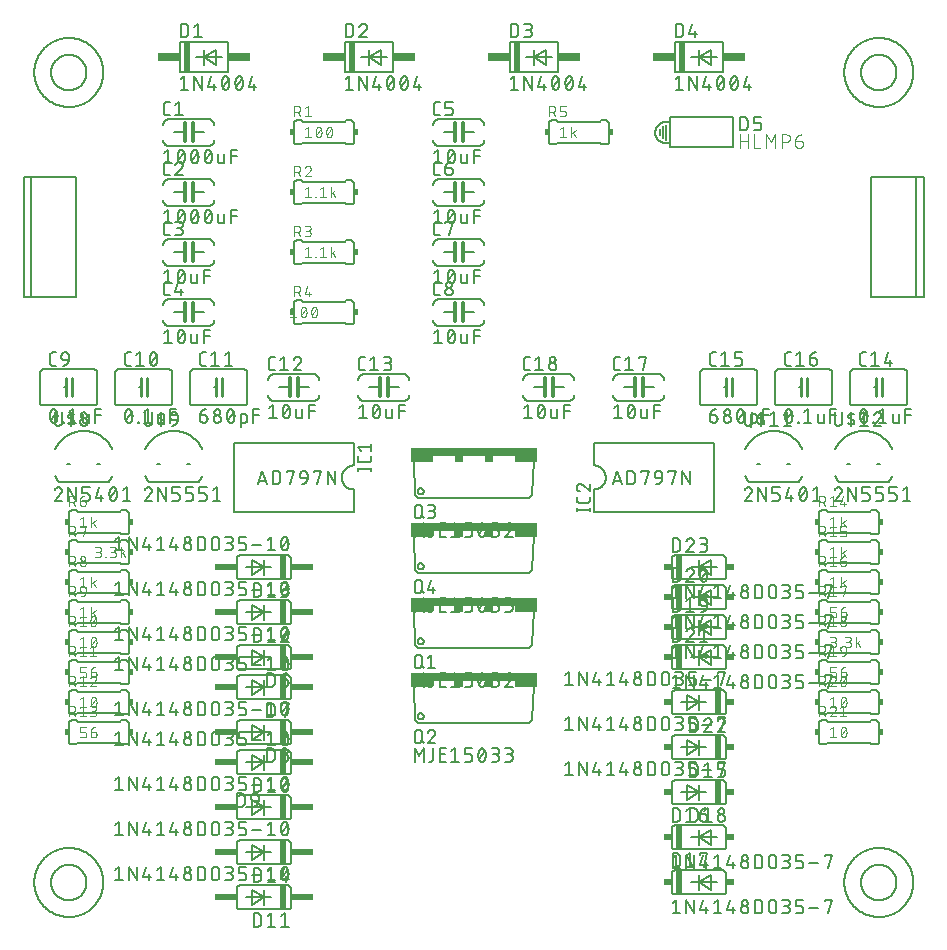
<source format=gbr>
G04 EAGLE Gerber RS-274X export*
G75*
%MOMM*%
%FSLAX34Y34*%
%LPD*%
%INSilkscreen Top*%
%IPPOS*%
%AMOC8*
5,1,8,0,0,1.08239X$1,22.5*%
G01*
%ADD10C,0.152400*%
%ADD11C,0.304800*%
%ADD12C,0.127000*%
%ADD13R,0.508000X2.540000*%
%ADD14R,1.905000X0.762000*%
%ADD15C,0.101600*%
%ADD16R,0.381000X0.508000*%
%ADD17C,0.203200*%
%ADD18C,0.254000*%
%ADD19R,0.508000X2.032000*%
%ADD20R,1.905000X0.508000*%
%ADD21R,0.635000X0.508000*%
%ADD22R,10.668000X0.762000*%
%ADD23R,0.762000X0.508000*%


D10*
X123190Y684530D02*
X123050Y684528D01*
X122910Y684522D01*
X122770Y684513D01*
X122631Y684499D01*
X122492Y684482D01*
X122354Y684461D01*
X122216Y684436D01*
X122079Y684407D01*
X121943Y684375D01*
X121808Y684338D01*
X121674Y684298D01*
X121541Y684255D01*
X121409Y684207D01*
X121278Y684157D01*
X121149Y684102D01*
X121022Y684044D01*
X120896Y683983D01*
X120772Y683918D01*
X120650Y683849D01*
X120530Y683778D01*
X120412Y683703D01*
X120295Y683625D01*
X120181Y683543D01*
X120070Y683459D01*
X119961Y683371D01*
X119854Y683281D01*
X119749Y683187D01*
X119648Y683091D01*
X119549Y682992D01*
X119453Y682891D01*
X119359Y682786D01*
X119269Y682679D01*
X119181Y682570D01*
X119097Y682459D01*
X119015Y682345D01*
X118937Y682228D01*
X118862Y682110D01*
X118791Y681990D01*
X118722Y681868D01*
X118657Y681744D01*
X118596Y681618D01*
X118538Y681491D01*
X118483Y681362D01*
X118433Y681231D01*
X118385Y681099D01*
X118342Y680966D01*
X118302Y680832D01*
X118265Y680697D01*
X118233Y680561D01*
X118204Y680424D01*
X118179Y680286D01*
X118158Y680148D01*
X118141Y680009D01*
X118127Y679870D01*
X118118Y679730D01*
X118112Y679590D01*
X118110Y679450D01*
X118110Y666750D02*
X118112Y666610D01*
X118118Y666470D01*
X118127Y666330D01*
X118141Y666191D01*
X118158Y666052D01*
X118179Y665914D01*
X118204Y665776D01*
X118233Y665639D01*
X118265Y665503D01*
X118302Y665368D01*
X118342Y665234D01*
X118385Y665101D01*
X118433Y664969D01*
X118483Y664838D01*
X118538Y664709D01*
X118596Y664582D01*
X118657Y664456D01*
X118722Y664332D01*
X118791Y664210D01*
X118862Y664090D01*
X118937Y663972D01*
X119015Y663855D01*
X119097Y663741D01*
X119181Y663630D01*
X119269Y663521D01*
X119359Y663414D01*
X119453Y663309D01*
X119549Y663208D01*
X119648Y663109D01*
X119749Y663013D01*
X119854Y662919D01*
X119961Y662829D01*
X120070Y662741D01*
X120181Y662657D01*
X120295Y662575D01*
X120412Y662497D01*
X120530Y662422D01*
X120650Y662351D01*
X120772Y662282D01*
X120896Y662217D01*
X121022Y662156D01*
X121149Y662098D01*
X121278Y662043D01*
X121409Y661993D01*
X121541Y661945D01*
X121674Y661902D01*
X121808Y661862D01*
X121943Y661825D01*
X122079Y661793D01*
X122216Y661764D01*
X122354Y661739D01*
X122492Y661718D01*
X122631Y661701D01*
X122770Y661687D01*
X122910Y661678D01*
X123050Y661672D01*
X123190Y661670D01*
X123190Y684530D02*
X156210Y684530D01*
X156210Y661670D02*
X123190Y661670D01*
X156210Y684530D02*
X156350Y684528D01*
X156490Y684522D01*
X156630Y684513D01*
X156769Y684499D01*
X156908Y684482D01*
X157046Y684461D01*
X157184Y684436D01*
X157321Y684407D01*
X157457Y684375D01*
X157592Y684338D01*
X157726Y684298D01*
X157859Y684255D01*
X157991Y684207D01*
X158122Y684157D01*
X158251Y684102D01*
X158378Y684044D01*
X158504Y683983D01*
X158628Y683918D01*
X158750Y683849D01*
X158870Y683778D01*
X158988Y683703D01*
X159105Y683625D01*
X159219Y683543D01*
X159330Y683459D01*
X159439Y683371D01*
X159546Y683281D01*
X159651Y683187D01*
X159752Y683091D01*
X159851Y682992D01*
X159947Y682891D01*
X160041Y682786D01*
X160131Y682679D01*
X160219Y682570D01*
X160303Y682459D01*
X160385Y682345D01*
X160463Y682228D01*
X160538Y682110D01*
X160609Y681990D01*
X160678Y681868D01*
X160743Y681744D01*
X160804Y681618D01*
X160862Y681491D01*
X160917Y681362D01*
X160967Y681231D01*
X161015Y681099D01*
X161058Y680966D01*
X161098Y680832D01*
X161135Y680697D01*
X161167Y680561D01*
X161196Y680424D01*
X161221Y680286D01*
X161242Y680148D01*
X161259Y680009D01*
X161273Y679870D01*
X161282Y679730D01*
X161288Y679590D01*
X161290Y679450D01*
X161290Y666750D02*
X161288Y666610D01*
X161282Y666470D01*
X161273Y666330D01*
X161259Y666191D01*
X161242Y666052D01*
X161221Y665914D01*
X161196Y665776D01*
X161167Y665639D01*
X161135Y665503D01*
X161098Y665368D01*
X161058Y665234D01*
X161015Y665101D01*
X160967Y664969D01*
X160917Y664838D01*
X160862Y664709D01*
X160804Y664582D01*
X160743Y664456D01*
X160678Y664332D01*
X160609Y664210D01*
X160538Y664090D01*
X160463Y663972D01*
X160385Y663855D01*
X160303Y663741D01*
X160219Y663630D01*
X160131Y663521D01*
X160041Y663414D01*
X159947Y663309D01*
X159851Y663208D01*
X159752Y663109D01*
X159651Y663013D01*
X159546Y662919D01*
X159439Y662829D01*
X159330Y662741D01*
X159219Y662657D01*
X159105Y662575D01*
X158988Y662497D01*
X158870Y662422D01*
X158750Y662351D01*
X158628Y662282D01*
X158504Y662217D01*
X158378Y662156D01*
X158251Y662098D01*
X158122Y662043D01*
X157991Y661993D01*
X157859Y661945D01*
X157726Y661902D01*
X157592Y661862D01*
X157457Y661825D01*
X157321Y661793D01*
X157184Y661764D01*
X157046Y661739D01*
X156908Y661718D01*
X156769Y661701D01*
X156630Y661687D01*
X156490Y661678D01*
X156350Y661672D01*
X156210Y661670D01*
D11*
X136652Y673100D02*
X136652Y680720D01*
X136652Y673100D02*
X136652Y665480D01*
X143002Y673100D02*
X143002Y680720D01*
X143002Y673100D02*
X143002Y665480D01*
D10*
X143002Y673100D02*
X152400Y673100D01*
X136652Y673100D02*
X127000Y673100D01*
D12*
X123825Y687705D02*
X121285Y687705D01*
X121185Y687707D01*
X121086Y687713D01*
X120986Y687723D01*
X120888Y687736D01*
X120789Y687754D01*
X120692Y687775D01*
X120596Y687800D01*
X120500Y687829D01*
X120406Y687862D01*
X120313Y687898D01*
X120222Y687938D01*
X120132Y687982D01*
X120044Y688029D01*
X119958Y688079D01*
X119874Y688133D01*
X119792Y688190D01*
X119713Y688250D01*
X119635Y688314D01*
X119561Y688380D01*
X119489Y688449D01*
X119420Y688521D01*
X119354Y688595D01*
X119290Y688673D01*
X119230Y688752D01*
X119173Y688834D01*
X119119Y688918D01*
X119069Y689004D01*
X119022Y689092D01*
X118978Y689182D01*
X118938Y689273D01*
X118902Y689366D01*
X118869Y689460D01*
X118840Y689556D01*
X118815Y689652D01*
X118794Y689749D01*
X118776Y689848D01*
X118763Y689946D01*
X118753Y690046D01*
X118747Y690145D01*
X118745Y690245D01*
X118745Y696595D01*
X118747Y696695D01*
X118753Y696794D01*
X118763Y696894D01*
X118776Y696992D01*
X118794Y697091D01*
X118815Y697188D01*
X118840Y697284D01*
X118869Y697380D01*
X118902Y697474D01*
X118938Y697567D01*
X118978Y697658D01*
X119022Y697748D01*
X119069Y697836D01*
X119119Y697922D01*
X119173Y698006D01*
X119230Y698088D01*
X119290Y698167D01*
X119354Y698245D01*
X119420Y698319D01*
X119489Y698391D01*
X119561Y698460D01*
X119635Y698526D01*
X119713Y698590D01*
X119792Y698650D01*
X119874Y698707D01*
X119958Y698761D01*
X120044Y698811D01*
X120132Y698858D01*
X120222Y698902D01*
X120313Y698942D01*
X120406Y698978D01*
X120500Y699011D01*
X120596Y699040D01*
X120692Y699065D01*
X120789Y699086D01*
X120888Y699104D01*
X120986Y699117D01*
X121086Y699127D01*
X121185Y699133D01*
X121285Y699135D01*
X123825Y699135D01*
X128307Y696595D02*
X131482Y699135D01*
X131482Y687705D01*
X128307Y687705D02*
X134657Y687705D01*
X121920Y658495D02*
X118745Y655955D01*
X121920Y658495D02*
X121920Y647065D01*
X118745Y647065D02*
X125095Y647065D01*
X130175Y652780D02*
X130178Y653005D01*
X130186Y653230D01*
X130199Y653454D01*
X130218Y653678D01*
X130242Y653902D01*
X130271Y654125D01*
X130306Y654347D01*
X130346Y654568D01*
X130392Y654788D01*
X130442Y655007D01*
X130498Y655225D01*
X130559Y655442D01*
X130625Y655657D01*
X130696Y655870D01*
X130773Y656081D01*
X130854Y656291D01*
X130940Y656499D01*
X131031Y656704D01*
X131127Y656907D01*
X131127Y656908D02*
X131159Y656996D01*
X131195Y657083D01*
X131234Y657169D01*
X131277Y657253D01*
X131323Y657335D01*
X131372Y657415D01*
X131424Y657493D01*
X131480Y657569D01*
X131538Y657643D01*
X131600Y657714D01*
X131664Y657783D01*
X131731Y657849D01*
X131800Y657912D01*
X131872Y657973D01*
X131946Y658031D01*
X132023Y658085D01*
X132101Y658137D01*
X132182Y658185D01*
X132264Y658230D01*
X132349Y658272D01*
X132435Y658310D01*
X132522Y658345D01*
X132610Y658377D01*
X132700Y658404D01*
X132791Y658429D01*
X132883Y658449D01*
X132975Y658466D01*
X133069Y658479D01*
X133162Y658488D01*
X133256Y658494D01*
X133350Y658496D01*
X133444Y658494D01*
X133538Y658488D01*
X133631Y658479D01*
X133725Y658466D01*
X133817Y658449D01*
X133909Y658429D01*
X134000Y658404D01*
X134090Y658377D01*
X134178Y658345D01*
X134265Y658310D01*
X134351Y658272D01*
X134436Y658230D01*
X134518Y658185D01*
X134599Y658137D01*
X134677Y658085D01*
X134754Y658031D01*
X134828Y657973D01*
X134900Y657912D01*
X134969Y657849D01*
X135036Y657783D01*
X135100Y657714D01*
X135162Y657643D01*
X135220Y657569D01*
X135276Y657493D01*
X135328Y657415D01*
X135377Y657335D01*
X135423Y657253D01*
X135466Y657169D01*
X135505Y657083D01*
X135541Y656996D01*
X135573Y656908D01*
X135573Y656907D02*
X135669Y656704D01*
X135760Y656499D01*
X135846Y656291D01*
X135927Y656081D01*
X136004Y655870D01*
X136075Y655657D01*
X136141Y655442D01*
X136202Y655225D01*
X136258Y655007D01*
X136308Y654788D01*
X136354Y654568D01*
X136394Y654347D01*
X136429Y654125D01*
X136458Y653902D01*
X136482Y653678D01*
X136501Y653454D01*
X136514Y653230D01*
X136522Y653005D01*
X136525Y652780D01*
X130175Y652780D02*
X130178Y652555D01*
X130186Y652330D01*
X130199Y652106D01*
X130218Y651882D01*
X130242Y651658D01*
X130271Y651435D01*
X130306Y651213D01*
X130346Y650992D01*
X130392Y650772D01*
X130442Y650553D01*
X130498Y650335D01*
X130559Y650118D01*
X130625Y649903D01*
X130696Y649690D01*
X130773Y649479D01*
X130854Y649269D01*
X130940Y649061D01*
X131031Y648856D01*
X131127Y648653D01*
X131159Y648565D01*
X131195Y648478D01*
X131234Y648392D01*
X131277Y648308D01*
X131323Y648226D01*
X131372Y648146D01*
X131424Y648068D01*
X131480Y647992D01*
X131538Y647918D01*
X131600Y647847D01*
X131664Y647778D01*
X131731Y647712D01*
X131800Y647649D01*
X131872Y647588D01*
X131946Y647530D01*
X132023Y647476D01*
X132101Y647424D01*
X132182Y647376D01*
X132264Y647331D01*
X132349Y647289D01*
X132435Y647251D01*
X132522Y647216D01*
X132610Y647184D01*
X132700Y647157D01*
X132791Y647132D01*
X132883Y647112D01*
X132975Y647095D01*
X133069Y647082D01*
X133162Y647073D01*
X133256Y647067D01*
X133350Y647065D01*
X135573Y648653D02*
X135669Y648856D01*
X135760Y649061D01*
X135846Y649269D01*
X135927Y649479D01*
X136004Y649690D01*
X136075Y649903D01*
X136141Y650118D01*
X136202Y650335D01*
X136258Y650553D01*
X136308Y650772D01*
X136354Y650992D01*
X136394Y651213D01*
X136429Y651435D01*
X136458Y651658D01*
X136482Y651882D01*
X136501Y652106D01*
X136514Y652330D01*
X136522Y652555D01*
X136525Y652780D01*
X135573Y648653D02*
X135541Y648565D01*
X135505Y648478D01*
X135466Y648392D01*
X135423Y648308D01*
X135377Y648226D01*
X135328Y648146D01*
X135276Y648068D01*
X135220Y647992D01*
X135162Y647918D01*
X135100Y647847D01*
X135036Y647778D01*
X134969Y647712D01*
X134900Y647649D01*
X134828Y647588D01*
X134754Y647530D01*
X134677Y647476D01*
X134599Y647424D01*
X134518Y647376D01*
X134436Y647331D01*
X134351Y647289D01*
X134265Y647251D01*
X134178Y647216D01*
X134090Y647184D01*
X134000Y647157D01*
X133909Y647132D01*
X133817Y647112D01*
X133725Y647095D01*
X133631Y647082D01*
X133538Y647073D01*
X133444Y647067D01*
X133350Y647065D01*
X130810Y649605D02*
X135890Y655955D01*
X141605Y652780D02*
X141608Y653005D01*
X141616Y653230D01*
X141629Y653454D01*
X141648Y653678D01*
X141672Y653902D01*
X141701Y654125D01*
X141736Y654347D01*
X141776Y654568D01*
X141822Y654788D01*
X141872Y655007D01*
X141928Y655225D01*
X141989Y655442D01*
X142055Y655657D01*
X142126Y655870D01*
X142203Y656081D01*
X142284Y656291D01*
X142370Y656499D01*
X142461Y656704D01*
X142557Y656907D01*
X142557Y656908D02*
X142589Y656996D01*
X142625Y657083D01*
X142664Y657169D01*
X142707Y657253D01*
X142753Y657335D01*
X142802Y657415D01*
X142854Y657493D01*
X142910Y657569D01*
X142968Y657643D01*
X143030Y657714D01*
X143094Y657783D01*
X143161Y657849D01*
X143230Y657912D01*
X143302Y657973D01*
X143376Y658031D01*
X143453Y658085D01*
X143531Y658137D01*
X143612Y658185D01*
X143694Y658230D01*
X143779Y658272D01*
X143865Y658310D01*
X143952Y658345D01*
X144040Y658377D01*
X144130Y658404D01*
X144221Y658429D01*
X144313Y658449D01*
X144405Y658466D01*
X144499Y658479D01*
X144592Y658488D01*
X144686Y658494D01*
X144780Y658496D01*
X144874Y658494D01*
X144968Y658488D01*
X145061Y658479D01*
X145155Y658466D01*
X145247Y658449D01*
X145339Y658429D01*
X145430Y658404D01*
X145520Y658377D01*
X145608Y658345D01*
X145695Y658310D01*
X145781Y658272D01*
X145866Y658230D01*
X145948Y658185D01*
X146029Y658137D01*
X146107Y658085D01*
X146184Y658031D01*
X146258Y657973D01*
X146330Y657912D01*
X146399Y657849D01*
X146466Y657783D01*
X146530Y657714D01*
X146592Y657643D01*
X146650Y657569D01*
X146706Y657493D01*
X146758Y657415D01*
X146807Y657335D01*
X146853Y657253D01*
X146896Y657169D01*
X146935Y657083D01*
X146971Y656996D01*
X147003Y656908D01*
X147003Y656907D02*
X147099Y656704D01*
X147190Y656499D01*
X147276Y656291D01*
X147357Y656081D01*
X147434Y655870D01*
X147505Y655657D01*
X147571Y655442D01*
X147632Y655225D01*
X147688Y655007D01*
X147738Y654788D01*
X147784Y654568D01*
X147824Y654347D01*
X147859Y654125D01*
X147888Y653902D01*
X147912Y653678D01*
X147931Y653454D01*
X147944Y653230D01*
X147952Y653005D01*
X147955Y652780D01*
X141605Y652780D02*
X141608Y652555D01*
X141616Y652330D01*
X141629Y652106D01*
X141648Y651882D01*
X141672Y651658D01*
X141701Y651435D01*
X141736Y651213D01*
X141776Y650992D01*
X141822Y650772D01*
X141872Y650553D01*
X141928Y650335D01*
X141989Y650118D01*
X142055Y649903D01*
X142126Y649690D01*
X142203Y649479D01*
X142284Y649269D01*
X142370Y649061D01*
X142461Y648856D01*
X142557Y648653D01*
X142589Y648565D01*
X142625Y648478D01*
X142664Y648392D01*
X142707Y648308D01*
X142753Y648226D01*
X142802Y648146D01*
X142854Y648068D01*
X142910Y647992D01*
X142968Y647918D01*
X143030Y647847D01*
X143094Y647778D01*
X143161Y647712D01*
X143230Y647649D01*
X143302Y647588D01*
X143376Y647530D01*
X143453Y647476D01*
X143531Y647424D01*
X143612Y647376D01*
X143694Y647331D01*
X143779Y647289D01*
X143865Y647251D01*
X143952Y647216D01*
X144040Y647184D01*
X144130Y647157D01*
X144221Y647132D01*
X144313Y647112D01*
X144405Y647095D01*
X144499Y647082D01*
X144592Y647073D01*
X144686Y647067D01*
X144780Y647065D01*
X147003Y648653D02*
X147099Y648856D01*
X147190Y649061D01*
X147276Y649269D01*
X147357Y649479D01*
X147434Y649690D01*
X147505Y649903D01*
X147571Y650118D01*
X147632Y650335D01*
X147688Y650553D01*
X147738Y650772D01*
X147784Y650992D01*
X147824Y651213D01*
X147859Y651435D01*
X147888Y651658D01*
X147912Y651882D01*
X147931Y652106D01*
X147944Y652330D01*
X147952Y652555D01*
X147955Y652780D01*
X147003Y648653D02*
X146971Y648565D01*
X146935Y648478D01*
X146896Y648392D01*
X146853Y648308D01*
X146807Y648226D01*
X146758Y648146D01*
X146706Y648068D01*
X146650Y647992D01*
X146592Y647918D01*
X146530Y647847D01*
X146466Y647778D01*
X146399Y647712D01*
X146330Y647649D01*
X146258Y647588D01*
X146184Y647530D01*
X146107Y647476D01*
X146029Y647424D01*
X145948Y647376D01*
X145866Y647331D01*
X145781Y647289D01*
X145695Y647251D01*
X145608Y647216D01*
X145520Y647184D01*
X145430Y647157D01*
X145339Y647132D01*
X145247Y647112D01*
X145155Y647095D01*
X145061Y647082D01*
X144968Y647073D01*
X144874Y647067D01*
X144780Y647065D01*
X142240Y649605D02*
X147320Y655955D01*
X153035Y652780D02*
X153038Y653005D01*
X153046Y653230D01*
X153059Y653454D01*
X153078Y653678D01*
X153102Y653902D01*
X153131Y654125D01*
X153166Y654347D01*
X153206Y654568D01*
X153252Y654788D01*
X153302Y655007D01*
X153358Y655225D01*
X153419Y655442D01*
X153485Y655657D01*
X153556Y655870D01*
X153633Y656081D01*
X153714Y656291D01*
X153800Y656499D01*
X153891Y656704D01*
X153987Y656907D01*
X153987Y656908D02*
X154019Y656996D01*
X154055Y657083D01*
X154094Y657169D01*
X154137Y657253D01*
X154183Y657335D01*
X154232Y657415D01*
X154284Y657493D01*
X154340Y657569D01*
X154398Y657643D01*
X154460Y657714D01*
X154524Y657783D01*
X154591Y657849D01*
X154660Y657912D01*
X154732Y657973D01*
X154806Y658031D01*
X154883Y658085D01*
X154961Y658137D01*
X155042Y658185D01*
X155124Y658230D01*
X155209Y658272D01*
X155295Y658310D01*
X155382Y658345D01*
X155470Y658377D01*
X155560Y658404D01*
X155651Y658429D01*
X155743Y658449D01*
X155835Y658466D01*
X155929Y658479D01*
X156022Y658488D01*
X156116Y658494D01*
X156210Y658496D01*
X156304Y658494D01*
X156398Y658488D01*
X156491Y658479D01*
X156585Y658466D01*
X156677Y658449D01*
X156769Y658429D01*
X156860Y658404D01*
X156950Y658377D01*
X157038Y658345D01*
X157125Y658310D01*
X157211Y658272D01*
X157296Y658230D01*
X157378Y658185D01*
X157459Y658137D01*
X157537Y658085D01*
X157614Y658031D01*
X157688Y657973D01*
X157760Y657912D01*
X157829Y657849D01*
X157896Y657783D01*
X157960Y657714D01*
X158022Y657643D01*
X158080Y657569D01*
X158136Y657493D01*
X158188Y657415D01*
X158237Y657335D01*
X158283Y657253D01*
X158326Y657169D01*
X158365Y657083D01*
X158401Y656996D01*
X158433Y656908D01*
X158433Y656907D02*
X158529Y656704D01*
X158620Y656499D01*
X158706Y656291D01*
X158787Y656081D01*
X158864Y655870D01*
X158935Y655657D01*
X159001Y655442D01*
X159062Y655225D01*
X159118Y655007D01*
X159168Y654788D01*
X159214Y654568D01*
X159254Y654347D01*
X159289Y654125D01*
X159318Y653902D01*
X159342Y653678D01*
X159361Y653454D01*
X159374Y653230D01*
X159382Y653005D01*
X159385Y652780D01*
X153035Y652780D02*
X153038Y652555D01*
X153046Y652330D01*
X153059Y652106D01*
X153078Y651882D01*
X153102Y651658D01*
X153131Y651435D01*
X153166Y651213D01*
X153206Y650992D01*
X153252Y650772D01*
X153302Y650553D01*
X153358Y650335D01*
X153419Y650118D01*
X153485Y649903D01*
X153556Y649690D01*
X153633Y649479D01*
X153714Y649269D01*
X153800Y649061D01*
X153891Y648856D01*
X153987Y648653D01*
X154019Y648565D01*
X154055Y648478D01*
X154094Y648392D01*
X154137Y648308D01*
X154183Y648226D01*
X154232Y648146D01*
X154284Y648068D01*
X154340Y647992D01*
X154398Y647918D01*
X154460Y647847D01*
X154524Y647778D01*
X154591Y647712D01*
X154660Y647649D01*
X154732Y647588D01*
X154806Y647530D01*
X154883Y647476D01*
X154961Y647424D01*
X155042Y647376D01*
X155124Y647331D01*
X155209Y647289D01*
X155295Y647251D01*
X155382Y647216D01*
X155470Y647184D01*
X155560Y647157D01*
X155651Y647132D01*
X155743Y647112D01*
X155835Y647095D01*
X155929Y647082D01*
X156022Y647073D01*
X156116Y647067D01*
X156210Y647065D01*
X158433Y648653D02*
X158529Y648856D01*
X158620Y649061D01*
X158706Y649269D01*
X158787Y649479D01*
X158864Y649690D01*
X158935Y649903D01*
X159001Y650118D01*
X159062Y650335D01*
X159118Y650553D01*
X159168Y650772D01*
X159214Y650992D01*
X159254Y651213D01*
X159289Y651435D01*
X159318Y651658D01*
X159342Y651882D01*
X159361Y652106D01*
X159374Y652330D01*
X159382Y652555D01*
X159385Y652780D01*
X158433Y648653D02*
X158401Y648565D01*
X158365Y648478D01*
X158326Y648392D01*
X158283Y648308D01*
X158237Y648226D01*
X158188Y648146D01*
X158136Y648068D01*
X158080Y647992D01*
X158022Y647918D01*
X157960Y647847D01*
X157896Y647778D01*
X157829Y647712D01*
X157760Y647649D01*
X157688Y647588D01*
X157614Y647530D01*
X157537Y647476D01*
X157459Y647424D01*
X157378Y647376D01*
X157296Y647331D01*
X157211Y647289D01*
X157125Y647251D01*
X157038Y647216D01*
X156950Y647184D01*
X156860Y647157D01*
X156769Y647132D01*
X156677Y647112D01*
X156585Y647095D01*
X156491Y647082D01*
X156398Y647073D01*
X156304Y647067D01*
X156210Y647065D01*
X153670Y649605D02*
X158750Y655955D01*
X164719Y654685D02*
X164719Y648970D01*
X164721Y648885D01*
X164727Y648799D01*
X164736Y648714D01*
X164750Y648630D01*
X164767Y648546D01*
X164788Y648463D01*
X164812Y648381D01*
X164840Y648301D01*
X164872Y648221D01*
X164908Y648143D01*
X164946Y648067D01*
X164989Y647993D01*
X165034Y647921D01*
X165083Y647850D01*
X165135Y647782D01*
X165189Y647717D01*
X165247Y647654D01*
X165308Y647593D01*
X165371Y647535D01*
X165436Y647481D01*
X165504Y647429D01*
X165575Y647380D01*
X165647Y647335D01*
X165721Y647292D01*
X165797Y647254D01*
X165875Y647218D01*
X165955Y647186D01*
X166035Y647158D01*
X166117Y647134D01*
X166200Y647113D01*
X166284Y647096D01*
X166368Y647082D01*
X166453Y647073D01*
X166539Y647067D01*
X166624Y647065D01*
X169799Y647065D01*
X169799Y654685D01*
X175539Y658495D02*
X175539Y647065D01*
X175539Y658495D02*
X180619Y658495D01*
X180619Y653415D02*
X175539Y653415D01*
D10*
X123190Y633730D02*
X123050Y633728D01*
X122910Y633722D01*
X122770Y633713D01*
X122631Y633699D01*
X122492Y633682D01*
X122354Y633661D01*
X122216Y633636D01*
X122079Y633607D01*
X121943Y633575D01*
X121808Y633538D01*
X121674Y633498D01*
X121541Y633455D01*
X121409Y633407D01*
X121278Y633357D01*
X121149Y633302D01*
X121022Y633244D01*
X120896Y633183D01*
X120772Y633118D01*
X120650Y633049D01*
X120530Y632978D01*
X120412Y632903D01*
X120295Y632825D01*
X120181Y632743D01*
X120070Y632659D01*
X119961Y632571D01*
X119854Y632481D01*
X119749Y632387D01*
X119648Y632291D01*
X119549Y632192D01*
X119453Y632091D01*
X119359Y631986D01*
X119269Y631879D01*
X119181Y631770D01*
X119097Y631659D01*
X119015Y631545D01*
X118937Y631428D01*
X118862Y631310D01*
X118791Y631190D01*
X118722Y631068D01*
X118657Y630944D01*
X118596Y630818D01*
X118538Y630691D01*
X118483Y630562D01*
X118433Y630431D01*
X118385Y630299D01*
X118342Y630166D01*
X118302Y630032D01*
X118265Y629897D01*
X118233Y629761D01*
X118204Y629624D01*
X118179Y629486D01*
X118158Y629348D01*
X118141Y629209D01*
X118127Y629070D01*
X118118Y628930D01*
X118112Y628790D01*
X118110Y628650D01*
X118110Y615950D02*
X118112Y615810D01*
X118118Y615670D01*
X118127Y615530D01*
X118141Y615391D01*
X118158Y615252D01*
X118179Y615114D01*
X118204Y614976D01*
X118233Y614839D01*
X118265Y614703D01*
X118302Y614568D01*
X118342Y614434D01*
X118385Y614301D01*
X118433Y614169D01*
X118483Y614038D01*
X118538Y613909D01*
X118596Y613782D01*
X118657Y613656D01*
X118722Y613532D01*
X118791Y613410D01*
X118862Y613290D01*
X118937Y613172D01*
X119015Y613055D01*
X119097Y612941D01*
X119181Y612830D01*
X119269Y612721D01*
X119359Y612614D01*
X119453Y612509D01*
X119549Y612408D01*
X119648Y612309D01*
X119749Y612213D01*
X119854Y612119D01*
X119961Y612029D01*
X120070Y611941D01*
X120181Y611857D01*
X120295Y611775D01*
X120412Y611697D01*
X120530Y611622D01*
X120650Y611551D01*
X120772Y611482D01*
X120896Y611417D01*
X121022Y611356D01*
X121149Y611298D01*
X121278Y611243D01*
X121409Y611193D01*
X121541Y611145D01*
X121674Y611102D01*
X121808Y611062D01*
X121943Y611025D01*
X122079Y610993D01*
X122216Y610964D01*
X122354Y610939D01*
X122492Y610918D01*
X122631Y610901D01*
X122770Y610887D01*
X122910Y610878D01*
X123050Y610872D01*
X123190Y610870D01*
X123190Y633730D02*
X156210Y633730D01*
X156210Y610870D02*
X123190Y610870D01*
X156210Y633730D02*
X156350Y633728D01*
X156490Y633722D01*
X156630Y633713D01*
X156769Y633699D01*
X156908Y633682D01*
X157046Y633661D01*
X157184Y633636D01*
X157321Y633607D01*
X157457Y633575D01*
X157592Y633538D01*
X157726Y633498D01*
X157859Y633455D01*
X157991Y633407D01*
X158122Y633357D01*
X158251Y633302D01*
X158378Y633244D01*
X158504Y633183D01*
X158628Y633118D01*
X158750Y633049D01*
X158870Y632978D01*
X158988Y632903D01*
X159105Y632825D01*
X159219Y632743D01*
X159330Y632659D01*
X159439Y632571D01*
X159546Y632481D01*
X159651Y632387D01*
X159752Y632291D01*
X159851Y632192D01*
X159947Y632091D01*
X160041Y631986D01*
X160131Y631879D01*
X160219Y631770D01*
X160303Y631659D01*
X160385Y631545D01*
X160463Y631428D01*
X160538Y631310D01*
X160609Y631190D01*
X160678Y631068D01*
X160743Y630944D01*
X160804Y630818D01*
X160862Y630691D01*
X160917Y630562D01*
X160967Y630431D01*
X161015Y630299D01*
X161058Y630166D01*
X161098Y630032D01*
X161135Y629897D01*
X161167Y629761D01*
X161196Y629624D01*
X161221Y629486D01*
X161242Y629348D01*
X161259Y629209D01*
X161273Y629070D01*
X161282Y628930D01*
X161288Y628790D01*
X161290Y628650D01*
X161290Y615950D02*
X161288Y615810D01*
X161282Y615670D01*
X161273Y615530D01*
X161259Y615391D01*
X161242Y615252D01*
X161221Y615114D01*
X161196Y614976D01*
X161167Y614839D01*
X161135Y614703D01*
X161098Y614568D01*
X161058Y614434D01*
X161015Y614301D01*
X160967Y614169D01*
X160917Y614038D01*
X160862Y613909D01*
X160804Y613782D01*
X160743Y613656D01*
X160678Y613532D01*
X160609Y613410D01*
X160538Y613290D01*
X160463Y613172D01*
X160385Y613055D01*
X160303Y612941D01*
X160219Y612830D01*
X160131Y612721D01*
X160041Y612614D01*
X159947Y612509D01*
X159851Y612408D01*
X159752Y612309D01*
X159651Y612213D01*
X159546Y612119D01*
X159439Y612029D01*
X159330Y611941D01*
X159219Y611857D01*
X159105Y611775D01*
X158988Y611697D01*
X158870Y611622D01*
X158750Y611551D01*
X158628Y611482D01*
X158504Y611417D01*
X158378Y611356D01*
X158251Y611298D01*
X158122Y611243D01*
X157991Y611193D01*
X157859Y611145D01*
X157726Y611102D01*
X157592Y611062D01*
X157457Y611025D01*
X157321Y610993D01*
X157184Y610964D01*
X157046Y610939D01*
X156908Y610918D01*
X156769Y610901D01*
X156630Y610887D01*
X156490Y610878D01*
X156350Y610872D01*
X156210Y610870D01*
D11*
X136652Y622300D02*
X136652Y629920D01*
X136652Y622300D02*
X136652Y614680D01*
X143002Y622300D02*
X143002Y629920D01*
X143002Y622300D02*
X143002Y614680D01*
D10*
X143002Y622300D02*
X152400Y622300D01*
X136652Y622300D02*
X127000Y622300D01*
D12*
X123825Y636905D02*
X121285Y636905D01*
X121185Y636907D01*
X121086Y636913D01*
X120986Y636923D01*
X120888Y636936D01*
X120789Y636954D01*
X120692Y636975D01*
X120596Y637000D01*
X120500Y637029D01*
X120406Y637062D01*
X120313Y637098D01*
X120222Y637138D01*
X120132Y637182D01*
X120044Y637229D01*
X119958Y637279D01*
X119874Y637333D01*
X119792Y637390D01*
X119713Y637450D01*
X119635Y637514D01*
X119561Y637580D01*
X119489Y637649D01*
X119420Y637721D01*
X119354Y637795D01*
X119290Y637873D01*
X119230Y637952D01*
X119173Y638034D01*
X119119Y638118D01*
X119069Y638204D01*
X119022Y638292D01*
X118978Y638382D01*
X118938Y638473D01*
X118902Y638566D01*
X118869Y638660D01*
X118840Y638756D01*
X118815Y638852D01*
X118794Y638949D01*
X118776Y639048D01*
X118763Y639146D01*
X118753Y639246D01*
X118747Y639345D01*
X118745Y639445D01*
X118745Y645795D01*
X118747Y645895D01*
X118753Y645994D01*
X118763Y646094D01*
X118776Y646192D01*
X118794Y646291D01*
X118815Y646388D01*
X118840Y646484D01*
X118869Y646580D01*
X118902Y646674D01*
X118938Y646767D01*
X118978Y646858D01*
X119022Y646948D01*
X119069Y647036D01*
X119119Y647122D01*
X119173Y647206D01*
X119230Y647288D01*
X119290Y647367D01*
X119354Y647445D01*
X119420Y647519D01*
X119489Y647591D01*
X119561Y647660D01*
X119635Y647726D01*
X119713Y647790D01*
X119792Y647850D01*
X119874Y647907D01*
X119958Y647961D01*
X120044Y648011D01*
X120132Y648058D01*
X120222Y648102D01*
X120313Y648142D01*
X120406Y648178D01*
X120500Y648211D01*
X120596Y648240D01*
X120692Y648265D01*
X120789Y648286D01*
X120888Y648304D01*
X120986Y648317D01*
X121086Y648327D01*
X121185Y648333D01*
X121285Y648335D01*
X123825Y648335D01*
X131800Y648336D02*
X131904Y648334D01*
X132009Y648328D01*
X132113Y648319D01*
X132216Y648306D01*
X132319Y648288D01*
X132421Y648268D01*
X132523Y648243D01*
X132623Y648215D01*
X132723Y648183D01*
X132821Y648147D01*
X132918Y648108D01*
X133013Y648066D01*
X133107Y648020D01*
X133199Y647970D01*
X133289Y647918D01*
X133377Y647862D01*
X133463Y647802D01*
X133547Y647740D01*
X133628Y647675D01*
X133707Y647607D01*
X133784Y647535D01*
X133857Y647462D01*
X133929Y647385D01*
X133997Y647306D01*
X134062Y647225D01*
X134124Y647141D01*
X134184Y647055D01*
X134240Y646967D01*
X134292Y646877D01*
X134342Y646785D01*
X134388Y646691D01*
X134430Y646596D01*
X134469Y646499D01*
X134505Y646401D01*
X134537Y646301D01*
X134565Y646201D01*
X134590Y646099D01*
X134610Y645997D01*
X134628Y645894D01*
X134641Y645791D01*
X134650Y645687D01*
X134656Y645582D01*
X134658Y645478D01*
X131800Y648335D02*
X131682Y648333D01*
X131563Y648327D01*
X131445Y648318D01*
X131328Y648305D01*
X131211Y648287D01*
X131094Y648267D01*
X130978Y648242D01*
X130863Y648214D01*
X130750Y648181D01*
X130637Y648146D01*
X130525Y648106D01*
X130415Y648064D01*
X130306Y648017D01*
X130198Y647967D01*
X130093Y647914D01*
X129989Y647857D01*
X129887Y647797D01*
X129787Y647734D01*
X129689Y647667D01*
X129593Y647598D01*
X129500Y647525D01*
X129409Y647449D01*
X129320Y647371D01*
X129234Y647289D01*
X129151Y647205D01*
X129070Y647119D01*
X128993Y647029D01*
X128918Y646938D01*
X128846Y646844D01*
X128777Y646747D01*
X128712Y646649D01*
X128649Y646548D01*
X128590Y646445D01*
X128534Y646341D01*
X128482Y646235D01*
X128433Y646127D01*
X128388Y646018D01*
X128346Y645907D01*
X128308Y645795D01*
X133705Y643256D02*
X133781Y643331D01*
X133856Y643410D01*
X133927Y643491D01*
X133996Y643575D01*
X134061Y643661D01*
X134123Y643749D01*
X134183Y643839D01*
X134239Y643931D01*
X134292Y644026D01*
X134341Y644122D01*
X134387Y644220D01*
X134430Y644319D01*
X134469Y644420D01*
X134504Y644522D01*
X134536Y644625D01*
X134564Y644729D01*
X134589Y644834D01*
X134610Y644941D01*
X134627Y645047D01*
X134640Y645154D01*
X134649Y645262D01*
X134655Y645370D01*
X134657Y645478D01*
X133705Y643255D02*
X128307Y636905D01*
X134657Y636905D01*
X121920Y607695D02*
X118745Y605155D01*
X121920Y607695D02*
X121920Y596265D01*
X118745Y596265D02*
X125095Y596265D01*
X130175Y601980D02*
X130178Y602205D01*
X130186Y602430D01*
X130199Y602654D01*
X130218Y602878D01*
X130242Y603102D01*
X130271Y603325D01*
X130306Y603547D01*
X130346Y603768D01*
X130392Y603988D01*
X130442Y604207D01*
X130498Y604425D01*
X130559Y604642D01*
X130625Y604857D01*
X130696Y605070D01*
X130773Y605281D01*
X130854Y605491D01*
X130940Y605699D01*
X131031Y605904D01*
X131127Y606107D01*
X131127Y606108D02*
X131159Y606196D01*
X131195Y606283D01*
X131234Y606369D01*
X131277Y606453D01*
X131323Y606535D01*
X131372Y606615D01*
X131424Y606693D01*
X131480Y606769D01*
X131538Y606843D01*
X131600Y606914D01*
X131664Y606983D01*
X131731Y607049D01*
X131800Y607112D01*
X131872Y607173D01*
X131946Y607231D01*
X132023Y607285D01*
X132101Y607337D01*
X132182Y607385D01*
X132264Y607430D01*
X132349Y607472D01*
X132435Y607510D01*
X132522Y607545D01*
X132610Y607577D01*
X132700Y607604D01*
X132791Y607629D01*
X132883Y607649D01*
X132975Y607666D01*
X133069Y607679D01*
X133162Y607688D01*
X133256Y607694D01*
X133350Y607696D01*
X133444Y607694D01*
X133538Y607688D01*
X133631Y607679D01*
X133725Y607666D01*
X133817Y607649D01*
X133909Y607629D01*
X134000Y607604D01*
X134090Y607577D01*
X134178Y607545D01*
X134265Y607510D01*
X134351Y607472D01*
X134436Y607430D01*
X134518Y607385D01*
X134599Y607337D01*
X134677Y607285D01*
X134754Y607231D01*
X134828Y607173D01*
X134900Y607112D01*
X134969Y607049D01*
X135036Y606983D01*
X135100Y606914D01*
X135162Y606843D01*
X135220Y606769D01*
X135276Y606693D01*
X135328Y606615D01*
X135377Y606535D01*
X135423Y606453D01*
X135466Y606369D01*
X135505Y606283D01*
X135541Y606196D01*
X135573Y606108D01*
X135573Y606107D02*
X135669Y605904D01*
X135760Y605699D01*
X135846Y605491D01*
X135927Y605281D01*
X136004Y605070D01*
X136075Y604857D01*
X136141Y604642D01*
X136202Y604425D01*
X136258Y604207D01*
X136308Y603988D01*
X136354Y603768D01*
X136394Y603547D01*
X136429Y603325D01*
X136458Y603102D01*
X136482Y602878D01*
X136501Y602654D01*
X136514Y602430D01*
X136522Y602205D01*
X136525Y601980D01*
X130175Y601980D02*
X130178Y601755D01*
X130186Y601530D01*
X130199Y601306D01*
X130218Y601082D01*
X130242Y600858D01*
X130271Y600635D01*
X130306Y600413D01*
X130346Y600192D01*
X130392Y599972D01*
X130442Y599753D01*
X130498Y599535D01*
X130559Y599318D01*
X130625Y599103D01*
X130696Y598890D01*
X130773Y598679D01*
X130854Y598469D01*
X130940Y598261D01*
X131031Y598056D01*
X131127Y597853D01*
X131159Y597765D01*
X131195Y597678D01*
X131234Y597592D01*
X131277Y597508D01*
X131323Y597426D01*
X131372Y597346D01*
X131424Y597268D01*
X131480Y597192D01*
X131538Y597118D01*
X131600Y597047D01*
X131664Y596978D01*
X131731Y596912D01*
X131800Y596849D01*
X131872Y596788D01*
X131946Y596730D01*
X132023Y596676D01*
X132101Y596624D01*
X132182Y596576D01*
X132264Y596531D01*
X132349Y596489D01*
X132435Y596451D01*
X132522Y596416D01*
X132610Y596384D01*
X132700Y596357D01*
X132791Y596332D01*
X132883Y596312D01*
X132975Y596295D01*
X133069Y596282D01*
X133162Y596273D01*
X133256Y596267D01*
X133350Y596265D01*
X135573Y597853D02*
X135669Y598056D01*
X135760Y598261D01*
X135846Y598469D01*
X135927Y598679D01*
X136004Y598890D01*
X136075Y599103D01*
X136141Y599318D01*
X136202Y599535D01*
X136258Y599753D01*
X136308Y599972D01*
X136354Y600192D01*
X136394Y600413D01*
X136429Y600635D01*
X136458Y600858D01*
X136482Y601082D01*
X136501Y601306D01*
X136514Y601530D01*
X136522Y601755D01*
X136525Y601980D01*
X135573Y597853D02*
X135541Y597765D01*
X135505Y597678D01*
X135466Y597592D01*
X135423Y597508D01*
X135377Y597426D01*
X135328Y597346D01*
X135276Y597268D01*
X135220Y597192D01*
X135162Y597118D01*
X135100Y597047D01*
X135036Y596978D01*
X134969Y596912D01*
X134900Y596849D01*
X134828Y596788D01*
X134754Y596730D01*
X134677Y596676D01*
X134599Y596624D01*
X134518Y596576D01*
X134436Y596531D01*
X134351Y596489D01*
X134265Y596451D01*
X134178Y596416D01*
X134090Y596384D01*
X134000Y596357D01*
X133909Y596332D01*
X133817Y596312D01*
X133725Y596295D01*
X133631Y596282D01*
X133538Y596273D01*
X133444Y596267D01*
X133350Y596265D01*
X130810Y598805D02*
X135890Y605155D01*
X141605Y601980D02*
X141608Y602205D01*
X141616Y602430D01*
X141629Y602654D01*
X141648Y602878D01*
X141672Y603102D01*
X141701Y603325D01*
X141736Y603547D01*
X141776Y603768D01*
X141822Y603988D01*
X141872Y604207D01*
X141928Y604425D01*
X141989Y604642D01*
X142055Y604857D01*
X142126Y605070D01*
X142203Y605281D01*
X142284Y605491D01*
X142370Y605699D01*
X142461Y605904D01*
X142557Y606107D01*
X142557Y606108D02*
X142589Y606196D01*
X142625Y606283D01*
X142664Y606369D01*
X142707Y606453D01*
X142753Y606535D01*
X142802Y606615D01*
X142854Y606693D01*
X142910Y606769D01*
X142968Y606843D01*
X143030Y606914D01*
X143094Y606983D01*
X143161Y607049D01*
X143230Y607112D01*
X143302Y607173D01*
X143376Y607231D01*
X143453Y607285D01*
X143531Y607337D01*
X143612Y607385D01*
X143694Y607430D01*
X143779Y607472D01*
X143865Y607510D01*
X143952Y607545D01*
X144040Y607577D01*
X144130Y607604D01*
X144221Y607629D01*
X144313Y607649D01*
X144405Y607666D01*
X144499Y607679D01*
X144592Y607688D01*
X144686Y607694D01*
X144780Y607696D01*
X144874Y607694D01*
X144968Y607688D01*
X145061Y607679D01*
X145155Y607666D01*
X145247Y607649D01*
X145339Y607629D01*
X145430Y607604D01*
X145520Y607577D01*
X145608Y607545D01*
X145695Y607510D01*
X145781Y607472D01*
X145866Y607430D01*
X145948Y607385D01*
X146029Y607337D01*
X146107Y607285D01*
X146184Y607231D01*
X146258Y607173D01*
X146330Y607112D01*
X146399Y607049D01*
X146466Y606983D01*
X146530Y606914D01*
X146592Y606843D01*
X146650Y606769D01*
X146706Y606693D01*
X146758Y606615D01*
X146807Y606535D01*
X146853Y606453D01*
X146896Y606369D01*
X146935Y606283D01*
X146971Y606196D01*
X147003Y606108D01*
X147003Y606107D02*
X147099Y605904D01*
X147190Y605699D01*
X147276Y605491D01*
X147357Y605281D01*
X147434Y605070D01*
X147505Y604857D01*
X147571Y604642D01*
X147632Y604425D01*
X147688Y604207D01*
X147738Y603988D01*
X147784Y603768D01*
X147824Y603547D01*
X147859Y603325D01*
X147888Y603102D01*
X147912Y602878D01*
X147931Y602654D01*
X147944Y602430D01*
X147952Y602205D01*
X147955Y601980D01*
X141605Y601980D02*
X141608Y601755D01*
X141616Y601530D01*
X141629Y601306D01*
X141648Y601082D01*
X141672Y600858D01*
X141701Y600635D01*
X141736Y600413D01*
X141776Y600192D01*
X141822Y599972D01*
X141872Y599753D01*
X141928Y599535D01*
X141989Y599318D01*
X142055Y599103D01*
X142126Y598890D01*
X142203Y598679D01*
X142284Y598469D01*
X142370Y598261D01*
X142461Y598056D01*
X142557Y597853D01*
X142589Y597765D01*
X142625Y597678D01*
X142664Y597592D01*
X142707Y597508D01*
X142753Y597426D01*
X142802Y597346D01*
X142854Y597268D01*
X142910Y597192D01*
X142968Y597118D01*
X143030Y597047D01*
X143094Y596978D01*
X143161Y596912D01*
X143230Y596849D01*
X143302Y596788D01*
X143376Y596730D01*
X143453Y596676D01*
X143531Y596624D01*
X143612Y596576D01*
X143694Y596531D01*
X143779Y596489D01*
X143865Y596451D01*
X143952Y596416D01*
X144040Y596384D01*
X144130Y596357D01*
X144221Y596332D01*
X144313Y596312D01*
X144405Y596295D01*
X144499Y596282D01*
X144592Y596273D01*
X144686Y596267D01*
X144780Y596265D01*
X147003Y597853D02*
X147099Y598056D01*
X147190Y598261D01*
X147276Y598469D01*
X147357Y598679D01*
X147434Y598890D01*
X147505Y599103D01*
X147571Y599318D01*
X147632Y599535D01*
X147688Y599753D01*
X147738Y599972D01*
X147784Y600192D01*
X147824Y600413D01*
X147859Y600635D01*
X147888Y600858D01*
X147912Y601082D01*
X147931Y601306D01*
X147944Y601530D01*
X147952Y601755D01*
X147955Y601980D01*
X147003Y597853D02*
X146971Y597765D01*
X146935Y597678D01*
X146896Y597592D01*
X146853Y597508D01*
X146807Y597426D01*
X146758Y597346D01*
X146706Y597268D01*
X146650Y597192D01*
X146592Y597118D01*
X146530Y597047D01*
X146466Y596978D01*
X146399Y596912D01*
X146330Y596849D01*
X146258Y596788D01*
X146184Y596730D01*
X146107Y596676D01*
X146029Y596624D01*
X145948Y596576D01*
X145866Y596531D01*
X145781Y596489D01*
X145695Y596451D01*
X145608Y596416D01*
X145520Y596384D01*
X145430Y596357D01*
X145339Y596332D01*
X145247Y596312D01*
X145155Y596295D01*
X145061Y596282D01*
X144968Y596273D01*
X144874Y596267D01*
X144780Y596265D01*
X142240Y598805D02*
X147320Y605155D01*
X153035Y601980D02*
X153038Y602205D01*
X153046Y602430D01*
X153059Y602654D01*
X153078Y602878D01*
X153102Y603102D01*
X153131Y603325D01*
X153166Y603547D01*
X153206Y603768D01*
X153252Y603988D01*
X153302Y604207D01*
X153358Y604425D01*
X153419Y604642D01*
X153485Y604857D01*
X153556Y605070D01*
X153633Y605281D01*
X153714Y605491D01*
X153800Y605699D01*
X153891Y605904D01*
X153987Y606107D01*
X153987Y606108D02*
X154019Y606196D01*
X154055Y606283D01*
X154094Y606369D01*
X154137Y606453D01*
X154183Y606535D01*
X154232Y606615D01*
X154284Y606693D01*
X154340Y606769D01*
X154398Y606843D01*
X154460Y606914D01*
X154524Y606983D01*
X154591Y607049D01*
X154660Y607112D01*
X154732Y607173D01*
X154806Y607231D01*
X154883Y607285D01*
X154961Y607337D01*
X155042Y607385D01*
X155124Y607430D01*
X155209Y607472D01*
X155295Y607510D01*
X155382Y607545D01*
X155470Y607577D01*
X155560Y607604D01*
X155651Y607629D01*
X155743Y607649D01*
X155835Y607666D01*
X155929Y607679D01*
X156022Y607688D01*
X156116Y607694D01*
X156210Y607696D01*
X156304Y607694D01*
X156398Y607688D01*
X156491Y607679D01*
X156585Y607666D01*
X156677Y607649D01*
X156769Y607629D01*
X156860Y607604D01*
X156950Y607577D01*
X157038Y607545D01*
X157125Y607510D01*
X157211Y607472D01*
X157296Y607430D01*
X157378Y607385D01*
X157459Y607337D01*
X157537Y607285D01*
X157614Y607231D01*
X157688Y607173D01*
X157760Y607112D01*
X157829Y607049D01*
X157896Y606983D01*
X157960Y606914D01*
X158022Y606843D01*
X158080Y606769D01*
X158136Y606693D01*
X158188Y606615D01*
X158237Y606535D01*
X158283Y606453D01*
X158326Y606369D01*
X158365Y606283D01*
X158401Y606196D01*
X158433Y606108D01*
X158433Y606107D02*
X158529Y605904D01*
X158620Y605699D01*
X158706Y605491D01*
X158787Y605281D01*
X158864Y605070D01*
X158935Y604857D01*
X159001Y604642D01*
X159062Y604425D01*
X159118Y604207D01*
X159168Y603988D01*
X159214Y603768D01*
X159254Y603547D01*
X159289Y603325D01*
X159318Y603102D01*
X159342Y602878D01*
X159361Y602654D01*
X159374Y602430D01*
X159382Y602205D01*
X159385Y601980D01*
X153035Y601980D02*
X153038Y601755D01*
X153046Y601530D01*
X153059Y601306D01*
X153078Y601082D01*
X153102Y600858D01*
X153131Y600635D01*
X153166Y600413D01*
X153206Y600192D01*
X153252Y599972D01*
X153302Y599753D01*
X153358Y599535D01*
X153419Y599318D01*
X153485Y599103D01*
X153556Y598890D01*
X153633Y598679D01*
X153714Y598469D01*
X153800Y598261D01*
X153891Y598056D01*
X153987Y597853D01*
X154019Y597765D01*
X154055Y597678D01*
X154094Y597592D01*
X154137Y597508D01*
X154183Y597426D01*
X154232Y597346D01*
X154284Y597268D01*
X154340Y597192D01*
X154398Y597118D01*
X154460Y597047D01*
X154524Y596978D01*
X154591Y596912D01*
X154660Y596849D01*
X154732Y596788D01*
X154806Y596730D01*
X154883Y596676D01*
X154961Y596624D01*
X155042Y596576D01*
X155124Y596531D01*
X155209Y596489D01*
X155295Y596451D01*
X155382Y596416D01*
X155470Y596384D01*
X155560Y596357D01*
X155651Y596332D01*
X155743Y596312D01*
X155835Y596295D01*
X155929Y596282D01*
X156022Y596273D01*
X156116Y596267D01*
X156210Y596265D01*
X158433Y597853D02*
X158529Y598056D01*
X158620Y598261D01*
X158706Y598469D01*
X158787Y598679D01*
X158864Y598890D01*
X158935Y599103D01*
X159001Y599318D01*
X159062Y599535D01*
X159118Y599753D01*
X159168Y599972D01*
X159214Y600192D01*
X159254Y600413D01*
X159289Y600635D01*
X159318Y600858D01*
X159342Y601082D01*
X159361Y601306D01*
X159374Y601530D01*
X159382Y601755D01*
X159385Y601980D01*
X158433Y597853D02*
X158401Y597765D01*
X158365Y597678D01*
X158326Y597592D01*
X158283Y597508D01*
X158237Y597426D01*
X158188Y597346D01*
X158136Y597268D01*
X158080Y597192D01*
X158022Y597118D01*
X157960Y597047D01*
X157896Y596978D01*
X157829Y596912D01*
X157760Y596849D01*
X157688Y596788D01*
X157614Y596730D01*
X157537Y596676D01*
X157459Y596624D01*
X157378Y596576D01*
X157296Y596531D01*
X157211Y596489D01*
X157125Y596451D01*
X157038Y596416D01*
X156950Y596384D01*
X156860Y596357D01*
X156769Y596332D01*
X156677Y596312D01*
X156585Y596295D01*
X156491Y596282D01*
X156398Y596273D01*
X156304Y596267D01*
X156210Y596265D01*
X153670Y598805D02*
X158750Y605155D01*
X164719Y603885D02*
X164719Y598170D01*
X164721Y598085D01*
X164727Y597999D01*
X164736Y597914D01*
X164750Y597830D01*
X164767Y597746D01*
X164788Y597663D01*
X164812Y597581D01*
X164840Y597501D01*
X164872Y597421D01*
X164908Y597343D01*
X164946Y597267D01*
X164989Y597193D01*
X165034Y597121D01*
X165083Y597050D01*
X165135Y596982D01*
X165189Y596917D01*
X165247Y596854D01*
X165308Y596793D01*
X165371Y596735D01*
X165436Y596681D01*
X165504Y596629D01*
X165575Y596580D01*
X165647Y596535D01*
X165721Y596492D01*
X165797Y596454D01*
X165875Y596418D01*
X165955Y596386D01*
X166035Y596358D01*
X166117Y596334D01*
X166200Y596313D01*
X166284Y596296D01*
X166368Y596282D01*
X166453Y596273D01*
X166539Y596267D01*
X166624Y596265D01*
X169799Y596265D01*
X169799Y603885D01*
X175539Y607695D02*
X175539Y596265D01*
X175539Y607695D02*
X180619Y607695D01*
X180619Y602615D02*
X175539Y602615D01*
D10*
X123190Y582930D02*
X123050Y582928D01*
X122910Y582922D01*
X122770Y582913D01*
X122631Y582899D01*
X122492Y582882D01*
X122354Y582861D01*
X122216Y582836D01*
X122079Y582807D01*
X121943Y582775D01*
X121808Y582738D01*
X121674Y582698D01*
X121541Y582655D01*
X121409Y582607D01*
X121278Y582557D01*
X121149Y582502D01*
X121022Y582444D01*
X120896Y582383D01*
X120772Y582318D01*
X120650Y582249D01*
X120530Y582178D01*
X120412Y582103D01*
X120295Y582025D01*
X120181Y581943D01*
X120070Y581859D01*
X119961Y581771D01*
X119854Y581681D01*
X119749Y581587D01*
X119648Y581491D01*
X119549Y581392D01*
X119453Y581291D01*
X119359Y581186D01*
X119269Y581079D01*
X119181Y580970D01*
X119097Y580859D01*
X119015Y580745D01*
X118937Y580628D01*
X118862Y580510D01*
X118791Y580390D01*
X118722Y580268D01*
X118657Y580144D01*
X118596Y580018D01*
X118538Y579891D01*
X118483Y579762D01*
X118433Y579631D01*
X118385Y579499D01*
X118342Y579366D01*
X118302Y579232D01*
X118265Y579097D01*
X118233Y578961D01*
X118204Y578824D01*
X118179Y578686D01*
X118158Y578548D01*
X118141Y578409D01*
X118127Y578270D01*
X118118Y578130D01*
X118112Y577990D01*
X118110Y577850D01*
X118110Y565150D02*
X118112Y565010D01*
X118118Y564870D01*
X118127Y564730D01*
X118141Y564591D01*
X118158Y564452D01*
X118179Y564314D01*
X118204Y564176D01*
X118233Y564039D01*
X118265Y563903D01*
X118302Y563768D01*
X118342Y563634D01*
X118385Y563501D01*
X118433Y563369D01*
X118483Y563238D01*
X118538Y563109D01*
X118596Y562982D01*
X118657Y562856D01*
X118722Y562732D01*
X118791Y562610D01*
X118862Y562490D01*
X118937Y562372D01*
X119015Y562255D01*
X119097Y562141D01*
X119181Y562030D01*
X119269Y561921D01*
X119359Y561814D01*
X119453Y561709D01*
X119549Y561608D01*
X119648Y561509D01*
X119749Y561413D01*
X119854Y561319D01*
X119961Y561229D01*
X120070Y561141D01*
X120181Y561057D01*
X120295Y560975D01*
X120412Y560897D01*
X120530Y560822D01*
X120650Y560751D01*
X120772Y560682D01*
X120896Y560617D01*
X121022Y560556D01*
X121149Y560498D01*
X121278Y560443D01*
X121409Y560393D01*
X121541Y560345D01*
X121674Y560302D01*
X121808Y560262D01*
X121943Y560225D01*
X122079Y560193D01*
X122216Y560164D01*
X122354Y560139D01*
X122492Y560118D01*
X122631Y560101D01*
X122770Y560087D01*
X122910Y560078D01*
X123050Y560072D01*
X123190Y560070D01*
X123190Y582930D02*
X156210Y582930D01*
X156210Y560070D02*
X123190Y560070D01*
X156210Y582930D02*
X156350Y582928D01*
X156490Y582922D01*
X156630Y582913D01*
X156769Y582899D01*
X156908Y582882D01*
X157046Y582861D01*
X157184Y582836D01*
X157321Y582807D01*
X157457Y582775D01*
X157592Y582738D01*
X157726Y582698D01*
X157859Y582655D01*
X157991Y582607D01*
X158122Y582557D01*
X158251Y582502D01*
X158378Y582444D01*
X158504Y582383D01*
X158628Y582318D01*
X158750Y582249D01*
X158870Y582178D01*
X158988Y582103D01*
X159105Y582025D01*
X159219Y581943D01*
X159330Y581859D01*
X159439Y581771D01*
X159546Y581681D01*
X159651Y581587D01*
X159752Y581491D01*
X159851Y581392D01*
X159947Y581291D01*
X160041Y581186D01*
X160131Y581079D01*
X160219Y580970D01*
X160303Y580859D01*
X160385Y580745D01*
X160463Y580628D01*
X160538Y580510D01*
X160609Y580390D01*
X160678Y580268D01*
X160743Y580144D01*
X160804Y580018D01*
X160862Y579891D01*
X160917Y579762D01*
X160967Y579631D01*
X161015Y579499D01*
X161058Y579366D01*
X161098Y579232D01*
X161135Y579097D01*
X161167Y578961D01*
X161196Y578824D01*
X161221Y578686D01*
X161242Y578548D01*
X161259Y578409D01*
X161273Y578270D01*
X161282Y578130D01*
X161288Y577990D01*
X161290Y577850D01*
X161290Y565150D02*
X161288Y565010D01*
X161282Y564870D01*
X161273Y564730D01*
X161259Y564591D01*
X161242Y564452D01*
X161221Y564314D01*
X161196Y564176D01*
X161167Y564039D01*
X161135Y563903D01*
X161098Y563768D01*
X161058Y563634D01*
X161015Y563501D01*
X160967Y563369D01*
X160917Y563238D01*
X160862Y563109D01*
X160804Y562982D01*
X160743Y562856D01*
X160678Y562732D01*
X160609Y562610D01*
X160538Y562490D01*
X160463Y562372D01*
X160385Y562255D01*
X160303Y562141D01*
X160219Y562030D01*
X160131Y561921D01*
X160041Y561814D01*
X159947Y561709D01*
X159851Y561608D01*
X159752Y561509D01*
X159651Y561413D01*
X159546Y561319D01*
X159439Y561229D01*
X159330Y561141D01*
X159219Y561057D01*
X159105Y560975D01*
X158988Y560897D01*
X158870Y560822D01*
X158750Y560751D01*
X158628Y560682D01*
X158504Y560617D01*
X158378Y560556D01*
X158251Y560498D01*
X158122Y560443D01*
X157991Y560393D01*
X157859Y560345D01*
X157726Y560302D01*
X157592Y560262D01*
X157457Y560225D01*
X157321Y560193D01*
X157184Y560164D01*
X157046Y560139D01*
X156908Y560118D01*
X156769Y560101D01*
X156630Y560087D01*
X156490Y560078D01*
X156350Y560072D01*
X156210Y560070D01*
D11*
X136652Y571500D02*
X136652Y579120D01*
X136652Y571500D02*
X136652Y563880D01*
X143002Y571500D02*
X143002Y579120D01*
X143002Y571500D02*
X143002Y563880D01*
D10*
X143002Y571500D02*
X152400Y571500D01*
X136652Y571500D02*
X127000Y571500D01*
D12*
X123825Y586105D02*
X121285Y586105D01*
X121185Y586107D01*
X121086Y586113D01*
X120986Y586123D01*
X120888Y586136D01*
X120789Y586154D01*
X120692Y586175D01*
X120596Y586200D01*
X120500Y586229D01*
X120406Y586262D01*
X120313Y586298D01*
X120222Y586338D01*
X120132Y586382D01*
X120044Y586429D01*
X119958Y586479D01*
X119874Y586533D01*
X119792Y586590D01*
X119713Y586650D01*
X119635Y586714D01*
X119561Y586780D01*
X119489Y586849D01*
X119420Y586921D01*
X119354Y586995D01*
X119290Y587073D01*
X119230Y587152D01*
X119173Y587234D01*
X119119Y587318D01*
X119069Y587404D01*
X119022Y587492D01*
X118978Y587582D01*
X118938Y587673D01*
X118902Y587766D01*
X118869Y587860D01*
X118840Y587956D01*
X118815Y588052D01*
X118794Y588149D01*
X118776Y588248D01*
X118763Y588346D01*
X118753Y588446D01*
X118747Y588545D01*
X118745Y588645D01*
X118745Y594995D01*
X118747Y595095D01*
X118753Y595194D01*
X118763Y595294D01*
X118776Y595392D01*
X118794Y595491D01*
X118815Y595588D01*
X118840Y595684D01*
X118869Y595780D01*
X118902Y595874D01*
X118938Y595967D01*
X118978Y596058D01*
X119022Y596148D01*
X119069Y596236D01*
X119119Y596322D01*
X119173Y596406D01*
X119230Y596488D01*
X119290Y596567D01*
X119354Y596645D01*
X119420Y596719D01*
X119489Y596791D01*
X119561Y596860D01*
X119635Y596926D01*
X119713Y596990D01*
X119792Y597050D01*
X119874Y597107D01*
X119958Y597161D01*
X120044Y597211D01*
X120132Y597258D01*
X120222Y597302D01*
X120313Y597342D01*
X120406Y597378D01*
X120500Y597411D01*
X120596Y597440D01*
X120692Y597465D01*
X120789Y597486D01*
X120888Y597504D01*
X120986Y597517D01*
X121086Y597527D01*
X121185Y597533D01*
X121285Y597535D01*
X123825Y597535D01*
X128307Y586105D02*
X131482Y586105D01*
X131593Y586107D01*
X131703Y586113D01*
X131814Y586122D01*
X131924Y586136D01*
X132033Y586153D01*
X132142Y586174D01*
X132250Y586199D01*
X132357Y586228D01*
X132463Y586260D01*
X132568Y586296D01*
X132671Y586336D01*
X132773Y586379D01*
X132874Y586426D01*
X132973Y586477D01*
X133069Y586530D01*
X133164Y586587D01*
X133257Y586648D01*
X133348Y586711D01*
X133437Y586778D01*
X133523Y586848D01*
X133606Y586921D01*
X133688Y586996D01*
X133766Y587074D01*
X133841Y587156D01*
X133914Y587239D01*
X133984Y587325D01*
X134051Y587414D01*
X134114Y587505D01*
X134175Y587598D01*
X134232Y587693D01*
X134285Y587789D01*
X134336Y587888D01*
X134383Y587989D01*
X134426Y588091D01*
X134466Y588194D01*
X134502Y588299D01*
X134534Y588405D01*
X134563Y588512D01*
X134588Y588620D01*
X134609Y588729D01*
X134626Y588838D01*
X134640Y588948D01*
X134649Y589059D01*
X134655Y589169D01*
X134657Y589280D01*
X134655Y589391D01*
X134649Y589501D01*
X134640Y589612D01*
X134626Y589722D01*
X134609Y589831D01*
X134588Y589940D01*
X134563Y590048D01*
X134534Y590155D01*
X134502Y590261D01*
X134466Y590366D01*
X134426Y590469D01*
X134383Y590571D01*
X134336Y590672D01*
X134285Y590771D01*
X134232Y590867D01*
X134175Y590962D01*
X134114Y591055D01*
X134051Y591146D01*
X133984Y591235D01*
X133914Y591321D01*
X133841Y591404D01*
X133766Y591486D01*
X133688Y591564D01*
X133606Y591639D01*
X133523Y591712D01*
X133437Y591782D01*
X133348Y591849D01*
X133257Y591912D01*
X133164Y591973D01*
X133070Y592030D01*
X132973Y592083D01*
X132874Y592134D01*
X132773Y592181D01*
X132671Y592224D01*
X132568Y592264D01*
X132463Y592300D01*
X132357Y592332D01*
X132250Y592361D01*
X132142Y592386D01*
X132033Y592407D01*
X131924Y592424D01*
X131814Y592438D01*
X131703Y592447D01*
X131593Y592453D01*
X131482Y592455D01*
X132117Y597535D02*
X128307Y597535D01*
X132117Y597535D02*
X132217Y597533D01*
X132316Y597527D01*
X132416Y597517D01*
X132514Y597504D01*
X132613Y597486D01*
X132710Y597465D01*
X132806Y597440D01*
X132902Y597411D01*
X132996Y597378D01*
X133089Y597342D01*
X133180Y597302D01*
X133270Y597258D01*
X133358Y597211D01*
X133444Y597161D01*
X133528Y597107D01*
X133610Y597050D01*
X133689Y596990D01*
X133767Y596926D01*
X133841Y596860D01*
X133913Y596791D01*
X133982Y596719D01*
X134048Y596645D01*
X134112Y596567D01*
X134172Y596488D01*
X134229Y596406D01*
X134283Y596322D01*
X134333Y596236D01*
X134380Y596148D01*
X134424Y596058D01*
X134464Y595967D01*
X134500Y595874D01*
X134533Y595780D01*
X134562Y595684D01*
X134587Y595588D01*
X134608Y595491D01*
X134626Y595392D01*
X134639Y595294D01*
X134649Y595194D01*
X134655Y595095D01*
X134657Y594995D01*
X134655Y594895D01*
X134649Y594796D01*
X134639Y594696D01*
X134626Y594598D01*
X134608Y594499D01*
X134587Y594402D01*
X134562Y594306D01*
X134533Y594210D01*
X134500Y594116D01*
X134464Y594023D01*
X134424Y593932D01*
X134380Y593842D01*
X134333Y593754D01*
X134283Y593668D01*
X134229Y593584D01*
X134172Y593502D01*
X134112Y593423D01*
X134048Y593345D01*
X133982Y593271D01*
X133913Y593199D01*
X133841Y593130D01*
X133767Y593064D01*
X133689Y593000D01*
X133610Y592940D01*
X133528Y592883D01*
X133444Y592829D01*
X133358Y592779D01*
X133270Y592732D01*
X133180Y592688D01*
X133089Y592648D01*
X132996Y592612D01*
X132902Y592579D01*
X132806Y592550D01*
X132710Y592525D01*
X132613Y592504D01*
X132514Y592486D01*
X132416Y592473D01*
X132316Y592463D01*
X132217Y592457D01*
X132117Y592455D01*
X129577Y592455D01*
X121920Y556895D02*
X118745Y554355D01*
X121920Y556895D02*
X121920Y545465D01*
X118745Y545465D02*
X125095Y545465D01*
X130175Y551180D02*
X130178Y551405D01*
X130186Y551630D01*
X130199Y551854D01*
X130218Y552078D01*
X130242Y552302D01*
X130271Y552525D01*
X130306Y552747D01*
X130346Y552968D01*
X130392Y553188D01*
X130442Y553407D01*
X130498Y553625D01*
X130559Y553842D01*
X130625Y554057D01*
X130696Y554270D01*
X130773Y554481D01*
X130854Y554691D01*
X130940Y554899D01*
X131031Y555104D01*
X131127Y555307D01*
X131127Y555308D02*
X131159Y555396D01*
X131195Y555483D01*
X131234Y555569D01*
X131277Y555653D01*
X131323Y555735D01*
X131372Y555815D01*
X131424Y555893D01*
X131480Y555969D01*
X131538Y556043D01*
X131600Y556114D01*
X131664Y556183D01*
X131731Y556249D01*
X131800Y556312D01*
X131872Y556373D01*
X131946Y556431D01*
X132023Y556485D01*
X132101Y556537D01*
X132182Y556585D01*
X132264Y556630D01*
X132349Y556672D01*
X132435Y556710D01*
X132522Y556745D01*
X132610Y556777D01*
X132700Y556804D01*
X132791Y556829D01*
X132883Y556849D01*
X132975Y556866D01*
X133069Y556879D01*
X133162Y556888D01*
X133256Y556894D01*
X133350Y556896D01*
X133444Y556894D01*
X133538Y556888D01*
X133631Y556879D01*
X133725Y556866D01*
X133817Y556849D01*
X133909Y556829D01*
X134000Y556804D01*
X134090Y556777D01*
X134178Y556745D01*
X134265Y556710D01*
X134351Y556672D01*
X134436Y556630D01*
X134518Y556585D01*
X134599Y556537D01*
X134677Y556485D01*
X134754Y556431D01*
X134828Y556373D01*
X134900Y556312D01*
X134969Y556249D01*
X135036Y556183D01*
X135100Y556114D01*
X135162Y556043D01*
X135220Y555969D01*
X135276Y555893D01*
X135328Y555815D01*
X135377Y555735D01*
X135423Y555653D01*
X135466Y555569D01*
X135505Y555483D01*
X135541Y555396D01*
X135573Y555308D01*
X135573Y555307D02*
X135669Y555104D01*
X135760Y554899D01*
X135846Y554691D01*
X135927Y554481D01*
X136004Y554270D01*
X136075Y554057D01*
X136141Y553842D01*
X136202Y553625D01*
X136258Y553407D01*
X136308Y553188D01*
X136354Y552968D01*
X136394Y552747D01*
X136429Y552525D01*
X136458Y552302D01*
X136482Y552078D01*
X136501Y551854D01*
X136514Y551630D01*
X136522Y551405D01*
X136525Y551180D01*
X130175Y551180D02*
X130178Y550955D01*
X130186Y550730D01*
X130199Y550506D01*
X130218Y550282D01*
X130242Y550058D01*
X130271Y549835D01*
X130306Y549613D01*
X130346Y549392D01*
X130392Y549172D01*
X130442Y548953D01*
X130498Y548735D01*
X130559Y548518D01*
X130625Y548303D01*
X130696Y548090D01*
X130773Y547879D01*
X130854Y547669D01*
X130940Y547461D01*
X131031Y547256D01*
X131127Y547053D01*
X131159Y546965D01*
X131195Y546878D01*
X131234Y546792D01*
X131277Y546708D01*
X131323Y546626D01*
X131372Y546546D01*
X131424Y546468D01*
X131480Y546392D01*
X131538Y546318D01*
X131600Y546247D01*
X131664Y546178D01*
X131731Y546112D01*
X131800Y546049D01*
X131872Y545988D01*
X131946Y545930D01*
X132023Y545876D01*
X132101Y545824D01*
X132182Y545776D01*
X132264Y545731D01*
X132349Y545689D01*
X132435Y545651D01*
X132522Y545616D01*
X132610Y545584D01*
X132700Y545557D01*
X132791Y545532D01*
X132883Y545512D01*
X132975Y545495D01*
X133069Y545482D01*
X133162Y545473D01*
X133256Y545467D01*
X133350Y545465D01*
X135573Y547053D02*
X135669Y547256D01*
X135760Y547461D01*
X135846Y547669D01*
X135927Y547879D01*
X136004Y548090D01*
X136075Y548303D01*
X136141Y548518D01*
X136202Y548735D01*
X136258Y548953D01*
X136308Y549172D01*
X136354Y549392D01*
X136394Y549613D01*
X136429Y549835D01*
X136458Y550058D01*
X136482Y550282D01*
X136501Y550506D01*
X136514Y550730D01*
X136522Y550955D01*
X136525Y551180D01*
X135573Y547053D02*
X135541Y546965D01*
X135505Y546878D01*
X135466Y546792D01*
X135423Y546708D01*
X135377Y546626D01*
X135328Y546546D01*
X135276Y546468D01*
X135220Y546392D01*
X135162Y546318D01*
X135100Y546247D01*
X135036Y546178D01*
X134969Y546112D01*
X134900Y546049D01*
X134828Y545988D01*
X134754Y545930D01*
X134677Y545876D01*
X134599Y545824D01*
X134518Y545776D01*
X134436Y545731D01*
X134351Y545689D01*
X134265Y545651D01*
X134178Y545616D01*
X134090Y545584D01*
X134000Y545557D01*
X133909Y545532D01*
X133817Y545512D01*
X133725Y545495D01*
X133631Y545482D01*
X133538Y545473D01*
X133444Y545467D01*
X133350Y545465D01*
X130810Y548005D02*
X135890Y554355D01*
X141859Y553085D02*
X141859Y547370D01*
X141861Y547285D01*
X141867Y547199D01*
X141876Y547114D01*
X141890Y547030D01*
X141907Y546946D01*
X141928Y546863D01*
X141952Y546781D01*
X141980Y546701D01*
X142012Y546621D01*
X142048Y546543D01*
X142086Y546467D01*
X142129Y546393D01*
X142174Y546321D01*
X142223Y546250D01*
X142275Y546182D01*
X142329Y546117D01*
X142387Y546054D01*
X142448Y545993D01*
X142511Y545935D01*
X142576Y545881D01*
X142644Y545829D01*
X142715Y545780D01*
X142787Y545735D01*
X142861Y545692D01*
X142937Y545654D01*
X143015Y545618D01*
X143095Y545586D01*
X143175Y545558D01*
X143257Y545534D01*
X143340Y545513D01*
X143424Y545496D01*
X143508Y545482D01*
X143593Y545473D01*
X143679Y545467D01*
X143764Y545465D01*
X146939Y545465D01*
X146939Y553085D01*
X152679Y556895D02*
X152679Y545465D01*
X152679Y556895D02*
X157759Y556895D01*
X157759Y551815D02*
X152679Y551815D01*
D10*
X123190Y532130D02*
X123050Y532128D01*
X122910Y532122D01*
X122770Y532113D01*
X122631Y532099D01*
X122492Y532082D01*
X122354Y532061D01*
X122216Y532036D01*
X122079Y532007D01*
X121943Y531975D01*
X121808Y531938D01*
X121674Y531898D01*
X121541Y531855D01*
X121409Y531807D01*
X121278Y531757D01*
X121149Y531702D01*
X121022Y531644D01*
X120896Y531583D01*
X120772Y531518D01*
X120650Y531449D01*
X120530Y531378D01*
X120412Y531303D01*
X120295Y531225D01*
X120181Y531143D01*
X120070Y531059D01*
X119961Y530971D01*
X119854Y530881D01*
X119749Y530787D01*
X119648Y530691D01*
X119549Y530592D01*
X119453Y530491D01*
X119359Y530386D01*
X119269Y530279D01*
X119181Y530170D01*
X119097Y530059D01*
X119015Y529945D01*
X118937Y529828D01*
X118862Y529710D01*
X118791Y529590D01*
X118722Y529468D01*
X118657Y529344D01*
X118596Y529218D01*
X118538Y529091D01*
X118483Y528962D01*
X118433Y528831D01*
X118385Y528699D01*
X118342Y528566D01*
X118302Y528432D01*
X118265Y528297D01*
X118233Y528161D01*
X118204Y528024D01*
X118179Y527886D01*
X118158Y527748D01*
X118141Y527609D01*
X118127Y527470D01*
X118118Y527330D01*
X118112Y527190D01*
X118110Y527050D01*
X118110Y514350D02*
X118112Y514210D01*
X118118Y514070D01*
X118127Y513930D01*
X118141Y513791D01*
X118158Y513652D01*
X118179Y513514D01*
X118204Y513376D01*
X118233Y513239D01*
X118265Y513103D01*
X118302Y512968D01*
X118342Y512834D01*
X118385Y512701D01*
X118433Y512569D01*
X118483Y512438D01*
X118538Y512309D01*
X118596Y512182D01*
X118657Y512056D01*
X118722Y511932D01*
X118791Y511810D01*
X118862Y511690D01*
X118937Y511572D01*
X119015Y511455D01*
X119097Y511341D01*
X119181Y511230D01*
X119269Y511121D01*
X119359Y511014D01*
X119453Y510909D01*
X119549Y510808D01*
X119648Y510709D01*
X119749Y510613D01*
X119854Y510519D01*
X119961Y510429D01*
X120070Y510341D01*
X120181Y510257D01*
X120295Y510175D01*
X120412Y510097D01*
X120530Y510022D01*
X120650Y509951D01*
X120772Y509882D01*
X120896Y509817D01*
X121022Y509756D01*
X121149Y509698D01*
X121278Y509643D01*
X121409Y509593D01*
X121541Y509545D01*
X121674Y509502D01*
X121808Y509462D01*
X121943Y509425D01*
X122079Y509393D01*
X122216Y509364D01*
X122354Y509339D01*
X122492Y509318D01*
X122631Y509301D01*
X122770Y509287D01*
X122910Y509278D01*
X123050Y509272D01*
X123190Y509270D01*
X123190Y532130D02*
X156210Y532130D01*
X156210Y509270D02*
X123190Y509270D01*
X156210Y532130D02*
X156350Y532128D01*
X156490Y532122D01*
X156630Y532113D01*
X156769Y532099D01*
X156908Y532082D01*
X157046Y532061D01*
X157184Y532036D01*
X157321Y532007D01*
X157457Y531975D01*
X157592Y531938D01*
X157726Y531898D01*
X157859Y531855D01*
X157991Y531807D01*
X158122Y531757D01*
X158251Y531702D01*
X158378Y531644D01*
X158504Y531583D01*
X158628Y531518D01*
X158750Y531449D01*
X158870Y531378D01*
X158988Y531303D01*
X159105Y531225D01*
X159219Y531143D01*
X159330Y531059D01*
X159439Y530971D01*
X159546Y530881D01*
X159651Y530787D01*
X159752Y530691D01*
X159851Y530592D01*
X159947Y530491D01*
X160041Y530386D01*
X160131Y530279D01*
X160219Y530170D01*
X160303Y530059D01*
X160385Y529945D01*
X160463Y529828D01*
X160538Y529710D01*
X160609Y529590D01*
X160678Y529468D01*
X160743Y529344D01*
X160804Y529218D01*
X160862Y529091D01*
X160917Y528962D01*
X160967Y528831D01*
X161015Y528699D01*
X161058Y528566D01*
X161098Y528432D01*
X161135Y528297D01*
X161167Y528161D01*
X161196Y528024D01*
X161221Y527886D01*
X161242Y527748D01*
X161259Y527609D01*
X161273Y527470D01*
X161282Y527330D01*
X161288Y527190D01*
X161290Y527050D01*
X161290Y514350D02*
X161288Y514210D01*
X161282Y514070D01*
X161273Y513930D01*
X161259Y513791D01*
X161242Y513652D01*
X161221Y513514D01*
X161196Y513376D01*
X161167Y513239D01*
X161135Y513103D01*
X161098Y512968D01*
X161058Y512834D01*
X161015Y512701D01*
X160967Y512569D01*
X160917Y512438D01*
X160862Y512309D01*
X160804Y512182D01*
X160743Y512056D01*
X160678Y511932D01*
X160609Y511810D01*
X160538Y511690D01*
X160463Y511572D01*
X160385Y511455D01*
X160303Y511341D01*
X160219Y511230D01*
X160131Y511121D01*
X160041Y511014D01*
X159947Y510909D01*
X159851Y510808D01*
X159752Y510709D01*
X159651Y510613D01*
X159546Y510519D01*
X159439Y510429D01*
X159330Y510341D01*
X159219Y510257D01*
X159105Y510175D01*
X158988Y510097D01*
X158870Y510022D01*
X158750Y509951D01*
X158628Y509882D01*
X158504Y509817D01*
X158378Y509756D01*
X158251Y509698D01*
X158122Y509643D01*
X157991Y509593D01*
X157859Y509545D01*
X157726Y509502D01*
X157592Y509462D01*
X157457Y509425D01*
X157321Y509393D01*
X157184Y509364D01*
X157046Y509339D01*
X156908Y509318D01*
X156769Y509301D01*
X156630Y509287D01*
X156490Y509278D01*
X156350Y509272D01*
X156210Y509270D01*
D11*
X136652Y520700D02*
X136652Y528320D01*
X136652Y520700D02*
X136652Y513080D01*
X143002Y520700D02*
X143002Y528320D01*
X143002Y520700D02*
X143002Y513080D01*
D10*
X143002Y520700D02*
X152400Y520700D01*
X136652Y520700D02*
X127000Y520700D01*
D12*
X123825Y535305D02*
X121285Y535305D01*
X121185Y535307D01*
X121086Y535313D01*
X120986Y535323D01*
X120888Y535336D01*
X120789Y535354D01*
X120692Y535375D01*
X120596Y535400D01*
X120500Y535429D01*
X120406Y535462D01*
X120313Y535498D01*
X120222Y535538D01*
X120132Y535582D01*
X120044Y535629D01*
X119958Y535679D01*
X119874Y535733D01*
X119792Y535790D01*
X119713Y535850D01*
X119635Y535914D01*
X119561Y535980D01*
X119489Y536049D01*
X119420Y536121D01*
X119354Y536195D01*
X119290Y536273D01*
X119230Y536352D01*
X119173Y536434D01*
X119119Y536518D01*
X119069Y536604D01*
X119022Y536692D01*
X118978Y536782D01*
X118938Y536873D01*
X118902Y536966D01*
X118869Y537060D01*
X118840Y537156D01*
X118815Y537252D01*
X118794Y537349D01*
X118776Y537448D01*
X118763Y537546D01*
X118753Y537646D01*
X118747Y537745D01*
X118745Y537845D01*
X118745Y544195D01*
X118747Y544295D01*
X118753Y544394D01*
X118763Y544494D01*
X118776Y544592D01*
X118794Y544691D01*
X118815Y544788D01*
X118840Y544884D01*
X118869Y544980D01*
X118902Y545074D01*
X118938Y545167D01*
X118978Y545258D01*
X119022Y545348D01*
X119069Y545436D01*
X119119Y545522D01*
X119173Y545606D01*
X119230Y545688D01*
X119290Y545767D01*
X119354Y545845D01*
X119420Y545919D01*
X119489Y545991D01*
X119561Y546060D01*
X119635Y546126D01*
X119713Y546190D01*
X119792Y546250D01*
X119874Y546307D01*
X119958Y546361D01*
X120044Y546411D01*
X120132Y546458D01*
X120222Y546502D01*
X120313Y546542D01*
X120406Y546578D01*
X120500Y546611D01*
X120596Y546640D01*
X120692Y546665D01*
X120789Y546686D01*
X120888Y546704D01*
X120986Y546717D01*
X121086Y546727D01*
X121185Y546733D01*
X121285Y546735D01*
X123825Y546735D01*
X130847Y546735D02*
X128307Y537845D01*
X134657Y537845D01*
X132752Y540385D02*
X132752Y535305D01*
X121920Y506095D02*
X118745Y503555D01*
X121920Y506095D02*
X121920Y494665D01*
X118745Y494665D02*
X125095Y494665D01*
X130175Y500380D02*
X130178Y500605D01*
X130186Y500830D01*
X130199Y501054D01*
X130218Y501278D01*
X130242Y501502D01*
X130271Y501725D01*
X130306Y501947D01*
X130346Y502168D01*
X130392Y502388D01*
X130442Y502607D01*
X130498Y502825D01*
X130559Y503042D01*
X130625Y503257D01*
X130696Y503470D01*
X130773Y503681D01*
X130854Y503891D01*
X130940Y504099D01*
X131031Y504304D01*
X131127Y504507D01*
X131127Y504508D02*
X131159Y504596D01*
X131195Y504683D01*
X131234Y504769D01*
X131277Y504853D01*
X131323Y504935D01*
X131372Y505015D01*
X131424Y505093D01*
X131480Y505169D01*
X131538Y505243D01*
X131600Y505314D01*
X131664Y505383D01*
X131731Y505449D01*
X131800Y505512D01*
X131872Y505573D01*
X131946Y505631D01*
X132023Y505685D01*
X132101Y505737D01*
X132182Y505785D01*
X132264Y505830D01*
X132349Y505872D01*
X132435Y505910D01*
X132522Y505945D01*
X132610Y505977D01*
X132700Y506004D01*
X132791Y506029D01*
X132883Y506049D01*
X132975Y506066D01*
X133069Y506079D01*
X133162Y506088D01*
X133256Y506094D01*
X133350Y506096D01*
X133444Y506094D01*
X133538Y506088D01*
X133631Y506079D01*
X133725Y506066D01*
X133817Y506049D01*
X133909Y506029D01*
X134000Y506004D01*
X134090Y505977D01*
X134178Y505945D01*
X134265Y505910D01*
X134351Y505872D01*
X134436Y505830D01*
X134518Y505785D01*
X134599Y505737D01*
X134677Y505685D01*
X134754Y505631D01*
X134828Y505573D01*
X134900Y505512D01*
X134969Y505449D01*
X135036Y505383D01*
X135100Y505314D01*
X135162Y505243D01*
X135220Y505169D01*
X135276Y505093D01*
X135328Y505015D01*
X135377Y504935D01*
X135423Y504853D01*
X135466Y504769D01*
X135505Y504683D01*
X135541Y504596D01*
X135573Y504508D01*
X135573Y504507D02*
X135669Y504304D01*
X135760Y504099D01*
X135846Y503891D01*
X135927Y503681D01*
X136004Y503470D01*
X136075Y503257D01*
X136141Y503042D01*
X136202Y502825D01*
X136258Y502607D01*
X136308Y502388D01*
X136354Y502168D01*
X136394Y501947D01*
X136429Y501725D01*
X136458Y501502D01*
X136482Y501278D01*
X136501Y501054D01*
X136514Y500830D01*
X136522Y500605D01*
X136525Y500380D01*
X130175Y500380D02*
X130178Y500155D01*
X130186Y499930D01*
X130199Y499706D01*
X130218Y499482D01*
X130242Y499258D01*
X130271Y499035D01*
X130306Y498813D01*
X130346Y498592D01*
X130392Y498372D01*
X130442Y498153D01*
X130498Y497935D01*
X130559Y497718D01*
X130625Y497503D01*
X130696Y497290D01*
X130773Y497079D01*
X130854Y496869D01*
X130940Y496661D01*
X131031Y496456D01*
X131127Y496253D01*
X131159Y496165D01*
X131195Y496078D01*
X131234Y495992D01*
X131277Y495908D01*
X131323Y495826D01*
X131372Y495746D01*
X131424Y495668D01*
X131480Y495592D01*
X131538Y495518D01*
X131600Y495447D01*
X131664Y495378D01*
X131731Y495312D01*
X131800Y495249D01*
X131872Y495188D01*
X131946Y495130D01*
X132023Y495076D01*
X132101Y495024D01*
X132182Y494976D01*
X132264Y494931D01*
X132349Y494889D01*
X132435Y494851D01*
X132522Y494816D01*
X132610Y494784D01*
X132700Y494757D01*
X132791Y494732D01*
X132883Y494712D01*
X132975Y494695D01*
X133069Y494682D01*
X133162Y494673D01*
X133256Y494667D01*
X133350Y494665D01*
X135573Y496253D02*
X135669Y496456D01*
X135760Y496661D01*
X135846Y496869D01*
X135927Y497079D01*
X136004Y497290D01*
X136075Y497503D01*
X136141Y497718D01*
X136202Y497935D01*
X136258Y498153D01*
X136308Y498372D01*
X136354Y498592D01*
X136394Y498813D01*
X136429Y499035D01*
X136458Y499258D01*
X136482Y499482D01*
X136501Y499706D01*
X136514Y499930D01*
X136522Y500155D01*
X136525Y500380D01*
X135573Y496253D02*
X135541Y496165D01*
X135505Y496078D01*
X135466Y495992D01*
X135423Y495908D01*
X135377Y495826D01*
X135328Y495746D01*
X135276Y495668D01*
X135220Y495592D01*
X135162Y495518D01*
X135100Y495447D01*
X135036Y495378D01*
X134969Y495312D01*
X134900Y495249D01*
X134828Y495188D01*
X134754Y495130D01*
X134677Y495076D01*
X134599Y495024D01*
X134518Y494976D01*
X134436Y494931D01*
X134351Y494889D01*
X134265Y494851D01*
X134178Y494816D01*
X134090Y494784D01*
X134000Y494757D01*
X133909Y494732D01*
X133817Y494712D01*
X133725Y494695D01*
X133631Y494682D01*
X133538Y494673D01*
X133444Y494667D01*
X133350Y494665D01*
X130810Y497205D02*
X135890Y503555D01*
X141859Y502285D02*
X141859Y496570D01*
X141861Y496485D01*
X141867Y496399D01*
X141876Y496314D01*
X141890Y496230D01*
X141907Y496146D01*
X141928Y496063D01*
X141952Y495981D01*
X141980Y495901D01*
X142012Y495821D01*
X142048Y495743D01*
X142086Y495667D01*
X142129Y495593D01*
X142174Y495521D01*
X142223Y495450D01*
X142275Y495382D01*
X142329Y495317D01*
X142387Y495254D01*
X142448Y495193D01*
X142511Y495135D01*
X142576Y495081D01*
X142644Y495029D01*
X142715Y494980D01*
X142787Y494935D01*
X142861Y494892D01*
X142937Y494854D01*
X143015Y494818D01*
X143095Y494786D01*
X143175Y494758D01*
X143257Y494734D01*
X143340Y494713D01*
X143424Y494696D01*
X143508Y494682D01*
X143593Y494673D01*
X143679Y494667D01*
X143764Y494665D01*
X146939Y494665D01*
X146939Y502285D01*
X152679Y506095D02*
X152679Y494665D01*
X152679Y506095D02*
X157759Y506095D01*
X157759Y501015D02*
X152679Y501015D01*
D10*
X346710Y679450D02*
X346712Y679590D01*
X346718Y679730D01*
X346727Y679870D01*
X346741Y680009D01*
X346758Y680148D01*
X346779Y680286D01*
X346804Y680424D01*
X346833Y680561D01*
X346865Y680697D01*
X346902Y680832D01*
X346942Y680966D01*
X346985Y681099D01*
X347033Y681231D01*
X347083Y681362D01*
X347138Y681491D01*
X347196Y681618D01*
X347257Y681744D01*
X347322Y681868D01*
X347391Y681990D01*
X347462Y682110D01*
X347537Y682228D01*
X347615Y682345D01*
X347697Y682459D01*
X347781Y682570D01*
X347869Y682679D01*
X347959Y682786D01*
X348053Y682891D01*
X348149Y682992D01*
X348248Y683091D01*
X348349Y683187D01*
X348454Y683281D01*
X348561Y683371D01*
X348670Y683459D01*
X348781Y683543D01*
X348895Y683625D01*
X349012Y683703D01*
X349130Y683778D01*
X349250Y683849D01*
X349372Y683918D01*
X349496Y683983D01*
X349622Y684044D01*
X349749Y684102D01*
X349878Y684157D01*
X350009Y684207D01*
X350141Y684255D01*
X350274Y684298D01*
X350408Y684338D01*
X350543Y684375D01*
X350679Y684407D01*
X350816Y684436D01*
X350954Y684461D01*
X351092Y684482D01*
X351231Y684499D01*
X351370Y684513D01*
X351510Y684522D01*
X351650Y684528D01*
X351790Y684530D01*
X346710Y666750D02*
X346712Y666610D01*
X346718Y666470D01*
X346727Y666330D01*
X346741Y666191D01*
X346758Y666052D01*
X346779Y665914D01*
X346804Y665776D01*
X346833Y665639D01*
X346865Y665503D01*
X346902Y665368D01*
X346942Y665234D01*
X346985Y665101D01*
X347033Y664969D01*
X347083Y664838D01*
X347138Y664709D01*
X347196Y664582D01*
X347257Y664456D01*
X347322Y664332D01*
X347391Y664210D01*
X347462Y664090D01*
X347537Y663972D01*
X347615Y663855D01*
X347697Y663741D01*
X347781Y663630D01*
X347869Y663521D01*
X347959Y663414D01*
X348053Y663309D01*
X348149Y663208D01*
X348248Y663109D01*
X348349Y663013D01*
X348454Y662919D01*
X348561Y662829D01*
X348670Y662741D01*
X348781Y662657D01*
X348895Y662575D01*
X349012Y662497D01*
X349130Y662422D01*
X349250Y662351D01*
X349372Y662282D01*
X349496Y662217D01*
X349622Y662156D01*
X349749Y662098D01*
X349878Y662043D01*
X350009Y661993D01*
X350141Y661945D01*
X350274Y661902D01*
X350408Y661862D01*
X350543Y661825D01*
X350679Y661793D01*
X350816Y661764D01*
X350954Y661739D01*
X351092Y661718D01*
X351231Y661701D01*
X351370Y661687D01*
X351510Y661678D01*
X351650Y661672D01*
X351790Y661670D01*
X351790Y684530D02*
X384810Y684530D01*
X384810Y661670D02*
X351790Y661670D01*
X384810Y684530D02*
X384950Y684528D01*
X385090Y684522D01*
X385230Y684513D01*
X385369Y684499D01*
X385508Y684482D01*
X385646Y684461D01*
X385784Y684436D01*
X385921Y684407D01*
X386057Y684375D01*
X386192Y684338D01*
X386326Y684298D01*
X386459Y684255D01*
X386591Y684207D01*
X386722Y684157D01*
X386851Y684102D01*
X386978Y684044D01*
X387104Y683983D01*
X387228Y683918D01*
X387350Y683849D01*
X387470Y683778D01*
X387588Y683703D01*
X387705Y683625D01*
X387819Y683543D01*
X387930Y683459D01*
X388039Y683371D01*
X388146Y683281D01*
X388251Y683187D01*
X388352Y683091D01*
X388451Y682992D01*
X388547Y682891D01*
X388641Y682786D01*
X388731Y682679D01*
X388819Y682570D01*
X388903Y682459D01*
X388985Y682345D01*
X389063Y682228D01*
X389138Y682110D01*
X389209Y681990D01*
X389278Y681868D01*
X389343Y681744D01*
X389404Y681618D01*
X389462Y681491D01*
X389517Y681362D01*
X389567Y681231D01*
X389615Y681099D01*
X389658Y680966D01*
X389698Y680832D01*
X389735Y680697D01*
X389767Y680561D01*
X389796Y680424D01*
X389821Y680286D01*
X389842Y680148D01*
X389859Y680009D01*
X389873Y679870D01*
X389882Y679730D01*
X389888Y679590D01*
X389890Y679450D01*
X389890Y666750D02*
X389888Y666610D01*
X389882Y666470D01*
X389873Y666330D01*
X389859Y666191D01*
X389842Y666052D01*
X389821Y665914D01*
X389796Y665776D01*
X389767Y665639D01*
X389735Y665503D01*
X389698Y665368D01*
X389658Y665234D01*
X389615Y665101D01*
X389567Y664969D01*
X389517Y664838D01*
X389462Y664709D01*
X389404Y664582D01*
X389343Y664456D01*
X389278Y664332D01*
X389209Y664210D01*
X389138Y664090D01*
X389063Y663972D01*
X388985Y663855D01*
X388903Y663741D01*
X388819Y663630D01*
X388731Y663521D01*
X388641Y663414D01*
X388547Y663309D01*
X388451Y663208D01*
X388352Y663109D01*
X388251Y663013D01*
X388146Y662919D01*
X388039Y662829D01*
X387930Y662741D01*
X387819Y662657D01*
X387705Y662575D01*
X387588Y662497D01*
X387470Y662422D01*
X387350Y662351D01*
X387228Y662282D01*
X387104Y662217D01*
X386978Y662156D01*
X386851Y662098D01*
X386722Y662043D01*
X386591Y661993D01*
X386459Y661945D01*
X386326Y661902D01*
X386192Y661862D01*
X386057Y661825D01*
X385921Y661793D01*
X385784Y661764D01*
X385646Y661739D01*
X385508Y661718D01*
X385369Y661701D01*
X385230Y661687D01*
X385090Y661678D01*
X384950Y661672D01*
X384810Y661670D01*
D11*
X365252Y673100D02*
X365252Y680720D01*
X365252Y673100D02*
X365252Y665480D01*
X371602Y673100D02*
X371602Y680720D01*
X371602Y673100D02*
X371602Y665480D01*
D10*
X371602Y673100D02*
X381000Y673100D01*
X365252Y673100D02*
X355600Y673100D01*
D12*
X352425Y687705D02*
X349885Y687705D01*
X349785Y687707D01*
X349686Y687713D01*
X349586Y687723D01*
X349488Y687736D01*
X349389Y687754D01*
X349292Y687775D01*
X349196Y687800D01*
X349100Y687829D01*
X349006Y687862D01*
X348913Y687898D01*
X348822Y687938D01*
X348732Y687982D01*
X348644Y688029D01*
X348558Y688079D01*
X348474Y688133D01*
X348392Y688190D01*
X348313Y688250D01*
X348235Y688314D01*
X348161Y688380D01*
X348089Y688449D01*
X348020Y688521D01*
X347954Y688595D01*
X347890Y688673D01*
X347830Y688752D01*
X347773Y688834D01*
X347719Y688918D01*
X347669Y689004D01*
X347622Y689092D01*
X347578Y689182D01*
X347538Y689273D01*
X347502Y689366D01*
X347469Y689460D01*
X347440Y689556D01*
X347415Y689652D01*
X347394Y689749D01*
X347376Y689848D01*
X347363Y689946D01*
X347353Y690046D01*
X347347Y690145D01*
X347345Y690245D01*
X347345Y696595D01*
X347347Y696695D01*
X347353Y696794D01*
X347363Y696894D01*
X347376Y696992D01*
X347394Y697091D01*
X347415Y697188D01*
X347440Y697284D01*
X347469Y697380D01*
X347502Y697474D01*
X347538Y697567D01*
X347578Y697658D01*
X347622Y697748D01*
X347669Y697836D01*
X347719Y697922D01*
X347773Y698006D01*
X347830Y698088D01*
X347890Y698167D01*
X347954Y698245D01*
X348020Y698319D01*
X348089Y698391D01*
X348161Y698460D01*
X348235Y698526D01*
X348313Y698590D01*
X348392Y698650D01*
X348474Y698707D01*
X348558Y698761D01*
X348644Y698811D01*
X348732Y698858D01*
X348822Y698902D01*
X348913Y698942D01*
X349006Y698978D01*
X349100Y699011D01*
X349196Y699040D01*
X349292Y699065D01*
X349389Y699086D01*
X349488Y699104D01*
X349586Y699117D01*
X349686Y699127D01*
X349785Y699133D01*
X349885Y699135D01*
X352425Y699135D01*
X356907Y687705D02*
X360717Y687705D01*
X360817Y687707D01*
X360916Y687713D01*
X361016Y687723D01*
X361114Y687736D01*
X361213Y687754D01*
X361310Y687775D01*
X361406Y687800D01*
X361502Y687829D01*
X361596Y687862D01*
X361689Y687898D01*
X361780Y687938D01*
X361870Y687982D01*
X361958Y688029D01*
X362044Y688079D01*
X362128Y688133D01*
X362210Y688190D01*
X362289Y688250D01*
X362367Y688314D01*
X362441Y688380D01*
X362513Y688449D01*
X362582Y688521D01*
X362648Y688595D01*
X362712Y688673D01*
X362772Y688752D01*
X362829Y688834D01*
X362883Y688918D01*
X362933Y689004D01*
X362980Y689092D01*
X363024Y689182D01*
X363064Y689273D01*
X363100Y689366D01*
X363133Y689460D01*
X363162Y689556D01*
X363187Y689652D01*
X363208Y689749D01*
X363226Y689848D01*
X363239Y689946D01*
X363249Y690046D01*
X363255Y690145D01*
X363257Y690245D01*
X363257Y691515D01*
X363255Y691615D01*
X363249Y691714D01*
X363239Y691814D01*
X363226Y691912D01*
X363208Y692011D01*
X363187Y692108D01*
X363162Y692204D01*
X363133Y692300D01*
X363100Y692394D01*
X363064Y692487D01*
X363024Y692578D01*
X362980Y692668D01*
X362933Y692756D01*
X362883Y692842D01*
X362829Y692926D01*
X362772Y693008D01*
X362712Y693087D01*
X362648Y693165D01*
X362582Y693239D01*
X362513Y693311D01*
X362441Y693380D01*
X362367Y693446D01*
X362289Y693510D01*
X362210Y693570D01*
X362128Y693627D01*
X362044Y693681D01*
X361958Y693731D01*
X361870Y693778D01*
X361780Y693822D01*
X361689Y693862D01*
X361596Y693898D01*
X361502Y693931D01*
X361406Y693960D01*
X361310Y693985D01*
X361213Y694006D01*
X361114Y694024D01*
X361016Y694037D01*
X360916Y694047D01*
X360817Y694053D01*
X360717Y694055D01*
X356907Y694055D01*
X356907Y699135D01*
X363257Y699135D01*
X350520Y658495D02*
X347345Y655955D01*
X350520Y658495D02*
X350520Y647065D01*
X347345Y647065D02*
X353695Y647065D01*
X358775Y652780D02*
X358778Y653005D01*
X358786Y653230D01*
X358799Y653454D01*
X358818Y653678D01*
X358842Y653902D01*
X358871Y654125D01*
X358906Y654347D01*
X358946Y654568D01*
X358992Y654788D01*
X359042Y655007D01*
X359098Y655225D01*
X359159Y655442D01*
X359225Y655657D01*
X359296Y655870D01*
X359373Y656081D01*
X359454Y656291D01*
X359540Y656499D01*
X359631Y656704D01*
X359727Y656907D01*
X359727Y656908D02*
X359759Y656996D01*
X359795Y657083D01*
X359834Y657169D01*
X359877Y657253D01*
X359923Y657335D01*
X359972Y657415D01*
X360024Y657493D01*
X360080Y657569D01*
X360138Y657643D01*
X360200Y657714D01*
X360264Y657783D01*
X360331Y657849D01*
X360400Y657912D01*
X360472Y657973D01*
X360546Y658031D01*
X360623Y658085D01*
X360701Y658137D01*
X360782Y658185D01*
X360864Y658230D01*
X360949Y658272D01*
X361035Y658310D01*
X361122Y658345D01*
X361210Y658377D01*
X361300Y658404D01*
X361391Y658429D01*
X361483Y658449D01*
X361575Y658466D01*
X361669Y658479D01*
X361762Y658488D01*
X361856Y658494D01*
X361950Y658496D01*
X362044Y658494D01*
X362138Y658488D01*
X362231Y658479D01*
X362325Y658466D01*
X362417Y658449D01*
X362509Y658429D01*
X362600Y658404D01*
X362690Y658377D01*
X362778Y658345D01*
X362865Y658310D01*
X362951Y658272D01*
X363036Y658230D01*
X363118Y658185D01*
X363199Y658137D01*
X363277Y658085D01*
X363354Y658031D01*
X363428Y657973D01*
X363500Y657912D01*
X363569Y657849D01*
X363636Y657783D01*
X363700Y657714D01*
X363762Y657643D01*
X363820Y657569D01*
X363876Y657493D01*
X363928Y657415D01*
X363977Y657335D01*
X364023Y657253D01*
X364066Y657169D01*
X364105Y657083D01*
X364141Y656996D01*
X364173Y656908D01*
X364173Y656907D02*
X364269Y656704D01*
X364360Y656499D01*
X364446Y656291D01*
X364527Y656081D01*
X364604Y655870D01*
X364675Y655657D01*
X364741Y655442D01*
X364802Y655225D01*
X364858Y655007D01*
X364908Y654788D01*
X364954Y654568D01*
X364994Y654347D01*
X365029Y654125D01*
X365058Y653902D01*
X365082Y653678D01*
X365101Y653454D01*
X365114Y653230D01*
X365122Y653005D01*
X365125Y652780D01*
X358775Y652780D02*
X358778Y652555D01*
X358786Y652330D01*
X358799Y652106D01*
X358818Y651882D01*
X358842Y651658D01*
X358871Y651435D01*
X358906Y651213D01*
X358946Y650992D01*
X358992Y650772D01*
X359042Y650553D01*
X359098Y650335D01*
X359159Y650118D01*
X359225Y649903D01*
X359296Y649690D01*
X359373Y649479D01*
X359454Y649269D01*
X359540Y649061D01*
X359631Y648856D01*
X359727Y648653D01*
X359759Y648565D01*
X359795Y648478D01*
X359834Y648392D01*
X359877Y648308D01*
X359923Y648226D01*
X359972Y648146D01*
X360024Y648068D01*
X360080Y647992D01*
X360138Y647918D01*
X360200Y647847D01*
X360264Y647778D01*
X360331Y647712D01*
X360400Y647649D01*
X360472Y647588D01*
X360546Y647530D01*
X360623Y647476D01*
X360701Y647424D01*
X360782Y647376D01*
X360864Y647331D01*
X360949Y647289D01*
X361035Y647251D01*
X361122Y647216D01*
X361210Y647184D01*
X361300Y647157D01*
X361391Y647132D01*
X361483Y647112D01*
X361575Y647095D01*
X361669Y647082D01*
X361762Y647073D01*
X361856Y647067D01*
X361950Y647065D01*
X364173Y648653D02*
X364269Y648856D01*
X364360Y649061D01*
X364446Y649269D01*
X364527Y649479D01*
X364604Y649690D01*
X364675Y649903D01*
X364741Y650118D01*
X364802Y650335D01*
X364858Y650553D01*
X364908Y650772D01*
X364954Y650992D01*
X364994Y651213D01*
X365029Y651435D01*
X365058Y651658D01*
X365082Y651882D01*
X365101Y652106D01*
X365114Y652330D01*
X365122Y652555D01*
X365125Y652780D01*
X364173Y648653D02*
X364141Y648565D01*
X364105Y648478D01*
X364066Y648392D01*
X364023Y648308D01*
X363977Y648226D01*
X363928Y648146D01*
X363876Y648068D01*
X363820Y647992D01*
X363762Y647918D01*
X363700Y647847D01*
X363636Y647778D01*
X363569Y647712D01*
X363500Y647649D01*
X363428Y647588D01*
X363354Y647530D01*
X363277Y647476D01*
X363199Y647424D01*
X363118Y647376D01*
X363036Y647331D01*
X362951Y647289D01*
X362865Y647251D01*
X362778Y647216D01*
X362690Y647184D01*
X362600Y647157D01*
X362509Y647132D01*
X362417Y647112D01*
X362325Y647095D01*
X362231Y647082D01*
X362138Y647073D01*
X362044Y647067D01*
X361950Y647065D01*
X359410Y649605D02*
X364490Y655955D01*
X370459Y654685D02*
X370459Y648970D01*
X370461Y648885D01*
X370467Y648799D01*
X370476Y648714D01*
X370490Y648630D01*
X370507Y648546D01*
X370528Y648463D01*
X370552Y648381D01*
X370580Y648301D01*
X370612Y648221D01*
X370648Y648143D01*
X370686Y648067D01*
X370729Y647993D01*
X370774Y647921D01*
X370823Y647850D01*
X370875Y647782D01*
X370929Y647717D01*
X370987Y647654D01*
X371048Y647593D01*
X371111Y647535D01*
X371176Y647481D01*
X371244Y647429D01*
X371315Y647380D01*
X371387Y647335D01*
X371461Y647292D01*
X371537Y647254D01*
X371615Y647218D01*
X371695Y647186D01*
X371775Y647158D01*
X371857Y647134D01*
X371940Y647113D01*
X372024Y647096D01*
X372108Y647082D01*
X372193Y647073D01*
X372279Y647067D01*
X372364Y647065D01*
X375539Y647065D01*
X375539Y654685D01*
X381279Y658495D02*
X381279Y647065D01*
X381279Y658495D02*
X386359Y658495D01*
X386359Y653415D02*
X381279Y653415D01*
D10*
X351790Y633730D02*
X351650Y633728D01*
X351510Y633722D01*
X351370Y633713D01*
X351231Y633699D01*
X351092Y633682D01*
X350954Y633661D01*
X350816Y633636D01*
X350679Y633607D01*
X350543Y633575D01*
X350408Y633538D01*
X350274Y633498D01*
X350141Y633455D01*
X350009Y633407D01*
X349878Y633357D01*
X349749Y633302D01*
X349622Y633244D01*
X349496Y633183D01*
X349372Y633118D01*
X349250Y633049D01*
X349130Y632978D01*
X349012Y632903D01*
X348895Y632825D01*
X348781Y632743D01*
X348670Y632659D01*
X348561Y632571D01*
X348454Y632481D01*
X348349Y632387D01*
X348248Y632291D01*
X348149Y632192D01*
X348053Y632091D01*
X347959Y631986D01*
X347869Y631879D01*
X347781Y631770D01*
X347697Y631659D01*
X347615Y631545D01*
X347537Y631428D01*
X347462Y631310D01*
X347391Y631190D01*
X347322Y631068D01*
X347257Y630944D01*
X347196Y630818D01*
X347138Y630691D01*
X347083Y630562D01*
X347033Y630431D01*
X346985Y630299D01*
X346942Y630166D01*
X346902Y630032D01*
X346865Y629897D01*
X346833Y629761D01*
X346804Y629624D01*
X346779Y629486D01*
X346758Y629348D01*
X346741Y629209D01*
X346727Y629070D01*
X346718Y628930D01*
X346712Y628790D01*
X346710Y628650D01*
X346710Y615950D02*
X346712Y615810D01*
X346718Y615670D01*
X346727Y615530D01*
X346741Y615391D01*
X346758Y615252D01*
X346779Y615114D01*
X346804Y614976D01*
X346833Y614839D01*
X346865Y614703D01*
X346902Y614568D01*
X346942Y614434D01*
X346985Y614301D01*
X347033Y614169D01*
X347083Y614038D01*
X347138Y613909D01*
X347196Y613782D01*
X347257Y613656D01*
X347322Y613532D01*
X347391Y613410D01*
X347462Y613290D01*
X347537Y613172D01*
X347615Y613055D01*
X347697Y612941D01*
X347781Y612830D01*
X347869Y612721D01*
X347959Y612614D01*
X348053Y612509D01*
X348149Y612408D01*
X348248Y612309D01*
X348349Y612213D01*
X348454Y612119D01*
X348561Y612029D01*
X348670Y611941D01*
X348781Y611857D01*
X348895Y611775D01*
X349012Y611697D01*
X349130Y611622D01*
X349250Y611551D01*
X349372Y611482D01*
X349496Y611417D01*
X349622Y611356D01*
X349749Y611298D01*
X349878Y611243D01*
X350009Y611193D01*
X350141Y611145D01*
X350274Y611102D01*
X350408Y611062D01*
X350543Y611025D01*
X350679Y610993D01*
X350816Y610964D01*
X350954Y610939D01*
X351092Y610918D01*
X351231Y610901D01*
X351370Y610887D01*
X351510Y610878D01*
X351650Y610872D01*
X351790Y610870D01*
X351790Y633730D02*
X384810Y633730D01*
X384810Y610870D02*
X351790Y610870D01*
X384810Y633730D02*
X384950Y633728D01*
X385090Y633722D01*
X385230Y633713D01*
X385369Y633699D01*
X385508Y633682D01*
X385646Y633661D01*
X385784Y633636D01*
X385921Y633607D01*
X386057Y633575D01*
X386192Y633538D01*
X386326Y633498D01*
X386459Y633455D01*
X386591Y633407D01*
X386722Y633357D01*
X386851Y633302D01*
X386978Y633244D01*
X387104Y633183D01*
X387228Y633118D01*
X387350Y633049D01*
X387470Y632978D01*
X387588Y632903D01*
X387705Y632825D01*
X387819Y632743D01*
X387930Y632659D01*
X388039Y632571D01*
X388146Y632481D01*
X388251Y632387D01*
X388352Y632291D01*
X388451Y632192D01*
X388547Y632091D01*
X388641Y631986D01*
X388731Y631879D01*
X388819Y631770D01*
X388903Y631659D01*
X388985Y631545D01*
X389063Y631428D01*
X389138Y631310D01*
X389209Y631190D01*
X389278Y631068D01*
X389343Y630944D01*
X389404Y630818D01*
X389462Y630691D01*
X389517Y630562D01*
X389567Y630431D01*
X389615Y630299D01*
X389658Y630166D01*
X389698Y630032D01*
X389735Y629897D01*
X389767Y629761D01*
X389796Y629624D01*
X389821Y629486D01*
X389842Y629348D01*
X389859Y629209D01*
X389873Y629070D01*
X389882Y628930D01*
X389888Y628790D01*
X389890Y628650D01*
X389890Y615950D02*
X389888Y615810D01*
X389882Y615670D01*
X389873Y615530D01*
X389859Y615391D01*
X389842Y615252D01*
X389821Y615114D01*
X389796Y614976D01*
X389767Y614839D01*
X389735Y614703D01*
X389698Y614568D01*
X389658Y614434D01*
X389615Y614301D01*
X389567Y614169D01*
X389517Y614038D01*
X389462Y613909D01*
X389404Y613782D01*
X389343Y613656D01*
X389278Y613532D01*
X389209Y613410D01*
X389138Y613290D01*
X389063Y613172D01*
X388985Y613055D01*
X388903Y612941D01*
X388819Y612830D01*
X388731Y612721D01*
X388641Y612614D01*
X388547Y612509D01*
X388451Y612408D01*
X388352Y612309D01*
X388251Y612213D01*
X388146Y612119D01*
X388039Y612029D01*
X387930Y611941D01*
X387819Y611857D01*
X387705Y611775D01*
X387588Y611697D01*
X387470Y611622D01*
X387350Y611551D01*
X387228Y611482D01*
X387104Y611417D01*
X386978Y611356D01*
X386851Y611298D01*
X386722Y611243D01*
X386591Y611193D01*
X386459Y611145D01*
X386326Y611102D01*
X386192Y611062D01*
X386057Y611025D01*
X385921Y610993D01*
X385784Y610964D01*
X385646Y610939D01*
X385508Y610918D01*
X385369Y610901D01*
X385230Y610887D01*
X385090Y610878D01*
X384950Y610872D01*
X384810Y610870D01*
D11*
X365252Y622300D02*
X365252Y629920D01*
X365252Y622300D02*
X365252Y614680D01*
X371602Y622300D02*
X371602Y629920D01*
X371602Y622300D02*
X371602Y614680D01*
D10*
X371602Y622300D02*
X381000Y622300D01*
X365252Y622300D02*
X355600Y622300D01*
D12*
X352425Y636905D02*
X349885Y636905D01*
X349785Y636907D01*
X349686Y636913D01*
X349586Y636923D01*
X349488Y636936D01*
X349389Y636954D01*
X349292Y636975D01*
X349196Y637000D01*
X349100Y637029D01*
X349006Y637062D01*
X348913Y637098D01*
X348822Y637138D01*
X348732Y637182D01*
X348644Y637229D01*
X348558Y637279D01*
X348474Y637333D01*
X348392Y637390D01*
X348313Y637450D01*
X348235Y637514D01*
X348161Y637580D01*
X348089Y637649D01*
X348020Y637721D01*
X347954Y637795D01*
X347890Y637873D01*
X347830Y637952D01*
X347773Y638034D01*
X347719Y638118D01*
X347669Y638204D01*
X347622Y638292D01*
X347578Y638382D01*
X347538Y638473D01*
X347502Y638566D01*
X347469Y638660D01*
X347440Y638756D01*
X347415Y638852D01*
X347394Y638949D01*
X347376Y639048D01*
X347363Y639146D01*
X347353Y639246D01*
X347347Y639345D01*
X347345Y639445D01*
X347345Y645795D01*
X347347Y645895D01*
X347353Y645994D01*
X347363Y646094D01*
X347376Y646192D01*
X347394Y646291D01*
X347415Y646388D01*
X347440Y646484D01*
X347469Y646580D01*
X347502Y646674D01*
X347538Y646767D01*
X347578Y646858D01*
X347622Y646948D01*
X347669Y647036D01*
X347719Y647122D01*
X347773Y647206D01*
X347830Y647288D01*
X347890Y647367D01*
X347954Y647445D01*
X348020Y647519D01*
X348089Y647591D01*
X348161Y647660D01*
X348235Y647726D01*
X348313Y647790D01*
X348392Y647850D01*
X348474Y647907D01*
X348558Y647961D01*
X348644Y648011D01*
X348732Y648058D01*
X348822Y648102D01*
X348913Y648142D01*
X349006Y648178D01*
X349100Y648211D01*
X349196Y648240D01*
X349292Y648265D01*
X349389Y648286D01*
X349488Y648304D01*
X349586Y648317D01*
X349686Y648327D01*
X349785Y648333D01*
X349885Y648335D01*
X352425Y648335D01*
X356907Y643255D02*
X360717Y643255D01*
X360817Y643253D01*
X360916Y643247D01*
X361016Y643237D01*
X361114Y643224D01*
X361213Y643206D01*
X361310Y643185D01*
X361406Y643160D01*
X361502Y643131D01*
X361596Y643098D01*
X361689Y643062D01*
X361780Y643022D01*
X361870Y642978D01*
X361958Y642931D01*
X362044Y642881D01*
X362128Y642827D01*
X362210Y642770D01*
X362289Y642710D01*
X362367Y642646D01*
X362441Y642580D01*
X362513Y642511D01*
X362582Y642439D01*
X362648Y642365D01*
X362712Y642287D01*
X362772Y642208D01*
X362829Y642126D01*
X362883Y642042D01*
X362933Y641956D01*
X362980Y641868D01*
X363024Y641778D01*
X363064Y641687D01*
X363100Y641594D01*
X363133Y641500D01*
X363162Y641404D01*
X363187Y641308D01*
X363208Y641211D01*
X363226Y641112D01*
X363239Y641014D01*
X363249Y640914D01*
X363255Y640815D01*
X363257Y640715D01*
X363257Y640080D01*
X363255Y639969D01*
X363249Y639859D01*
X363240Y639748D01*
X363226Y639638D01*
X363209Y639529D01*
X363188Y639420D01*
X363163Y639312D01*
X363134Y639205D01*
X363102Y639099D01*
X363066Y638994D01*
X363026Y638891D01*
X362983Y638789D01*
X362936Y638688D01*
X362885Y638589D01*
X362832Y638493D01*
X362775Y638398D01*
X362714Y638305D01*
X362651Y638214D01*
X362584Y638125D01*
X362514Y638039D01*
X362441Y637956D01*
X362366Y637874D01*
X362288Y637796D01*
X362206Y637721D01*
X362123Y637648D01*
X362037Y637578D01*
X361948Y637511D01*
X361857Y637448D01*
X361764Y637387D01*
X361669Y637330D01*
X361573Y637277D01*
X361474Y637226D01*
X361373Y637179D01*
X361271Y637136D01*
X361168Y637096D01*
X361063Y637060D01*
X360957Y637028D01*
X360850Y636999D01*
X360742Y636974D01*
X360633Y636953D01*
X360524Y636936D01*
X360414Y636922D01*
X360303Y636913D01*
X360193Y636907D01*
X360082Y636905D01*
X359971Y636907D01*
X359861Y636913D01*
X359750Y636922D01*
X359640Y636936D01*
X359531Y636953D01*
X359422Y636974D01*
X359314Y636999D01*
X359207Y637028D01*
X359101Y637060D01*
X358996Y637096D01*
X358893Y637136D01*
X358791Y637179D01*
X358690Y637226D01*
X358591Y637277D01*
X358495Y637330D01*
X358400Y637387D01*
X358307Y637448D01*
X358216Y637511D01*
X358127Y637578D01*
X358041Y637648D01*
X357958Y637721D01*
X357876Y637796D01*
X357798Y637874D01*
X357723Y637956D01*
X357650Y638039D01*
X357580Y638125D01*
X357513Y638214D01*
X357450Y638305D01*
X357389Y638398D01*
X357332Y638493D01*
X357279Y638589D01*
X357228Y638688D01*
X357181Y638789D01*
X357138Y638891D01*
X357098Y638994D01*
X357062Y639099D01*
X357030Y639205D01*
X357001Y639312D01*
X356976Y639420D01*
X356955Y639529D01*
X356938Y639638D01*
X356924Y639748D01*
X356915Y639859D01*
X356909Y639969D01*
X356907Y640080D01*
X356907Y643255D01*
X356909Y643395D01*
X356915Y643535D01*
X356924Y643675D01*
X356938Y643814D01*
X356955Y643953D01*
X356976Y644091D01*
X357001Y644229D01*
X357030Y644366D01*
X357062Y644502D01*
X357099Y644637D01*
X357139Y644771D01*
X357182Y644904D01*
X357230Y645036D01*
X357280Y645167D01*
X357335Y645296D01*
X357393Y645423D01*
X357454Y645549D01*
X357519Y645673D01*
X357588Y645795D01*
X357659Y645915D01*
X357734Y646033D01*
X357812Y646150D01*
X357894Y646264D01*
X357978Y646375D01*
X358066Y646484D01*
X358156Y646591D01*
X358250Y646696D01*
X358346Y646797D01*
X358445Y646896D01*
X358546Y646992D01*
X358651Y647086D01*
X358758Y647176D01*
X358867Y647264D01*
X358978Y647348D01*
X359092Y647430D01*
X359209Y647508D01*
X359327Y647583D01*
X359447Y647654D01*
X359569Y647723D01*
X359693Y647788D01*
X359819Y647849D01*
X359946Y647907D01*
X360075Y647962D01*
X360206Y648012D01*
X360338Y648060D01*
X360471Y648103D01*
X360605Y648143D01*
X360740Y648180D01*
X360876Y648212D01*
X361013Y648241D01*
X361151Y648266D01*
X361289Y648287D01*
X361428Y648304D01*
X361567Y648318D01*
X361707Y648327D01*
X361847Y648333D01*
X361987Y648335D01*
X350520Y607695D02*
X347345Y605155D01*
X350520Y607695D02*
X350520Y596265D01*
X347345Y596265D02*
X353695Y596265D01*
X358775Y601980D02*
X358778Y602205D01*
X358786Y602430D01*
X358799Y602654D01*
X358818Y602878D01*
X358842Y603102D01*
X358871Y603325D01*
X358906Y603547D01*
X358946Y603768D01*
X358992Y603988D01*
X359042Y604207D01*
X359098Y604425D01*
X359159Y604642D01*
X359225Y604857D01*
X359296Y605070D01*
X359373Y605281D01*
X359454Y605491D01*
X359540Y605699D01*
X359631Y605904D01*
X359727Y606107D01*
X359727Y606108D02*
X359759Y606196D01*
X359795Y606283D01*
X359834Y606369D01*
X359877Y606453D01*
X359923Y606535D01*
X359972Y606615D01*
X360024Y606693D01*
X360080Y606769D01*
X360138Y606843D01*
X360200Y606914D01*
X360264Y606983D01*
X360331Y607049D01*
X360400Y607112D01*
X360472Y607173D01*
X360546Y607231D01*
X360623Y607285D01*
X360701Y607337D01*
X360782Y607385D01*
X360864Y607430D01*
X360949Y607472D01*
X361035Y607510D01*
X361122Y607545D01*
X361210Y607577D01*
X361300Y607604D01*
X361391Y607629D01*
X361483Y607649D01*
X361575Y607666D01*
X361669Y607679D01*
X361762Y607688D01*
X361856Y607694D01*
X361950Y607696D01*
X362044Y607694D01*
X362138Y607688D01*
X362231Y607679D01*
X362325Y607666D01*
X362417Y607649D01*
X362509Y607629D01*
X362600Y607604D01*
X362690Y607577D01*
X362778Y607545D01*
X362865Y607510D01*
X362951Y607472D01*
X363036Y607430D01*
X363118Y607385D01*
X363199Y607337D01*
X363277Y607285D01*
X363354Y607231D01*
X363428Y607173D01*
X363500Y607112D01*
X363569Y607049D01*
X363636Y606983D01*
X363700Y606914D01*
X363762Y606843D01*
X363820Y606769D01*
X363876Y606693D01*
X363928Y606615D01*
X363977Y606535D01*
X364023Y606453D01*
X364066Y606369D01*
X364105Y606283D01*
X364141Y606196D01*
X364173Y606108D01*
X364173Y606107D02*
X364269Y605904D01*
X364360Y605699D01*
X364446Y605491D01*
X364527Y605281D01*
X364604Y605070D01*
X364675Y604857D01*
X364741Y604642D01*
X364802Y604425D01*
X364858Y604207D01*
X364908Y603988D01*
X364954Y603768D01*
X364994Y603547D01*
X365029Y603325D01*
X365058Y603102D01*
X365082Y602878D01*
X365101Y602654D01*
X365114Y602430D01*
X365122Y602205D01*
X365125Y601980D01*
X358775Y601980D02*
X358778Y601755D01*
X358786Y601530D01*
X358799Y601306D01*
X358818Y601082D01*
X358842Y600858D01*
X358871Y600635D01*
X358906Y600413D01*
X358946Y600192D01*
X358992Y599972D01*
X359042Y599753D01*
X359098Y599535D01*
X359159Y599318D01*
X359225Y599103D01*
X359296Y598890D01*
X359373Y598679D01*
X359454Y598469D01*
X359540Y598261D01*
X359631Y598056D01*
X359727Y597853D01*
X359759Y597765D01*
X359795Y597678D01*
X359834Y597592D01*
X359877Y597508D01*
X359923Y597426D01*
X359972Y597346D01*
X360024Y597268D01*
X360080Y597192D01*
X360138Y597118D01*
X360200Y597047D01*
X360264Y596978D01*
X360331Y596912D01*
X360400Y596849D01*
X360472Y596788D01*
X360546Y596730D01*
X360623Y596676D01*
X360701Y596624D01*
X360782Y596576D01*
X360864Y596531D01*
X360949Y596489D01*
X361035Y596451D01*
X361122Y596416D01*
X361210Y596384D01*
X361300Y596357D01*
X361391Y596332D01*
X361483Y596312D01*
X361575Y596295D01*
X361669Y596282D01*
X361762Y596273D01*
X361856Y596267D01*
X361950Y596265D01*
X364173Y597853D02*
X364269Y598056D01*
X364360Y598261D01*
X364446Y598469D01*
X364527Y598679D01*
X364604Y598890D01*
X364675Y599103D01*
X364741Y599318D01*
X364802Y599535D01*
X364858Y599753D01*
X364908Y599972D01*
X364954Y600192D01*
X364994Y600413D01*
X365029Y600635D01*
X365058Y600858D01*
X365082Y601082D01*
X365101Y601306D01*
X365114Y601530D01*
X365122Y601755D01*
X365125Y601980D01*
X364173Y597853D02*
X364141Y597765D01*
X364105Y597678D01*
X364066Y597592D01*
X364023Y597508D01*
X363977Y597426D01*
X363928Y597346D01*
X363876Y597268D01*
X363820Y597192D01*
X363762Y597118D01*
X363700Y597047D01*
X363636Y596978D01*
X363569Y596912D01*
X363500Y596849D01*
X363428Y596788D01*
X363354Y596730D01*
X363277Y596676D01*
X363199Y596624D01*
X363118Y596576D01*
X363036Y596531D01*
X362951Y596489D01*
X362865Y596451D01*
X362778Y596416D01*
X362690Y596384D01*
X362600Y596357D01*
X362509Y596332D01*
X362417Y596312D01*
X362325Y596295D01*
X362231Y596282D01*
X362138Y596273D01*
X362044Y596267D01*
X361950Y596265D01*
X359410Y598805D02*
X364490Y605155D01*
X370459Y603885D02*
X370459Y598170D01*
X370461Y598085D01*
X370467Y597999D01*
X370476Y597914D01*
X370490Y597830D01*
X370507Y597746D01*
X370528Y597663D01*
X370552Y597581D01*
X370580Y597501D01*
X370612Y597421D01*
X370648Y597343D01*
X370686Y597267D01*
X370729Y597193D01*
X370774Y597121D01*
X370823Y597050D01*
X370875Y596982D01*
X370929Y596917D01*
X370987Y596854D01*
X371048Y596793D01*
X371111Y596735D01*
X371176Y596681D01*
X371244Y596629D01*
X371315Y596580D01*
X371387Y596535D01*
X371461Y596492D01*
X371537Y596454D01*
X371615Y596418D01*
X371695Y596386D01*
X371775Y596358D01*
X371857Y596334D01*
X371940Y596313D01*
X372024Y596296D01*
X372108Y596282D01*
X372193Y596273D01*
X372279Y596267D01*
X372364Y596265D01*
X375539Y596265D01*
X375539Y603885D01*
X381279Y607695D02*
X381279Y596265D01*
X381279Y607695D02*
X386359Y607695D01*
X386359Y602615D02*
X381279Y602615D01*
D10*
X351790Y582930D02*
X351650Y582928D01*
X351510Y582922D01*
X351370Y582913D01*
X351231Y582899D01*
X351092Y582882D01*
X350954Y582861D01*
X350816Y582836D01*
X350679Y582807D01*
X350543Y582775D01*
X350408Y582738D01*
X350274Y582698D01*
X350141Y582655D01*
X350009Y582607D01*
X349878Y582557D01*
X349749Y582502D01*
X349622Y582444D01*
X349496Y582383D01*
X349372Y582318D01*
X349250Y582249D01*
X349130Y582178D01*
X349012Y582103D01*
X348895Y582025D01*
X348781Y581943D01*
X348670Y581859D01*
X348561Y581771D01*
X348454Y581681D01*
X348349Y581587D01*
X348248Y581491D01*
X348149Y581392D01*
X348053Y581291D01*
X347959Y581186D01*
X347869Y581079D01*
X347781Y580970D01*
X347697Y580859D01*
X347615Y580745D01*
X347537Y580628D01*
X347462Y580510D01*
X347391Y580390D01*
X347322Y580268D01*
X347257Y580144D01*
X347196Y580018D01*
X347138Y579891D01*
X347083Y579762D01*
X347033Y579631D01*
X346985Y579499D01*
X346942Y579366D01*
X346902Y579232D01*
X346865Y579097D01*
X346833Y578961D01*
X346804Y578824D01*
X346779Y578686D01*
X346758Y578548D01*
X346741Y578409D01*
X346727Y578270D01*
X346718Y578130D01*
X346712Y577990D01*
X346710Y577850D01*
X346710Y565150D02*
X346712Y565010D01*
X346718Y564870D01*
X346727Y564730D01*
X346741Y564591D01*
X346758Y564452D01*
X346779Y564314D01*
X346804Y564176D01*
X346833Y564039D01*
X346865Y563903D01*
X346902Y563768D01*
X346942Y563634D01*
X346985Y563501D01*
X347033Y563369D01*
X347083Y563238D01*
X347138Y563109D01*
X347196Y562982D01*
X347257Y562856D01*
X347322Y562732D01*
X347391Y562610D01*
X347462Y562490D01*
X347537Y562372D01*
X347615Y562255D01*
X347697Y562141D01*
X347781Y562030D01*
X347869Y561921D01*
X347959Y561814D01*
X348053Y561709D01*
X348149Y561608D01*
X348248Y561509D01*
X348349Y561413D01*
X348454Y561319D01*
X348561Y561229D01*
X348670Y561141D01*
X348781Y561057D01*
X348895Y560975D01*
X349012Y560897D01*
X349130Y560822D01*
X349250Y560751D01*
X349372Y560682D01*
X349496Y560617D01*
X349622Y560556D01*
X349749Y560498D01*
X349878Y560443D01*
X350009Y560393D01*
X350141Y560345D01*
X350274Y560302D01*
X350408Y560262D01*
X350543Y560225D01*
X350679Y560193D01*
X350816Y560164D01*
X350954Y560139D01*
X351092Y560118D01*
X351231Y560101D01*
X351370Y560087D01*
X351510Y560078D01*
X351650Y560072D01*
X351790Y560070D01*
X351790Y582930D02*
X384810Y582930D01*
X384810Y560070D02*
X351790Y560070D01*
X384810Y582930D02*
X384950Y582928D01*
X385090Y582922D01*
X385230Y582913D01*
X385369Y582899D01*
X385508Y582882D01*
X385646Y582861D01*
X385784Y582836D01*
X385921Y582807D01*
X386057Y582775D01*
X386192Y582738D01*
X386326Y582698D01*
X386459Y582655D01*
X386591Y582607D01*
X386722Y582557D01*
X386851Y582502D01*
X386978Y582444D01*
X387104Y582383D01*
X387228Y582318D01*
X387350Y582249D01*
X387470Y582178D01*
X387588Y582103D01*
X387705Y582025D01*
X387819Y581943D01*
X387930Y581859D01*
X388039Y581771D01*
X388146Y581681D01*
X388251Y581587D01*
X388352Y581491D01*
X388451Y581392D01*
X388547Y581291D01*
X388641Y581186D01*
X388731Y581079D01*
X388819Y580970D01*
X388903Y580859D01*
X388985Y580745D01*
X389063Y580628D01*
X389138Y580510D01*
X389209Y580390D01*
X389278Y580268D01*
X389343Y580144D01*
X389404Y580018D01*
X389462Y579891D01*
X389517Y579762D01*
X389567Y579631D01*
X389615Y579499D01*
X389658Y579366D01*
X389698Y579232D01*
X389735Y579097D01*
X389767Y578961D01*
X389796Y578824D01*
X389821Y578686D01*
X389842Y578548D01*
X389859Y578409D01*
X389873Y578270D01*
X389882Y578130D01*
X389888Y577990D01*
X389890Y577850D01*
X389890Y565150D02*
X389888Y565010D01*
X389882Y564870D01*
X389873Y564730D01*
X389859Y564591D01*
X389842Y564452D01*
X389821Y564314D01*
X389796Y564176D01*
X389767Y564039D01*
X389735Y563903D01*
X389698Y563768D01*
X389658Y563634D01*
X389615Y563501D01*
X389567Y563369D01*
X389517Y563238D01*
X389462Y563109D01*
X389404Y562982D01*
X389343Y562856D01*
X389278Y562732D01*
X389209Y562610D01*
X389138Y562490D01*
X389063Y562372D01*
X388985Y562255D01*
X388903Y562141D01*
X388819Y562030D01*
X388731Y561921D01*
X388641Y561814D01*
X388547Y561709D01*
X388451Y561608D01*
X388352Y561509D01*
X388251Y561413D01*
X388146Y561319D01*
X388039Y561229D01*
X387930Y561141D01*
X387819Y561057D01*
X387705Y560975D01*
X387588Y560897D01*
X387470Y560822D01*
X387350Y560751D01*
X387228Y560682D01*
X387104Y560617D01*
X386978Y560556D01*
X386851Y560498D01*
X386722Y560443D01*
X386591Y560393D01*
X386459Y560345D01*
X386326Y560302D01*
X386192Y560262D01*
X386057Y560225D01*
X385921Y560193D01*
X385784Y560164D01*
X385646Y560139D01*
X385508Y560118D01*
X385369Y560101D01*
X385230Y560087D01*
X385090Y560078D01*
X384950Y560072D01*
X384810Y560070D01*
D11*
X365252Y571500D02*
X365252Y579120D01*
X365252Y571500D02*
X365252Y563880D01*
X371602Y571500D02*
X371602Y579120D01*
X371602Y571500D02*
X371602Y563880D01*
D10*
X371602Y571500D02*
X381000Y571500D01*
X365252Y571500D02*
X355600Y571500D01*
D12*
X352425Y586105D02*
X349885Y586105D01*
X349785Y586107D01*
X349686Y586113D01*
X349586Y586123D01*
X349488Y586136D01*
X349389Y586154D01*
X349292Y586175D01*
X349196Y586200D01*
X349100Y586229D01*
X349006Y586262D01*
X348913Y586298D01*
X348822Y586338D01*
X348732Y586382D01*
X348644Y586429D01*
X348558Y586479D01*
X348474Y586533D01*
X348392Y586590D01*
X348313Y586650D01*
X348235Y586714D01*
X348161Y586780D01*
X348089Y586849D01*
X348020Y586921D01*
X347954Y586995D01*
X347890Y587073D01*
X347830Y587152D01*
X347773Y587234D01*
X347719Y587318D01*
X347669Y587404D01*
X347622Y587492D01*
X347578Y587582D01*
X347538Y587673D01*
X347502Y587766D01*
X347469Y587860D01*
X347440Y587956D01*
X347415Y588052D01*
X347394Y588149D01*
X347376Y588248D01*
X347363Y588346D01*
X347353Y588446D01*
X347347Y588545D01*
X347345Y588645D01*
X347345Y594995D01*
X347347Y595095D01*
X347353Y595194D01*
X347363Y595294D01*
X347376Y595392D01*
X347394Y595491D01*
X347415Y595588D01*
X347440Y595684D01*
X347469Y595780D01*
X347502Y595874D01*
X347538Y595967D01*
X347578Y596058D01*
X347622Y596148D01*
X347669Y596236D01*
X347719Y596322D01*
X347773Y596406D01*
X347830Y596488D01*
X347890Y596567D01*
X347954Y596645D01*
X348020Y596719D01*
X348089Y596791D01*
X348161Y596860D01*
X348235Y596926D01*
X348313Y596990D01*
X348392Y597050D01*
X348474Y597107D01*
X348558Y597161D01*
X348644Y597211D01*
X348732Y597258D01*
X348822Y597302D01*
X348913Y597342D01*
X349006Y597378D01*
X349100Y597411D01*
X349196Y597440D01*
X349292Y597465D01*
X349389Y597486D01*
X349488Y597504D01*
X349586Y597517D01*
X349686Y597527D01*
X349785Y597533D01*
X349885Y597535D01*
X352425Y597535D01*
X356907Y597535D02*
X356907Y596265D01*
X356907Y597535D02*
X363257Y597535D01*
X360082Y586105D01*
X350520Y556895D02*
X347345Y554355D01*
X350520Y556895D02*
X350520Y545465D01*
X347345Y545465D02*
X353695Y545465D01*
X358775Y551180D02*
X358778Y551405D01*
X358786Y551630D01*
X358799Y551854D01*
X358818Y552078D01*
X358842Y552302D01*
X358871Y552525D01*
X358906Y552747D01*
X358946Y552968D01*
X358992Y553188D01*
X359042Y553407D01*
X359098Y553625D01*
X359159Y553842D01*
X359225Y554057D01*
X359296Y554270D01*
X359373Y554481D01*
X359454Y554691D01*
X359540Y554899D01*
X359631Y555104D01*
X359727Y555307D01*
X359727Y555308D02*
X359759Y555396D01*
X359795Y555483D01*
X359834Y555569D01*
X359877Y555653D01*
X359923Y555735D01*
X359972Y555815D01*
X360024Y555893D01*
X360080Y555969D01*
X360138Y556043D01*
X360200Y556114D01*
X360264Y556183D01*
X360331Y556249D01*
X360400Y556312D01*
X360472Y556373D01*
X360546Y556431D01*
X360623Y556485D01*
X360701Y556537D01*
X360782Y556585D01*
X360864Y556630D01*
X360949Y556672D01*
X361035Y556710D01*
X361122Y556745D01*
X361210Y556777D01*
X361300Y556804D01*
X361391Y556829D01*
X361483Y556849D01*
X361575Y556866D01*
X361669Y556879D01*
X361762Y556888D01*
X361856Y556894D01*
X361950Y556896D01*
X362044Y556894D01*
X362138Y556888D01*
X362231Y556879D01*
X362325Y556866D01*
X362417Y556849D01*
X362509Y556829D01*
X362600Y556804D01*
X362690Y556777D01*
X362778Y556745D01*
X362865Y556710D01*
X362951Y556672D01*
X363036Y556630D01*
X363118Y556585D01*
X363199Y556537D01*
X363277Y556485D01*
X363354Y556431D01*
X363428Y556373D01*
X363500Y556312D01*
X363569Y556249D01*
X363636Y556183D01*
X363700Y556114D01*
X363762Y556043D01*
X363820Y555969D01*
X363876Y555893D01*
X363928Y555815D01*
X363977Y555735D01*
X364023Y555653D01*
X364066Y555569D01*
X364105Y555483D01*
X364141Y555396D01*
X364173Y555308D01*
X364173Y555307D02*
X364269Y555104D01*
X364360Y554899D01*
X364446Y554691D01*
X364527Y554481D01*
X364604Y554270D01*
X364675Y554057D01*
X364741Y553842D01*
X364802Y553625D01*
X364858Y553407D01*
X364908Y553188D01*
X364954Y552968D01*
X364994Y552747D01*
X365029Y552525D01*
X365058Y552302D01*
X365082Y552078D01*
X365101Y551854D01*
X365114Y551630D01*
X365122Y551405D01*
X365125Y551180D01*
X358775Y551180D02*
X358778Y550955D01*
X358786Y550730D01*
X358799Y550506D01*
X358818Y550282D01*
X358842Y550058D01*
X358871Y549835D01*
X358906Y549613D01*
X358946Y549392D01*
X358992Y549172D01*
X359042Y548953D01*
X359098Y548735D01*
X359159Y548518D01*
X359225Y548303D01*
X359296Y548090D01*
X359373Y547879D01*
X359454Y547669D01*
X359540Y547461D01*
X359631Y547256D01*
X359727Y547053D01*
X359759Y546965D01*
X359795Y546878D01*
X359834Y546792D01*
X359877Y546708D01*
X359923Y546626D01*
X359972Y546546D01*
X360024Y546468D01*
X360080Y546392D01*
X360138Y546318D01*
X360200Y546247D01*
X360264Y546178D01*
X360331Y546112D01*
X360400Y546049D01*
X360472Y545988D01*
X360546Y545930D01*
X360623Y545876D01*
X360701Y545824D01*
X360782Y545776D01*
X360864Y545731D01*
X360949Y545689D01*
X361035Y545651D01*
X361122Y545616D01*
X361210Y545584D01*
X361300Y545557D01*
X361391Y545532D01*
X361483Y545512D01*
X361575Y545495D01*
X361669Y545482D01*
X361762Y545473D01*
X361856Y545467D01*
X361950Y545465D01*
X364173Y547053D02*
X364269Y547256D01*
X364360Y547461D01*
X364446Y547669D01*
X364527Y547879D01*
X364604Y548090D01*
X364675Y548303D01*
X364741Y548518D01*
X364802Y548735D01*
X364858Y548953D01*
X364908Y549172D01*
X364954Y549392D01*
X364994Y549613D01*
X365029Y549835D01*
X365058Y550058D01*
X365082Y550282D01*
X365101Y550506D01*
X365114Y550730D01*
X365122Y550955D01*
X365125Y551180D01*
X364173Y547053D02*
X364141Y546965D01*
X364105Y546878D01*
X364066Y546792D01*
X364023Y546708D01*
X363977Y546626D01*
X363928Y546546D01*
X363876Y546468D01*
X363820Y546392D01*
X363762Y546318D01*
X363700Y546247D01*
X363636Y546178D01*
X363569Y546112D01*
X363500Y546049D01*
X363428Y545988D01*
X363354Y545930D01*
X363277Y545876D01*
X363199Y545824D01*
X363118Y545776D01*
X363036Y545731D01*
X362951Y545689D01*
X362865Y545651D01*
X362778Y545616D01*
X362690Y545584D01*
X362600Y545557D01*
X362509Y545532D01*
X362417Y545512D01*
X362325Y545495D01*
X362231Y545482D01*
X362138Y545473D01*
X362044Y545467D01*
X361950Y545465D01*
X359410Y548005D02*
X364490Y554355D01*
X370459Y553085D02*
X370459Y547370D01*
X370461Y547285D01*
X370467Y547199D01*
X370476Y547114D01*
X370490Y547030D01*
X370507Y546946D01*
X370528Y546863D01*
X370552Y546781D01*
X370580Y546701D01*
X370612Y546621D01*
X370648Y546543D01*
X370686Y546467D01*
X370729Y546393D01*
X370774Y546321D01*
X370823Y546250D01*
X370875Y546182D01*
X370929Y546117D01*
X370987Y546054D01*
X371048Y545993D01*
X371111Y545935D01*
X371176Y545881D01*
X371244Y545829D01*
X371315Y545780D01*
X371387Y545735D01*
X371461Y545692D01*
X371537Y545654D01*
X371615Y545618D01*
X371695Y545586D01*
X371775Y545558D01*
X371857Y545534D01*
X371940Y545513D01*
X372024Y545496D01*
X372108Y545482D01*
X372193Y545473D01*
X372279Y545467D01*
X372364Y545465D01*
X375539Y545465D01*
X375539Y553085D01*
X381279Y556895D02*
X381279Y545465D01*
X381279Y556895D02*
X386359Y556895D01*
X386359Y551815D02*
X381279Y551815D01*
D10*
X351790Y532130D02*
X351650Y532128D01*
X351510Y532122D01*
X351370Y532113D01*
X351231Y532099D01*
X351092Y532082D01*
X350954Y532061D01*
X350816Y532036D01*
X350679Y532007D01*
X350543Y531975D01*
X350408Y531938D01*
X350274Y531898D01*
X350141Y531855D01*
X350009Y531807D01*
X349878Y531757D01*
X349749Y531702D01*
X349622Y531644D01*
X349496Y531583D01*
X349372Y531518D01*
X349250Y531449D01*
X349130Y531378D01*
X349012Y531303D01*
X348895Y531225D01*
X348781Y531143D01*
X348670Y531059D01*
X348561Y530971D01*
X348454Y530881D01*
X348349Y530787D01*
X348248Y530691D01*
X348149Y530592D01*
X348053Y530491D01*
X347959Y530386D01*
X347869Y530279D01*
X347781Y530170D01*
X347697Y530059D01*
X347615Y529945D01*
X347537Y529828D01*
X347462Y529710D01*
X347391Y529590D01*
X347322Y529468D01*
X347257Y529344D01*
X347196Y529218D01*
X347138Y529091D01*
X347083Y528962D01*
X347033Y528831D01*
X346985Y528699D01*
X346942Y528566D01*
X346902Y528432D01*
X346865Y528297D01*
X346833Y528161D01*
X346804Y528024D01*
X346779Y527886D01*
X346758Y527748D01*
X346741Y527609D01*
X346727Y527470D01*
X346718Y527330D01*
X346712Y527190D01*
X346710Y527050D01*
X346710Y514350D02*
X346712Y514210D01*
X346718Y514070D01*
X346727Y513930D01*
X346741Y513791D01*
X346758Y513652D01*
X346779Y513514D01*
X346804Y513376D01*
X346833Y513239D01*
X346865Y513103D01*
X346902Y512968D01*
X346942Y512834D01*
X346985Y512701D01*
X347033Y512569D01*
X347083Y512438D01*
X347138Y512309D01*
X347196Y512182D01*
X347257Y512056D01*
X347322Y511932D01*
X347391Y511810D01*
X347462Y511690D01*
X347537Y511572D01*
X347615Y511455D01*
X347697Y511341D01*
X347781Y511230D01*
X347869Y511121D01*
X347959Y511014D01*
X348053Y510909D01*
X348149Y510808D01*
X348248Y510709D01*
X348349Y510613D01*
X348454Y510519D01*
X348561Y510429D01*
X348670Y510341D01*
X348781Y510257D01*
X348895Y510175D01*
X349012Y510097D01*
X349130Y510022D01*
X349250Y509951D01*
X349372Y509882D01*
X349496Y509817D01*
X349622Y509756D01*
X349749Y509698D01*
X349878Y509643D01*
X350009Y509593D01*
X350141Y509545D01*
X350274Y509502D01*
X350408Y509462D01*
X350543Y509425D01*
X350679Y509393D01*
X350816Y509364D01*
X350954Y509339D01*
X351092Y509318D01*
X351231Y509301D01*
X351370Y509287D01*
X351510Y509278D01*
X351650Y509272D01*
X351790Y509270D01*
X351790Y532130D02*
X384810Y532130D01*
X384810Y509270D02*
X351790Y509270D01*
X384810Y532130D02*
X384950Y532128D01*
X385090Y532122D01*
X385230Y532113D01*
X385369Y532099D01*
X385508Y532082D01*
X385646Y532061D01*
X385784Y532036D01*
X385921Y532007D01*
X386057Y531975D01*
X386192Y531938D01*
X386326Y531898D01*
X386459Y531855D01*
X386591Y531807D01*
X386722Y531757D01*
X386851Y531702D01*
X386978Y531644D01*
X387104Y531583D01*
X387228Y531518D01*
X387350Y531449D01*
X387470Y531378D01*
X387588Y531303D01*
X387705Y531225D01*
X387819Y531143D01*
X387930Y531059D01*
X388039Y530971D01*
X388146Y530881D01*
X388251Y530787D01*
X388352Y530691D01*
X388451Y530592D01*
X388547Y530491D01*
X388641Y530386D01*
X388731Y530279D01*
X388819Y530170D01*
X388903Y530059D01*
X388985Y529945D01*
X389063Y529828D01*
X389138Y529710D01*
X389209Y529590D01*
X389278Y529468D01*
X389343Y529344D01*
X389404Y529218D01*
X389462Y529091D01*
X389517Y528962D01*
X389567Y528831D01*
X389615Y528699D01*
X389658Y528566D01*
X389698Y528432D01*
X389735Y528297D01*
X389767Y528161D01*
X389796Y528024D01*
X389821Y527886D01*
X389842Y527748D01*
X389859Y527609D01*
X389873Y527470D01*
X389882Y527330D01*
X389888Y527190D01*
X389890Y527050D01*
X389890Y514350D02*
X389888Y514210D01*
X389882Y514070D01*
X389873Y513930D01*
X389859Y513791D01*
X389842Y513652D01*
X389821Y513514D01*
X389796Y513376D01*
X389767Y513239D01*
X389735Y513103D01*
X389698Y512968D01*
X389658Y512834D01*
X389615Y512701D01*
X389567Y512569D01*
X389517Y512438D01*
X389462Y512309D01*
X389404Y512182D01*
X389343Y512056D01*
X389278Y511932D01*
X389209Y511810D01*
X389138Y511690D01*
X389063Y511572D01*
X388985Y511455D01*
X388903Y511341D01*
X388819Y511230D01*
X388731Y511121D01*
X388641Y511014D01*
X388547Y510909D01*
X388451Y510808D01*
X388352Y510709D01*
X388251Y510613D01*
X388146Y510519D01*
X388039Y510429D01*
X387930Y510341D01*
X387819Y510257D01*
X387705Y510175D01*
X387588Y510097D01*
X387470Y510022D01*
X387350Y509951D01*
X387228Y509882D01*
X387104Y509817D01*
X386978Y509756D01*
X386851Y509698D01*
X386722Y509643D01*
X386591Y509593D01*
X386459Y509545D01*
X386326Y509502D01*
X386192Y509462D01*
X386057Y509425D01*
X385921Y509393D01*
X385784Y509364D01*
X385646Y509339D01*
X385508Y509318D01*
X385369Y509301D01*
X385230Y509287D01*
X385090Y509278D01*
X384950Y509272D01*
X384810Y509270D01*
D11*
X365252Y520700D02*
X365252Y528320D01*
X365252Y520700D02*
X365252Y513080D01*
X371602Y520700D02*
X371602Y528320D01*
X371602Y520700D02*
X371602Y513080D01*
D10*
X371602Y520700D02*
X381000Y520700D01*
X365252Y520700D02*
X355600Y520700D01*
D12*
X352425Y535305D02*
X349885Y535305D01*
X349785Y535307D01*
X349686Y535313D01*
X349586Y535323D01*
X349488Y535336D01*
X349389Y535354D01*
X349292Y535375D01*
X349196Y535400D01*
X349100Y535429D01*
X349006Y535462D01*
X348913Y535498D01*
X348822Y535538D01*
X348732Y535582D01*
X348644Y535629D01*
X348558Y535679D01*
X348474Y535733D01*
X348392Y535790D01*
X348313Y535850D01*
X348235Y535914D01*
X348161Y535980D01*
X348089Y536049D01*
X348020Y536121D01*
X347954Y536195D01*
X347890Y536273D01*
X347830Y536352D01*
X347773Y536434D01*
X347719Y536518D01*
X347669Y536604D01*
X347622Y536692D01*
X347578Y536782D01*
X347538Y536873D01*
X347502Y536966D01*
X347469Y537060D01*
X347440Y537156D01*
X347415Y537252D01*
X347394Y537349D01*
X347376Y537448D01*
X347363Y537546D01*
X347353Y537646D01*
X347347Y537745D01*
X347345Y537845D01*
X347345Y544195D01*
X347347Y544295D01*
X347353Y544394D01*
X347363Y544494D01*
X347376Y544592D01*
X347394Y544691D01*
X347415Y544788D01*
X347440Y544884D01*
X347469Y544980D01*
X347502Y545074D01*
X347538Y545167D01*
X347578Y545258D01*
X347622Y545348D01*
X347669Y545436D01*
X347719Y545522D01*
X347773Y545606D01*
X347830Y545688D01*
X347890Y545767D01*
X347954Y545845D01*
X348020Y545919D01*
X348089Y545991D01*
X348161Y546060D01*
X348235Y546126D01*
X348313Y546190D01*
X348392Y546250D01*
X348474Y546307D01*
X348558Y546361D01*
X348644Y546411D01*
X348732Y546458D01*
X348822Y546502D01*
X348913Y546542D01*
X349006Y546578D01*
X349100Y546611D01*
X349196Y546640D01*
X349292Y546665D01*
X349389Y546686D01*
X349488Y546704D01*
X349586Y546717D01*
X349686Y546727D01*
X349785Y546733D01*
X349885Y546735D01*
X352425Y546735D01*
X356907Y538480D02*
X356909Y538591D01*
X356915Y538701D01*
X356924Y538812D01*
X356938Y538922D01*
X356955Y539031D01*
X356976Y539140D01*
X357001Y539248D01*
X357030Y539355D01*
X357062Y539461D01*
X357098Y539566D01*
X357138Y539669D01*
X357181Y539771D01*
X357228Y539872D01*
X357279Y539971D01*
X357332Y540068D01*
X357389Y540162D01*
X357450Y540255D01*
X357513Y540346D01*
X357580Y540435D01*
X357650Y540521D01*
X357723Y540604D01*
X357798Y540686D01*
X357876Y540764D01*
X357958Y540839D01*
X358041Y540912D01*
X358127Y540982D01*
X358216Y541049D01*
X358307Y541112D01*
X358400Y541173D01*
X358495Y541230D01*
X358591Y541283D01*
X358690Y541334D01*
X358791Y541381D01*
X358893Y541424D01*
X358996Y541464D01*
X359101Y541500D01*
X359207Y541532D01*
X359314Y541561D01*
X359422Y541586D01*
X359531Y541607D01*
X359640Y541624D01*
X359750Y541638D01*
X359861Y541647D01*
X359971Y541653D01*
X360082Y541655D01*
X360193Y541653D01*
X360303Y541647D01*
X360414Y541638D01*
X360524Y541624D01*
X360633Y541607D01*
X360742Y541586D01*
X360850Y541561D01*
X360957Y541532D01*
X361063Y541500D01*
X361168Y541464D01*
X361271Y541424D01*
X361373Y541381D01*
X361474Y541334D01*
X361573Y541283D01*
X361670Y541230D01*
X361764Y541173D01*
X361857Y541112D01*
X361948Y541049D01*
X362037Y540982D01*
X362123Y540912D01*
X362206Y540839D01*
X362288Y540764D01*
X362366Y540686D01*
X362441Y540604D01*
X362514Y540521D01*
X362584Y540435D01*
X362651Y540346D01*
X362714Y540255D01*
X362775Y540162D01*
X362832Y540068D01*
X362885Y539971D01*
X362936Y539872D01*
X362983Y539771D01*
X363026Y539669D01*
X363066Y539566D01*
X363102Y539461D01*
X363134Y539355D01*
X363163Y539248D01*
X363188Y539140D01*
X363209Y539031D01*
X363226Y538922D01*
X363240Y538812D01*
X363249Y538701D01*
X363255Y538591D01*
X363257Y538480D01*
X363255Y538369D01*
X363249Y538259D01*
X363240Y538148D01*
X363226Y538038D01*
X363209Y537929D01*
X363188Y537820D01*
X363163Y537712D01*
X363134Y537605D01*
X363102Y537499D01*
X363066Y537394D01*
X363026Y537291D01*
X362983Y537189D01*
X362936Y537088D01*
X362885Y536989D01*
X362832Y536893D01*
X362775Y536798D01*
X362714Y536705D01*
X362651Y536614D01*
X362584Y536525D01*
X362514Y536439D01*
X362441Y536356D01*
X362366Y536274D01*
X362288Y536196D01*
X362206Y536121D01*
X362123Y536048D01*
X362037Y535978D01*
X361948Y535911D01*
X361857Y535848D01*
X361764Y535787D01*
X361669Y535730D01*
X361573Y535677D01*
X361474Y535626D01*
X361373Y535579D01*
X361271Y535536D01*
X361168Y535496D01*
X361063Y535460D01*
X360957Y535428D01*
X360850Y535399D01*
X360742Y535374D01*
X360633Y535353D01*
X360524Y535336D01*
X360414Y535322D01*
X360303Y535313D01*
X360193Y535307D01*
X360082Y535305D01*
X359971Y535307D01*
X359861Y535313D01*
X359750Y535322D01*
X359640Y535336D01*
X359531Y535353D01*
X359422Y535374D01*
X359314Y535399D01*
X359207Y535428D01*
X359101Y535460D01*
X358996Y535496D01*
X358893Y535536D01*
X358791Y535579D01*
X358690Y535626D01*
X358591Y535677D01*
X358495Y535730D01*
X358400Y535787D01*
X358307Y535848D01*
X358216Y535911D01*
X358127Y535978D01*
X358041Y536048D01*
X357958Y536121D01*
X357876Y536196D01*
X357798Y536274D01*
X357723Y536356D01*
X357650Y536439D01*
X357580Y536525D01*
X357513Y536614D01*
X357450Y536705D01*
X357389Y536798D01*
X357332Y536893D01*
X357279Y536989D01*
X357228Y537088D01*
X357181Y537189D01*
X357138Y537291D01*
X357098Y537394D01*
X357062Y537499D01*
X357030Y537605D01*
X357001Y537712D01*
X356976Y537820D01*
X356955Y537929D01*
X356938Y538038D01*
X356924Y538148D01*
X356915Y538259D01*
X356909Y538369D01*
X356907Y538480D01*
X357542Y544195D02*
X357544Y544295D01*
X357550Y544394D01*
X357560Y544494D01*
X357573Y544592D01*
X357591Y544691D01*
X357612Y544788D01*
X357637Y544884D01*
X357666Y544980D01*
X357699Y545074D01*
X357735Y545167D01*
X357775Y545258D01*
X357819Y545348D01*
X357866Y545436D01*
X357916Y545522D01*
X357970Y545606D01*
X358027Y545688D01*
X358087Y545767D01*
X358151Y545845D01*
X358217Y545919D01*
X358286Y545991D01*
X358358Y546060D01*
X358432Y546126D01*
X358510Y546190D01*
X358589Y546250D01*
X358671Y546307D01*
X358755Y546361D01*
X358841Y546411D01*
X358929Y546458D01*
X359019Y546502D01*
X359110Y546542D01*
X359203Y546578D01*
X359297Y546611D01*
X359393Y546640D01*
X359489Y546665D01*
X359586Y546686D01*
X359685Y546704D01*
X359783Y546717D01*
X359883Y546727D01*
X359982Y546733D01*
X360082Y546735D01*
X360182Y546733D01*
X360281Y546727D01*
X360381Y546717D01*
X360479Y546704D01*
X360578Y546686D01*
X360675Y546665D01*
X360771Y546640D01*
X360867Y546611D01*
X360961Y546578D01*
X361054Y546542D01*
X361145Y546502D01*
X361235Y546458D01*
X361323Y546411D01*
X361409Y546361D01*
X361493Y546307D01*
X361575Y546250D01*
X361654Y546190D01*
X361732Y546126D01*
X361806Y546060D01*
X361878Y545991D01*
X361947Y545919D01*
X362013Y545845D01*
X362077Y545767D01*
X362137Y545688D01*
X362194Y545606D01*
X362248Y545522D01*
X362298Y545436D01*
X362345Y545348D01*
X362389Y545258D01*
X362429Y545167D01*
X362465Y545074D01*
X362498Y544980D01*
X362527Y544884D01*
X362552Y544788D01*
X362573Y544691D01*
X362591Y544592D01*
X362604Y544494D01*
X362614Y544394D01*
X362620Y544295D01*
X362622Y544195D01*
X362620Y544095D01*
X362614Y543996D01*
X362604Y543896D01*
X362591Y543798D01*
X362573Y543699D01*
X362552Y543602D01*
X362527Y543506D01*
X362498Y543410D01*
X362465Y543316D01*
X362429Y543223D01*
X362389Y543132D01*
X362345Y543042D01*
X362298Y542954D01*
X362248Y542868D01*
X362194Y542784D01*
X362137Y542702D01*
X362077Y542623D01*
X362013Y542545D01*
X361947Y542471D01*
X361878Y542399D01*
X361806Y542330D01*
X361732Y542264D01*
X361654Y542200D01*
X361575Y542140D01*
X361493Y542083D01*
X361409Y542029D01*
X361323Y541979D01*
X361235Y541932D01*
X361145Y541888D01*
X361054Y541848D01*
X360961Y541812D01*
X360867Y541779D01*
X360771Y541750D01*
X360675Y541725D01*
X360578Y541704D01*
X360479Y541686D01*
X360381Y541673D01*
X360281Y541663D01*
X360182Y541657D01*
X360082Y541655D01*
X359982Y541657D01*
X359883Y541663D01*
X359783Y541673D01*
X359685Y541686D01*
X359586Y541704D01*
X359489Y541725D01*
X359393Y541750D01*
X359297Y541779D01*
X359203Y541812D01*
X359110Y541848D01*
X359019Y541888D01*
X358929Y541932D01*
X358841Y541979D01*
X358755Y542029D01*
X358671Y542083D01*
X358589Y542140D01*
X358510Y542200D01*
X358432Y542264D01*
X358358Y542330D01*
X358286Y542399D01*
X358217Y542471D01*
X358151Y542545D01*
X358087Y542623D01*
X358027Y542702D01*
X357970Y542784D01*
X357916Y542868D01*
X357866Y542954D01*
X357819Y543042D01*
X357775Y543132D01*
X357735Y543223D01*
X357699Y543316D01*
X357666Y543410D01*
X357637Y543506D01*
X357612Y543602D01*
X357591Y543699D01*
X357573Y543798D01*
X357560Y543896D01*
X357550Y543996D01*
X357544Y544095D01*
X357542Y544195D01*
X350520Y506095D02*
X347345Y503555D01*
X350520Y506095D02*
X350520Y494665D01*
X347345Y494665D02*
X353695Y494665D01*
X358775Y500380D02*
X358778Y500605D01*
X358786Y500830D01*
X358799Y501054D01*
X358818Y501278D01*
X358842Y501502D01*
X358871Y501725D01*
X358906Y501947D01*
X358946Y502168D01*
X358992Y502388D01*
X359042Y502607D01*
X359098Y502825D01*
X359159Y503042D01*
X359225Y503257D01*
X359296Y503470D01*
X359373Y503681D01*
X359454Y503891D01*
X359540Y504099D01*
X359631Y504304D01*
X359727Y504507D01*
X359727Y504508D02*
X359759Y504596D01*
X359795Y504683D01*
X359834Y504769D01*
X359877Y504853D01*
X359923Y504935D01*
X359972Y505015D01*
X360024Y505093D01*
X360080Y505169D01*
X360138Y505243D01*
X360200Y505314D01*
X360264Y505383D01*
X360331Y505449D01*
X360400Y505512D01*
X360472Y505573D01*
X360546Y505631D01*
X360623Y505685D01*
X360701Y505737D01*
X360782Y505785D01*
X360864Y505830D01*
X360949Y505872D01*
X361035Y505910D01*
X361122Y505945D01*
X361210Y505977D01*
X361300Y506004D01*
X361391Y506029D01*
X361483Y506049D01*
X361575Y506066D01*
X361669Y506079D01*
X361762Y506088D01*
X361856Y506094D01*
X361950Y506096D01*
X362044Y506094D01*
X362138Y506088D01*
X362231Y506079D01*
X362325Y506066D01*
X362417Y506049D01*
X362509Y506029D01*
X362600Y506004D01*
X362690Y505977D01*
X362778Y505945D01*
X362865Y505910D01*
X362951Y505872D01*
X363036Y505830D01*
X363118Y505785D01*
X363199Y505737D01*
X363277Y505685D01*
X363354Y505631D01*
X363428Y505573D01*
X363500Y505512D01*
X363569Y505449D01*
X363636Y505383D01*
X363700Y505314D01*
X363762Y505243D01*
X363820Y505169D01*
X363876Y505093D01*
X363928Y505015D01*
X363977Y504935D01*
X364023Y504853D01*
X364066Y504769D01*
X364105Y504683D01*
X364141Y504596D01*
X364173Y504508D01*
X364173Y504507D02*
X364269Y504304D01*
X364360Y504099D01*
X364446Y503891D01*
X364527Y503681D01*
X364604Y503470D01*
X364675Y503257D01*
X364741Y503042D01*
X364802Y502825D01*
X364858Y502607D01*
X364908Y502388D01*
X364954Y502168D01*
X364994Y501947D01*
X365029Y501725D01*
X365058Y501502D01*
X365082Y501278D01*
X365101Y501054D01*
X365114Y500830D01*
X365122Y500605D01*
X365125Y500380D01*
X358775Y500380D02*
X358778Y500155D01*
X358786Y499930D01*
X358799Y499706D01*
X358818Y499482D01*
X358842Y499258D01*
X358871Y499035D01*
X358906Y498813D01*
X358946Y498592D01*
X358992Y498372D01*
X359042Y498153D01*
X359098Y497935D01*
X359159Y497718D01*
X359225Y497503D01*
X359296Y497290D01*
X359373Y497079D01*
X359454Y496869D01*
X359540Y496661D01*
X359631Y496456D01*
X359727Y496253D01*
X359759Y496165D01*
X359795Y496078D01*
X359834Y495992D01*
X359877Y495908D01*
X359923Y495826D01*
X359972Y495746D01*
X360024Y495668D01*
X360080Y495592D01*
X360138Y495518D01*
X360200Y495447D01*
X360264Y495378D01*
X360331Y495312D01*
X360400Y495249D01*
X360472Y495188D01*
X360546Y495130D01*
X360623Y495076D01*
X360701Y495024D01*
X360782Y494976D01*
X360864Y494931D01*
X360949Y494889D01*
X361035Y494851D01*
X361122Y494816D01*
X361210Y494784D01*
X361300Y494757D01*
X361391Y494732D01*
X361483Y494712D01*
X361575Y494695D01*
X361669Y494682D01*
X361762Y494673D01*
X361856Y494667D01*
X361950Y494665D01*
X364173Y496253D02*
X364269Y496456D01*
X364360Y496661D01*
X364446Y496869D01*
X364527Y497079D01*
X364604Y497290D01*
X364675Y497503D01*
X364741Y497718D01*
X364802Y497935D01*
X364858Y498153D01*
X364908Y498372D01*
X364954Y498592D01*
X364994Y498813D01*
X365029Y499035D01*
X365058Y499258D01*
X365082Y499482D01*
X365101Y499706D01*
X365114Y499930D01*
X365122Y500155D01*
X365125Y500380D01*
X364173Y496253D02*
X364141Y496165D01*
X364105Y496078D01*
X364066Y495992D01*
X364023Y495908D01*
X363977Y495826D01*
X363928Y495746D01*
X363876Y495668D01*
X363820Y495592D01*
X363762Y495518D01*
X363700Y495447D01*
X363636Y495378D01*
X363569Y495312D01*
X363500Y495249D01*
X363428Y495188D01*
X363354Y495130D01*
X363277Y495076D01*
X363199Y495024D01*
X363118Y494976D01*
X363036Y494931D01*
X362951Y494889D01*
X362865Y494851D01*
X362778Y494816D01*
X362690Y494784D01*
X362600Y494757D01*
X362509Y494732D01*
X362417Y494712D01*
X362325Y494695D01*
X362231Y494682D01*
X362138Y494673D01*
X362044Y494667D01*
X361950Y494665D01*
X359410Y497205D02*
X364490Y503555D01*
X370459Y502285D02*
X370459Y496570D01*
X370461Y496485D01*
X370467Y496399D01*
X370476Y496314D01*
X370490Y496230D01*
X370507Y496146D01*
X370528Y496063D01*
X370552Y495981D01*
X370580Y495901D01*
X370612Y495821D01*
X370648Y495743D01*
X370686Y495667D01*
X370729Y495593D01*
X370774Y495521D01*
X370823Y495450D01*
X370875Y495382D01*
X370929Y495317D01*
X370987Y495254D01*
X371048Y495193D01*
X371111Y495135D01*
X371176Y495081D01*
X371244Y495029D01*
X371315Y494980D01*
X371387Y494935D01*
X371461Y494892D01*
X371537Y494854D01*
X371615Y494818D01*
X371695Y494786D01*
X371775Y494758D01*
X371857Y494734D01*
X371940Y494713D01*
X372024Y494696D01*
X372108Y494682D01*
X372193Y494673D01*
X372279Y494667D01*
X372364Y494665D01*
X375539Y494665D01*
X375539Y502285D01*
X381279Y506095D02*
X381279Y494665D01*
X381279Y506095D02*
X386359Y506095D01*
X386359Y501015D02*
X381279Y501015D01*
D10*
X172720Y723900D02*
X132080Y723900D01*
X172720Y723900D02*
X172720Y749300D01*
X132080Y749300D01*
X132080Y723900D01*
X146050Y736600D02*
X152400Y736600D01*
X162560Y742950D02*
X162560Y730250D01*
X152400Y736600D01*
X167640Y736600D01*
X162560Y742950D02*
X152400Y736600D01*
X152400Y742950D01*
X152400Y736600D02*
X152400Y730250D01*
D13*
X138430Y736600D03*
D14*
X182245Y736600D03*
X122555Y736600D03*
D12*
X132715Y753745D02*
X132715Y765175D01*
X135890Y765175D01*
X136001Y765173D01*
X136111Y765167D01*
X136222Y765158D01*
X136332Y765144D01*
X136441Y765127D01*
X136550Y765106D01*
X136658Y765081D01*
X136765Y765052D01*
X136871Y765020D01*
X136976Y764984D01*
X137079Y764944D01*
X137181Y764901D01*
X137282Y764854D01*
X137381Y764803D01*
X137478Y764750D01*
X137572Y764693D01*
X137665Y764632D01*
X137756Y764569D01*
X137845Y764502D01*
X137931Y764432D01*
X138014Y764359D01*
X138096Y764284D01*
X138174Y764206D01*
X138249Y764124D01*
X138322Y764041D01*
X138392Y763955D01*
X138459Y763866D01*
X138522Y763775D01*
X138583Y763682D01*
X138640Y763588D01*
X138693Y763491D01*
X138744Y763392D01*
X138791Y763291D01*
X138834Y763189D01*
X138874Y763086D01*
X138910Y762981D01*
X138942Y762875D01*
X138971Y762768D01*
X138996Y762660D01*
X139017Y762551D01*
X139034Y762442D01*
X139048Y762332D01*
X139057Y762221D01*
X139063Y762111D01*
X139065Y762000D01*
X139065Y756920D01*
X139063Y756809D01*
X139057Y756699D01*
X139048Y756588D01*
X139034Y756478D01*
X139017Y756369D01*
X138996Y756260D01*
X138971Y756152D01*
X138942Y756045D01*
X138910Y755939D01*
X138874Y755834D01*
X138834Y755731D01*
X138791Y755629D01*
X138744Y755528D01*
X138693Y755429D01*
X138640Y755333D01*
X138583Y755238D01*
X138522Y755145D01*
X138459Y755054D01*
X138392Y754965D01*
X138322Y754879D01*
X138249Y754796D01*
X138174Y754714D01*
X138096Y754636D01*
X138014Y754561D01*
X137931Y754488D01*
X137845Y754418D01*
X137756Y754351D01*
X137665Y754288D01*
X137572Y754227D01*
X137477Y754170D01*
X137381Y754117D01*
X137282Y754066D01*
X137181Y754019D01*
X137079Y753976D01*
X136976Y753936D01*
X136871Y753900D01*
X136765Y753868D01*
X136658Y753839D01*
X136550Y753814D01*
X136441Y753793D01*
X136332Y753776D01*
X136222Y753762D01*
X136111Y753753D01*
X136001Y753747D01*
X135890Y753745D01*
X132715Y753745D01*
X144526Y762635D02*
X147701Y765175D01*
X147701Y753745D01*
X144526Y753745D02*
X150876Y753745D01*
X135890Y720725D02*
X132715Y718185D01*
X135890Y720725D02*
X135890Y709295D01*
X132715Y709295D02*
X139065Y709295D01*
X144526Y709295D02*
X144526Y720725D01*
X150876Y709295D01*
X150876Y720725D01*
X158877Y720725D02*
X156337Y711835D01*
X162687Y711835D01*
X160782Y714375D02*
X160782Y709295D01*
X167767Y715010D02*
X167770Y715235D01*
X167778Y715460D01*
X167791Y715684D01*
X167810Y715908D01*
X167834Y716132D01*
X167863Y716355D01*
X167898Y716577D01*
X167938Y716798D01*
X167984Y717018D01*
X168034Y717237D01*
X168090Y717455D01*
X168151Y717672D01*
X168217Y717887D01*
X168288Y718100D01*
X168365Y718311D01*
X168446Y718521D01*
X168532Y718729D01*
X168623Y718934D01*
X168719Y719137D01*
X168719Y719138D02*
X168751Y719226D01*
X168787Y719313D01*
X168826Y719399D01*
X168869Y719483D01*
X168915Y719565D01*
X168964Y719645D01*
X169016Y719723D01*
X169072Y719799D01*
X169130Y719873D01*
X169192Y719944D01*
X169256Y720013D01*
X169323Y720079D01*
X169392Y720142D01*
X169464Y720203D01*
X169538Y720261D01*
X169615Y720315D01*
X169693Y720367D01*
X169774Y720415D01*
X169856Y720460D01*
X169941Y720502D01*
X170027Y720540D01*
X170114Y720575D01*
X170202Y720607D01*
X170292Y720634D01*
X170383Y720659D01*
X170475Y720679D01*
X170567Y720696D01*
X170661Y720709D01*
X170754Y720718D01*
X170848Y720724D01*
X170942Y720726D01*
X171036Y720724D01*
X171130Y720718D01*
X171223Y720709D01*
X171317Y720696D01*
X171409Y720679D01*
X171501Y720659D01*
X171592Y720634D01*
X171682Y720607D01*
X171770Y720575D01*
X171857Y720540D01*
X171943Y720502D01*
X172028Y720460D01*
X172110Y720415D01*
X172191Y720367D01*
X172269Y720315D01*
X172346Y720261D01*
X172420Y720203D01*
X172492Y720142D01*
X172561Y720079D01*
X172628Y720013D01*
X172692Y719944D01*
X172754Y719873D01*
X172812Y719799D01*
X172868Y719723D01*
X172920Y719645D01*
X172969Y719565D01*
X173015Y719483D01*
X173058Y719399D01*
X173097Y719313D01*
X173133Y719226D01*
X173165Y719138D01*
X173165Y719137D02*
X173261Y718934D01*
X173352Y718729D01*
X173438Y718521D01*
X173519Y718311D01*
X173596Y718100D01*
X173667Y717887D01*
X173733Y717672D01*
X173794Y717455D01*
X173850Y717237D01*
X173900Y717018D01*
X173946Y716798D01*
X173986Y716577D01*
X174021Y716355D01*
X174050Y716132D01*
X174074Y715908D01*
X174093Y715684D01*
X174106Y715460D01*
X174114Y715235D01*
X174117Y715010D01*
X167767Y715010D02*
X167770Y714785D01*
X167778Y714560D01*
X167791Y714336D01*
X167810Y714112D01*
X167834Y713888D01*
X167863Y713665D01*
X167898Y713443D01*
X167938Y713222D01*
X167984Y713002D01*
X168034Y712783D01*
X168090Y712565D01*
X168151Y712348D01*
X168217Y712133D01*
X168288Y711920D01*
X168365Y711709D01*
X168446Y711499D01*
X168532Y711291D01*
X168623Y711086D01*
X168719Y710883D01*
X168751Y710795D01*
X168787Y710708D01*
X168826Y710622D01*
X168869Y710538D01*
X168915Y710456D01*
X168964Y710376D01*
X169016Y710298D01*
X169072Y710222D01*
X169130Y710148D01*
X169192Y710077D01*
X169256Y710008D01*
X169323Y709942D01*
X169392Y709879D01*
X169464Y709818D01*
X169538Y709760D01*
X169615Y709706D01*
X169693Y709654D01*
X169774Y709606D01*
X169856Y709561D01*
X169941Y709519D01*
X170027Y709481D01*
X170114Y709446D01*
X170202Y709414D01*
X170292Y709387D01*
X170383Y709362D01*
X170475Y709342D01*
X170567Y709325D01*
X170661Y709312D01*
X170754Y709303D01*
X170848Y709297D01*
X170942Y709295D01*
X173165Y710883D02*
X173261Y711086D01*
X173352Y711291D01*
X173438Y711499D01*
X173519Y711709D01*
X173596Y711920D01*
X173667Y712133D01*
X173733Y712348D01*
X173794Y712565D01*
X173850Y712783D01*
X173900Y713002D01*
X173946Y713222D01*
X173986Y713443D01*
X174021Y713665D01*
X174050Y713888D01*
X174074Y714112D01*
X174093Y714336D01*
X174106Y714560D01*
X174114Y714785D01*
X174117Y715010D01*
X173165Y710883D02*
X173133Y710795D01*
X173097Y710708D01*
X173058Y710622D01*
X173015Y710538D01*
X172969Y710456D01*
X172920Y710376D01*
X172868Y710298D01*
X172812Y710222D01*
X172754Y710148D01*
X172692Y710077D01*
X172628Y710008D01*
X172561Y709942D01*
X172492Y709879D01*
X172420Y709818D01*
X172346Y709760D01*
X172269Y709706D01*
X172191Y709654D01*
X172110Y709606D01*
X172028Y709561D01*
X171943Y709519D01*
X171857Y709481D01*
X171770Y709446D01*
X171682Y709414D01*
X171592Y709387D01*
X171501Y709362D01*
X171409Y709342D01*
X171317Y709325D01*
X171223Y709312D01*
X171130Y709303D01*
X171036Y709297D01*
X170942Y709295D01*
X168402Y711835D02*
X173482Y718185D01*
X179197Y715010D02*
X179200Y715235D01*
X179208Y715460D01*
X179221Y715684D01*
X179240Y715908D01*
X179264Y716132D01*
X179293Y716355D01*
X179328Y716577D01*
X179368Y716798D01*
X179414Y717018D01*
X179464Y717237D01*
X179520Y717455D01*
X179581Y717672D01*
X179647Y717887D01*
X179718Y718100D01*
X179795Y718311D01*
X179876Y718521D01*
X179962Y718729D01*
X180053Y718934D01*
X180149Y719137D01*
X180149Y719138D02*
X180181Y719226D01*
X180217Y719313D01*
X180256Y719399D01*
X180299Y719483D01*
X180345Y719565D01*
X180394Y719645D01*
X180446Y719723D01*
X180502Y719799D01*
X180560Y719873D01*
X180622Y719944D01*
X180686Y720013D01*
X180753Y720079D01*
X180822Y720142D01*
X180894Y720203D01*
X180968Y720261D01*
X181045Y720315D01*
X181123Y720367D01*
X181204Y720415D01*
X181286Y720460D01*
X181371Y720502D01*
X181457Y720540D01*
X181544Y720575D01*
X181632Y720607D01*
X181722Y720634D01*
X181813Y720659D01*
X181905Y720679D01*
X181997Y720696D01*
X182091Y720709D01*
X182184Y720718D01*
X182278Y720724D01*
X182372Y720726D01*
X182466Y720724D01*
X182560Y720718D01*
X182653Y720709D01*
X182747Y720696D01*
X182839Y720679D01*
X182931Y720659D01*
X183022Y720634D01*
X183112Y720607D01*
X183200Y720575D01*
X183287Y720540D01*
X183373Y720502D01*
X183458Y720460D01*
X183540Y720415D01*
X183621Y720367D01*
X183699Y720315D01*
X183776Y720261D01*
X183850Y720203D01*
X183922Y720142D01*
X183991Y720079D01*
X184058Y720013D01*
X184122Y719944D01*
X184184Y719873D01*
X184242Y719799D01*
X184298Y719723D01*
X184350Y719645D01*
X184399Y719565D01*
X184445Y719483D01*
X184488Y719399D01*
X184527Y719313D01*
X184563Y719226D01*
X184595Y719138D01*
X184595Y719137D02*
X184691Y718934D01*
X184782Y718729D01*
X184868Y718521D01*
X184949Y718311D01*
X185026Y718100D01*
X185097Y717887D01*
X185163Y717672D01*
X185224Y717455D01*
X185280Y717237D01*
X185330Y717018D01*
X185376Y716798D01*
X185416Y716577D01*
X185451Y716355D01*
X185480Y716132D01*
X185504Y715908D01*
X185523Y715684D01*
X185536Y715460D01*
X185544Y715235D01*
X185547Y715010D01*
X179197Y715010D02*
X179200Y714785D01*
X179208Y714560D01*
X179221Y714336D01*
X179240Y714112D01*
X179264Y713888D01*
X179293Y713665D01*
X179328Y713443D01*
X179368Y713222D01*
X179414Y713002D01*
X179464Y712783D01*
X179520Y712565D01*
X179581Y712348D01*
X179647Y712133D01*
X179718Y711920D01*
X179795Y711709D01*
X179876Y711499D01*
X179962Y711291D01*
X180053Y711086D01*
X180149Y710883D01*
X180181Y710795D01*
X180217Y710708D01*
X180256Y710622D01*
X180299Y710538D01*
X180345Y710456D01*
X180394Y710376D01*
X180446Y710298D01*
X180502Y710222D01*
X180560Y710148D01*
X180622Y710077D01*
X180686Y710008D01*
X180753Y709942D01*
X180822Y709879D01*
X180894Y709818D01*
X180968Y709760D01*
X181045Y709706D01*
X181123Y709654D01*
X181204Y709606D01*
X181286Y709561D01*
X181371Y709519D01*
X181457Y709481D01*
X181544Y709446D01*
X181632Y709414D01*
X181722Y709387D01*
X181813Y709362D01*
X181905Y709342D01*
X181997Y709325D01*
X182091Y709312D01*
X182184Y709303D01*
X182278Y709297D01*
X182372Y709295D01*
X184595Y710883D02*
X184691Y711086D01*
X184782Y711291D01*
X184868Y711499D01*
X184949Y711709D01*
X185026Y711920D01*
X185097Y712133D01*
X185163Y712348D01*
X185224Y712565D01*
X185280Y712783D01*
X185330Y713002D01*
X185376Y713222D01*
X185416Y713443D01*
X185451Y713665D01*
X185480Y713888D01*
X185504Y714112D01*
X185523Y714336D01*
X185536Y714560D01*
X185544Y714785D01*
X185547Y715010D01*
X184595Y710883D02*
X184563Y710795D01*
X184527Y710708D01*
X184488Y710622D01*
X184445Y710538D01*
X184399Y710456D01*
X184350Y710376D01*
X184298Y710298D01*
X184242Y710222D01*
X184184Y710148D01*
X184122Y710077D01*
X184058Y710008D01*
X183991Y709942D01*
X183922Y709879D01*
X183850Y709818D01*
X183776Y709760D01*
X183699Y709706D01*
X183621Y709654D01*
X183540Y709606D01*
X183458Y709561D01*
X183373Y709519D01*
X183287Y709481D01*
X183200Y709446D01*
X183112Y709414D01*
X183022Y709387D01*
X182931Y709362D01*
X182839Y709342D01*
X182747Y709325D01*
X182653Y709312D01*
X182560Y709303D01*
X182466Y709297D01*
X182372Y709295D01*
X179832Y711835D02*
X184912Y718185D01*
X190627Y711835D02*
X193167Y720725D01*
X190627Y711835D02*
X196977Y711835D01*
X195072Y714375D02*
X195072Y709295D01*
D10*
X271780Y723900D02*
X312420Y723900D01*
X312420Y749300D01*
X271780Y749300D01*
X271780Y723900D01*
X285750Y736600D02*
X292100Y736600D01*
X302260Y742950D02*
X302260Y730250D01*
X292100Y736600D01*
X307340Y736600D01*
X302260Y742950D02*
X292100Y736600D01*
X292100Y742950D01*
X292100Y736600D02*
X292100Y730250D01*
D13*
X278130Y736600D03*
D14*
X321945Y736600D03*
X262255Y736600D03*
D12*
X272415Y753745D02*
X272415Y765175D01*
X275590Y765175D01*
X275701Y765173D01*
X275811Y765167D01*
X275922Y765158D01*
X276032Y765144D01*
X276141Y765127D01*
X276250Y765106D01*
X276358Y765081D01*
X276465Y765052D01*
X276571Y765020D01*
X276676Y764984D01*
X276779Y764944D01*
X276881Y764901D01*
X276982Y764854D01*
X277081Y764803D01*
X277178Y764750D01*
X277272Y764693D01*
X277365Y764632D01*
X277456Y764569D01*
X277545Y764502D01*
X277631Y764432D01*
X277714Y764359D01*
X277796Y764284D01*
X277874Y764206D01*
X277949Y764124D01*
X278022Y764041D01*
X278092Y763955D01*
X278159Y763866D01*
X278222Y763775D01*
X278283Y763682D01*
X278340Y763588D01*
X278393Y763491D01*
X278444Y763392D01*
X278491Y763291D01*
X278534Y763189D01*
X278574Y763086D01*
X278610Y762981D01*
X278642Y762875D01*
X278671Y762768D01*
X278696Y762660D01*
X278717Y762551D01*
X278734Y762442D01*
X278748Y762332D01*
X278757Y762221D01*
X278763Y762111D01*
X278765Y762000D01*
X278765Y756920D01*
X278763Y756809D01*
X278757Y756699D01*
X278748Y756588D01*
X278734Y756478D01*
X278717Y756369D01*
X278696Y756260D01*
X278671Y756152D01*
X278642Y756045D01*
X278610Y755939D01*
X278574Y755834D01*
X278534Y755731D01*
X278491Y755629D01*
X278444Y755528D01*
X278393Y755429D01*
X278340Y755333D01*
X278283Y755238D01*
X278222Y755145D01*
X278159Y755054D01*
X278092Y754965D01*
X278022Y754879D01*
X277949Y754796D01*
X277874Y754714D01*
X277796Y754636D01*
X277714Y754561D01*
X277631Y754488D01*
X277545Y754418D01*
X277456Y754351D01*
X277365Y754288D01*
X277272Y754227D01*
X277178Y754170D01*
X277081Y754117D01*
X276982Y754066D01*
X276881Y754019D01*
X276779Y753976D01*
X276676Y753936D01*
X276571Y753900D01*
X276465Y753868D01*
X276358Y753839D01*
X276250Y753814D01*
X276141Y753793D01*
X276032Y753776D01*
X275922Y753762D01*
X275811Y753753D01*
X275701Y753747D01*
X275590Y753745D01*
X272415Y753745D01*
X287719Y765176D02*
X287823Y765174D01*
X287928Y765168D01*
X288032Y765159D01*
X288135Y765146D01*
X288238Y765128D01*
X288340Y765108D01*
X288442Y765083D01*
X288542Y765055D01*
X288642Y765023D01*
X288740Y764987D01*
X288837Y764948D01*
X288932Y764906D01*
X289026Y764860D01*
X289118Y764810D01*
X289208Y764758D01*
X289296Y764702D01*
X289382Y764642D01*
X289466Y764580D01*
X289547Y764515D01*
X289626Y764447D01*
X289703Y764375D01*
X289776Y764302D01*
X289848Y764225D01*
X289916Y764146D01*
X289981Y764065D01*
X290043Y763981D01*
X290103Y763895D01*
X290159Y763807D01*
X290211Y763717D01*
X290261Y763625D01*
X290307Y763531D01*
X290349Y763436D01*
X290388Y763339D01*
X290424Y763241D01*
X290456Y763141D01*
X290484Y763041D01*
X290509Y762939D01*
X290529Y762837D01*
X290547Y762734D01*
X290560Y762631D01*
X290569Y762527D01*
X290575Y762422D01*
X290577Y762318D01*
X287719Y765175D02*
X287601Y765173D01*
X287482Y765167D01*
X287364Y765158D01*
X287247Y765145D01*
X287130Y765127D01*
X287013Y765107D01*
X286897Y765082D01*
X286782Y765054D01*
X286669Y765021D01*
X286556Y764986D01*
X286444Y764946D01*
X286334Y764904D01*
X286225Y764857D01*
X286117Y764807D01*
X286012Y764754D01*
X285908Y764697D01*
X285806Y764637D01*
X285706Y764574D01*
X285608Y764507D01*
X285512Y764438D01*
X285419Y764365D01*
X285328Y764289D01*
X285239Y764211D01*
X285153Y764129D01*
X285070Y764045D01*
X284989Y763959D01*
X284912Y763869D01*
X284837Y763778D01*
X284765Y763684D01*
X284696Y763587D01*
X284631Y763489D01*
X284568Y763388D01*
X284509Y763285D01*
X284453Y763181D01*
X284401Y763075D01*
X284352Y762967D01*
X284307Y762858D01*
X284265Y762747D01*
X284227Y762635D01*
X289624Y760096D02*
X289700Y760171D01*
X289775Y760250D01*
X289846Y760331D01*
X289915Y760415D01*
X289980Y760501D01*
X290042Y760589D01*
X290102Y760679D01*
X290158Y760771D01*
X290211Y760866D01*
X290260Y760962D01*
X290306Y761060D01*
X290349Y761159D01*
X290388Y761260D01*
X290423Y761362D01*
X290455Y761465D01*
X290483Y761569D01*
X290508Y761674D01*
X290529Y761781D01*
X290546Y761887D01*
X290559Y761994D01*
X290568Y762102D01*
X290574Y762210D01*
X290576Y762318D01*
X289624Y760095D02*
X284226Y753745D01*
X290576Y753745D01*
X275590Y720725D02*
X272415Y718185D01*
X275590Y720725D02*
X275590Y709295D01*
X272415Y709295D02*
X278765Y709295D01*
X284226Y709295D02*
X284226Y720725D01*
X290576Y709295D01*
X290576Y720725D01*
X298577Y720725D02*
X296037Y711835D01*
X302387Y711835D01*
X300482Y714375D02*
X300482Y709295D01*
X307467Y715010D02*
X307470Y715235D01*
X307478Y715460D01*
X307491Y715684D01*
X307510Y715908D01*
X307534Y716132D01*
X307563Y716355D01*
X307598Y716577D01*
X307638Y716798D01*
X307684Y717018D01*
X307734Y717237D01*
X307790Y717455D01*
X307851Y717672D01*
X307917Y717887D01*
X307988Y718100D01*
X308065Y718311D01*
X308146Y718521D01*
X308232Y718729D01*
X308323Y718934D01*
X308419Y719137D01*
X308419Y719138D02*
X308451Y719226D01*
X308487Y719313D01*
X308526Y719399D01*
X308569Y719483D01*
X308615Y719565D01*
X308664Y719645D01*
X308716Y719723D01*
X308772Y719799D01*
X308830Y719873D01*
X308892Y719944D01*
X308956Y720013D01*
X309023Y720079D01*
X309092Y720142D01*
X309164Y720203D01*
X309238Y720261D01*
X309315Y720315D01*
X309393Y720367D01*
X309474Y720415D01*
X309556Y720460D01*
X309641Y720502D01*
X309727Y720540D01*
X309814Y720575D01*
X309902Y720607D01*
X309992Y720634D01*
X310083Y720659D01*
X310175Y720679D01*
X310267Y720696D01*
X310361Y720709D01*
X310454Y720718D01*
X310548Y720724D01*
X310642Y720726D01*
X310736Y720724D01*
X310830Y720718D01*
X310923Y720709D01*
X311017Y720696D01*
X311109Y720679D01*
X311201Y720659D01*
X311292Y720634D01*
X311382Y720607D01*
X311470Y720575D01*
X311557Y720540D01*
X311643Y720502D01*
X311728Y720460D01*
X311810Y720415D01*
X311891Y720367D01*
X311969Y720315D01*
X312046Y720261D01*
X312120Y720203D01*
X312192Y720142D01*
X312261Y720079D01*
X312328Y720013D01*
X312392Y719944D01*
X312454Y719873D01*
X312512Y719799D01*
X312568Y719723D01*
X312620Y719645D01*
X312669Y719565D01*
X312715Y719483D01*
X312758Y719399D01*
X312797Y719313D01*
X312833Y719226D01*
X312865Y719138D01*
X312865Y719137D02*
X312961Y718934D01*
X313052Y718729D01*
X313138Y718521D01*
X313219Y718311D01*
X313296Y718100D01*
X313367Y717887D01*
X313433Y717672D01*
X313494Y717455D01*
X313550Y717237D01*
X313600Y717018D01*
X313646Y716798D01*
X313686Y716577D01*
X313721Y716355D01*
X313750Y716132D01*
X313774Y715908D01*
X313793Y715684D01*
X313806Y715460D01*
X313814Y715235D01*
X313817Y715010D01*
X307467Y715010D02*
X307470Y714785D01*
X307478Y714560D01*
X307491Y714336D01*
X307510Y714112D01*
X307534Y713888D01*
X307563Y713665D01*
X307598Y713443D01*
X307638Y713222D01*
X307684Y713002D01*
X307734Y712783D01*
X307790Y712565D01*
X307851Y712348D01*
X307917Y712133D01*
X307988Y711920D01*
X308065Y711709D01*
X308146Y711499D01*
X308232Y711291D01*
X308323Y711086D01*
X308419Y710883D01*
X308451Y710795D01*
X308487Y710708D01*
X308526Y710622D01*
X308569Y710538D01*
X308615Y710456D01*
X308664Y710376D01*
X308716Y710298D01*
X308772Y710222D01*
X308830Y710148D01*
X308892Y710077D01*
X308956Y710008D01*
X309023Y709942D01*
X309092Y709879D01*
X309164Y709818D01*
X309238Y709760D01*
X309315Y709706D01*
X309393Y709654D01*
X309474Y709606D01*
X309556Y709561D01*
X309641Y709519D01*
X309727Y709481D01*
X309814Y709446D01*
X309902Y709414D01*
X309992Y709387D01*
X310083Y709362D01*
X310175Y709342D01*
X310267Y709325D01*
X310361Y709312D01*
X310454Y709303D01*
X310548Y709297D01*
X310642Y709295D01*
X312865Y710883D02*
X312961Y711086D01*
X313052Y711291D01*
X313138Y711499D01*
X313219Y711709D01*
X313296Y711920D01*
X313367Y712133D01*
X313433Y712348D01*
X313494Y712565D01*
X313550Y712783D01*
X313600Y713002D01*
X313646Y713222D01*
X313686Y713443D01*
X313721Y713665D01*
X313750Y713888D01*
X313774Y714112D01*
X313793Y714336D01*
X313806Y714560D01*
X313814Y714785D01*
X313817Y715010D01*
X312865Y710883D02*
X312833Y710795D01*
X312797Y710708D01*
X312758Y710622D01*
X312715Y710538D01*
X312669Y710456D01*
X312620Y710376D01*
X312568Y710298D01*
X312512Y710222D01*
X312454Y710148D01*
X312392Y710077D01*
X312328Y710008D01*
X312261Y709942D01*
X312192Y709879D01*
X312120Y709818D01*
X312046Y709760D01*
X311969Y709706D01*
X311891Y709654D01*
X311810Y709606D01*
X311728Y709561D01*
X311643Y709519D01*
X311557Y709481D01*
X311470Y709446D01*
X311382Y709414D01*
X311292Y709387D01*
X311201Y709362D01*
X311109Y709342D01*
X311017Y709325D01*
X310923Y709312D01*
X310830Y709303D01*
X310736Y709297D01*
X310642Y709295D01*
X308102Y711835D02*
X313182Y718185D01*
X318897Y715010D02*
X318900Y715235D01*
X318908Y715460D01*
X318921Y715684D01*
X318940Y715908D01*
X318964Y716132D01*
X318993Y716355D01*
X319028Y716577D01*
X319068Y716798D01*
X319114Y717018D01*
X319164Y717237D01*
X319220Y717455D01*
X319281Y717672D01*
X319347Y717887D01*
X319418Y718100D01*
X319495Y718311D01*
X319576Y718521D01*
X319662Y718729D01*
X319753Y718934D01*
X319849Y719137D01*
X319849Y719138D02*
X319881Y719226D01*
X319917Y719313D01*
X319956Y719399D01*
X319999Y719483D01*
X320045Y719565D01*
X320094Y719645D01*
X320146Y719723D01*
X320202Y719799D01*
X320260Y719873D01*
X320322Y719944D01*
X320386Y720013D01*
X320453Y720079D01*
X320522Y720142D01*
X320594Y720203D01*
X320668Y720261D01*
X320745Y720315D01*
X320823Y720367D01*
X320904Y720415D01*
X320986Y720460D01*
X321071Y720502D01*
X321157Y720540D01*
X321244Y720575D01*
X321332Y720607D01*
X321422Y720634D01*
X321513Y720659D01*
X321605Y720679D01*
X321697Y720696D01*
X321791Y720709D01*
X321884Y720718D01*
X321978Y720724D01*
X322072Y720726D01*
X322166Y720724D01*
X322260Y720718D01*
X322353Y720709D01*
X322447Y720696D01*
X322539Y720679D01*
X322631Y720659D01*
X322722Y720634D01*
X322812Y720607D01*
X322900Y720575D01*
X322987Y720540D01*
X323073Y720502D01*
X323158Y720460D01*
X323240Y720415D01*
X323321Y720367D01*
X323399Y720315D01*
X323476Y720261D01*
X323550Y720203D01*
X323622Y720142D01*
X323691Y720079D01*
X323758Y720013D01*
X323822Y719944D01*
X323884Y719873D01*
X323942Y719799D01*
X323998Y719723D01*
X324050Y719645D01*
X324099Y719565D01*
X324145Y719483D01*
X324188Y719399D01*
X324227Y719313D01*
X324263Y719226D01*
X324295Y719138D01*
X324295Y719137D02*
X324391Y718934D01*
X324482Y718729D01*
X324568Y718521D01*
X324649Y718311D01*
X324726Y718100D01*
X324797Y717887D01*
X324863Y717672D01*
X324924Y717455D01*
X324980Y717237D01*
X325030Y717018D01*
X325076Y716798D01*
X325116Y716577D01*
X325151Y716355D01*
X325180Y716132D01*
X325204Y715908D01*
X325223Y715684D01*
X325236Y715460D01*
X325244Y715235D01*
X325247Y715010D01*
X318897Y715010D02*
X318900Y714785D01*
X318908Y714560D01*
X318921Y714336D01*
X318940Y714112D01*
X318964Y713888D01*
X318993Y713665D01*
X319028Y713443D01*
X319068Y713222D01*
X319114Y713002D01*
X319164Y712783D01*
X319220Y712565D01*
X319281Y712348D01*
X319347Y712133D01*
X319418Y711920D01*
X319495Y711709D01*
X319576Y711499D01*
X319662Y711291D01*
X319753Y711086D01*
X319849Y710883D01*
X319881Y710795D01*
X319917Y710708D01*
X319956Y710622D01*
X319999Y710538D01*
X320045Y710456D01*
X320094Y710376D01*
X320146Y710298D01*
X320202Y710222D01*
X320260Y710148D01*
X320322Y710077D01*
X320386Y710008D01*
X320453Y709942D01*
X320522Y709879D01*
X320594Y709818D01*
X320668Y709760D01*
X320745Y709706D01*
X320823Y709654D01*
X320904Y709606D01*
X320986Y709561D01*
X321071Y709519D01*
X321157Y709481D01*
X321244Y709446D01*
X321332Y709414D01*
X321422Y709387D01*
X321513Y709362D01*
X321605Y709342D01*
X321697Y709325D01*
X321791Y709312D01*
X321884Y709303D01*
X321978Y709297D01*
X322072Y709295D01*
X324295Y710883D02*
X324391Y711086D01*
X324482Y711291D01*
X324568Y711499D01*
X324649Y711709D01*
X324726Y711920D01*
X324797Y712133D01*
X324863Y712348D01*
X324924Y712565D01*
X324980Y712783D01*
X325030Y713002D01*
X325076Y713222D01*
X325116Y713443D01*
X325151Y713665D01*
X325180Y713888D01*
X325204Y714112D01*
X325223Y714336D01*
X325236Y714560D01*
X325244Y714785D01*
X325247Y715010D01*
X324295Y710883D02*
X324263Y710795D01*
X324227Y710708D01*
X324188Y710622D01*
X324145Y710538D01*
X324099Y710456D01*
X324050Y710376D01*
X323998Y710298D01*
X323942Y710222D01*
X323884Y710148D01*
X323822Y710077D01*
X323758Y710008D01*
X323691Y709942D01*
X323622Y709879D01*
X323550Y709818D01*
X323476Y709760D01*
X323399Y709706D01*
X323321Y709654D01*
X323240Y709606D01*
X323158Y709561D01*
X323073Y709519D01*
X322987Y709481D01*
X322900Y709446D01*
X322812Y709414D01*
X322722Y709387D01*
X322631Y709362D01*
X322539Y709342D01*
X322447Y709325D01*
X322353Y709312D01*
X322260Y709303D01*
X322166Y709297D01*
X322072Y709295D01*
X319532Y711835D02*
X324612Y718185D01*
X330327Y711835D02*
X332867Y720725D01*
X330327Y711835D02*
X336677Y711835D01*
X334772Y714375D02*
X334772Y709295D01*
D10*
X411480Y723900D02*
X452120Y723900D01*
X452120Y749300D01*
X411480Y749300D01*
X411480Y723900D01*
X425450Y736600D02*
X431800Y736600D01*
X441960Y742950D02*
X441960Y730250D01*
X431800Y736600D01*
X447040Y736600D01*
X441960Y742950D02*
X431800Y736600D01*
X431800Y742950D01*
X431800Y736600D02*
X431800Y730250D01*
D13*
X417830Y736600D03*
D14*
X461645Y736600D03*
X401955Y736600D03*
D12*
X412115Y753745D02*
X412115Y765175D01*
X415290Y765175D01*
X415401Y765173D01*
X415511Y765167D01*
X415622Y765158D01*
X415732Y765144D01*
X415841Y765127D01*
X415950Y765106D01*
X416058Y765081D01*
X416165Y765052D01*
X416271Y765020D01*
X416376Y764984D01*
X416479Y764944D01*
X416581Y764901D01*
X416682Y764854D01*
X416781Y764803D01*
X416878Y764750D01*
X416972Y764693D01*
X417065Y764632D01*
X417156Y764569D01*
X417245Y764502D01*
X417331Y764432D01*
X417414Y764359D01*
X417496Y764284D01*
X417574Y764206D01*
X417649Y764124D01*
X417722Y764041D01*
X417792Y763955D01*
X417859Y763866D01*
X417922Y763775D01*
X417983Y763682D01*
X418040Y763588D01*
X418093Y763491D01*
X418144Y763392D01*
X418191Y763291D01*
X418234Y763189D01*
X418274Y763086D01*
X418310Y762981D01*
X418342Y762875D01*
X418371Y762768D01*
X418396Y762660D01*
X418417Y762551D01*
X418434Y762442D01*
X418448Y762332D01*
X418457Y762221D01*
X418463Y762111D01*
X418465Y762000D01*
X418465Y756920D01*
X418463Y756809D01*
X418457Y756699D01*
X418448Y756588D01*
X418434Y756478D01*
X418417Y756369D01*
X418396Y756260D01*
X418371Y756152D01*
X418342Y756045D01*
X418310Y755939D01*
X418274Y755834D01*
X418234Y755731D01*
X418191Y755629D01*
X418144Y755528D01*
X418093Y755429D01*
X418040Y755333D01*
X417983Y755238D01*
X417922Y755145D01*
X417859Y755054D01*
X417792Y754965D01*
X417722Y754879D01*
X417649Y754796D01*
X417574Y754714D01*
X417496Y754636D01*
X417414Y754561D01*
X417331Y754488D01*
X417245Y754418D01*
X417156Y754351D01*
X417065Y754288D01*
X416972Y754227D01*
X416878Y754170D01*
X416781Y754117D01*
X416682Y754066D01*
X416581Y754019D01*
X416479Y753976D01*
X416376Y753936D01*
X416271Y753900D01*
X416165Y753868D01*
X416058Y753839D01*
X415950Y753814D01*
X415841Y753793D01*
X415732Y753776D01*
X415622Y753762D01*
X415511Y753753D01*
X415401Y753747D01*
X415290Y753745D01*
X412115Y753745D01*
X423926Y753745D02*
X427101Y753745D01*
X427212Y753747D01*
X427322Y753753D01*
X427433Y753762D01*
X427543Y753776D01*
X427652Y753793D01*
X427761Y753814D01*
X427869Y753839D01*
X427976Y753868D01*
X428082Y753900D01*
X428187Y753936D01*
X428290Y753976D01*
X428392Y754019D01*
X428493Y754066D01*
X428592Y754117D01*
X428689Y754170D01*
X428783Y754227D01*
X428876Y754288D01*
X428967Y754351D01*
X429056Y754418D01*
X429142Y754488D01*
X429225Y754561D01*
X429307Y754636D01*
X429385Y754714D01*
X429460Y754796D01*
X429533Y754879D01*
X429603Y754965D01*
X429670Y755054D01*
X429733Y755145D01*
X429794Y755238D01*
X429851Y755333D01*
X429904Y755429D01*
X429955Y755528D01*
X430002Y755629D01*
X430045Y755731D01*
X430085Y755834D01*
X430121Y755939D01*
X430153Y756045D01*
X430182Y756152D01*
X430207Y756260D01*
X430228Y756369D01*
X430245Y756478D01*
X430259Y756588D01*
X430268Y756699D01*
X430274Y756809D01*
X430276Y756920D01*
X430274Y757031D01*
X430268Y757141D01*
X430259Y757252D01*
X430245Y757362D01*
X430228Y757471D01*
X430207Y757580D01*
X430182Y757688D01*
X430153Y757795D01*
X430121Y757901D01*
X430085Y758006D01*
X430045Y758109D01*
X430002Y758211D01*
X429955Y758312D01*
X429904Y758411D01*
X429851Y758507D01*
X429794Y758602D01*
X429733Y758695D01*
X429670Y758786D01*
X429603Y758875D01*
X429533Y758961D01*
X429460Y759044D01*
X429385Y759126D01*
X429307Y759204D01*
X429225Y759279D01*
X429142Y759352D01*
X429056Y759422D01*
X428967Y759489D01*
X428876Y759552D01*
X428783Y759613D01*
X428689Y759670D01*
X428592Y759723D01*
X428493Y759774D01*
X428392Y759821D01*
X428290Y759864D01*
X428187Y759904D01*
X428082Y759940D01*
X427976Y759972D01*
X427869Y760001D01*
X427761Y760026D01*
X427652Y760047D01*
X427543Y760064D01*
X427433Y760078D01*
X427322Y760087D01*
X427212Y760093D01*
X427101Y760095D01*
X427736Y765175D02*
X423926Y765175D01*
X427736Y765175D02*
X427836Y765173D01*
X427935Y765167D01*
X428035Y765157D01*
X428133Y765144D01*
X428232Y765126D01*
X428329Y765105D01*
X428425Y765080D01*
X428521Y765051D01*
X428615Y765018D01*
X428708Y764982D01*
X428799Y764942D01*
X428889Y764898D01*
X428977Y764851D01*
X429063Y764801D01*
X429147Y764747D01*
X429229Y764690D01*
X429308Y764630D01*
X429386Y764566D01*
X429460Y764500D01*
X429532Y764431D01*
X429601Y764359D01*
X429667Y764285D01*
X429731Y764207D01*
X429791Y764128D01*
X429848Y764046D01*
X429902Y763962D01*
X429952Y763876D01*
X429999Y763788D01*
X430043Y763698D01*
X430083Y763607D01*
X430119Y763514D01*
X430152Y763420D01*
X430181Y763324D01*
X430206Y763228D01*
X430227Y763131D01*
X430245Y763032D01*
X430258Y762934D01*
X430268Y762834D01*
X430274Y762735D01*
X430276Y762635D01*
X430274Y762535D01*
X430268Y762436D01*
X430258Y762336D01*
X430245Y762238D01*
X430227Y762139D01*
X430206Y762042D01*
X430181Y761946D01*
X430152Y761850D01*
X430119Y761756D01*
X430083Y761663D01*
X430043Y761572D01*
X429999Y761482D01*
X429952Y761394D01*
X429902Y761308D01*
X429848Y761224D01*
X429791Y761142D01*
X429731Y761063D01*
X429667Y760985D01*
X429601Y760911D01*
X429532Y760839D01*
X429460Y760770D01*
X429386Y760704D01*
X429308Y760640D01*
X429229Y760580D01*
X429147Y760523D01*
X429063Y760469D01*
X428977Y760419D01*
X428889Y760372D01*
X428799Y760328D01*
X428708Y760288D01*
X428615Y760252D01*
X428521Y760219D01*
X428425Y760190D01*
X428329Y760165D01*
X428232Y760144D01*
X428133Y760126D01*
X428035Y760113D01*
X427935Y760103D01*
X427836Y760097D01*
X427736Y760095D01*
X425196Y760095D01*
X415290Y720725D02*
X412115Y718185D01*
X415290Y720725D02*
X415290Y709295D01*
X412115Y709295D02*
X418465Y709295D01*
X423926Y709295D02*
X423926Y720725D01*
X430276Y709295D01*
X430276Y720725D01*
X438277Y720725D02*
X435737Y711835D01*
X442087Y711835D01*
X440182Y714375D02*
X440182Y709295D01*
X447167Y715010D02*
X447170Y715235D01*
X447178Y715460D01*
X447191Y715684D01*
X447210Y715908D01*
X447234Y716132D01*
X447263Y716355D01*
X447298Y716577D01*
X447338Y716798D01*
X447384Y717018D01*
X447434Y717237D01*
X447490Y717455D01*
X447551Y717672D01*
X447617Y717887D01*
X447688Y718100D01*
X447765Y718311D01*
X447846Y718521D01*
X447932Y718729D01*
X448023Y718934D01*
X448119Y719137D01*
X448119Y719138D02*
X448151Y719226D01*
X448187Y719313D01*
X448226Y719399D01*
X448269Y719483D01*
X448315Y719565D01*
X448364Y719645D01*
X448416Y719723D01*
X448472Y719799D01*
X448530Y719873D01*
X448592Y719944D01*
X448656Y720013D01*
X448723Y720079D01*
X448792Y720142D01*
X448864Y720203D01*
X448938Y720261D01*
X449015Y720315D01*
X449093Y720367D01*
X449174Y720415D01*
X449256Y720460D01*
X449341Y720502D01*
X449427Y720540D01*
X449514Y720575D01*
X449602Y720607D01*
X449692Y720634D01*
X449783Y720659D01*
X449875Y720679D01*
X449967Y720696D01*
X450061Y720709D01*
X450154Y720718D01*
X450248Y720724D01*
X450342Y720726D01*
X450436Y720724D01*
X450530Y720718D01*
X450623Y720709D01*
X450717Y720696D01*
X450809Y720679D01*
X450901Y720659D01*
X450992Y720634D01*
X451082Y720607D01*
X451170Y720575D01*
X451257Y720540D01*
X451343Y720502D01*
X451428Y720460D01*
X451510Y720415D01*
X451591Y720367D01*
X451669Y720315D01*
X451746Y720261D01*
X451820Y720203D01*
X451892Y720142D01*
X451961Y720079D01*
X452028Y720013D01*
X452092Y719944D01*
X452154Y719873D01*
X452212Y719799D01*
X452268Y719723D01*
X452320Y719645D01*
X452369Y719565D01*
X452415Y719483D01*
X452458Y719399D01*
X452497Y719313D01*
X452533Y719226D01*
X452565Y719138D01*
X452565Y719137D02*
X452661Y718934D01*
X452752Y718729D01*
X452838Y718521D01*
X452919Y718311D01*
X452996Y718100D01*
X453067Y717887D01*
X453133Y717672D01*
X453194Y717455D01*
X453250Y717237D01*
X453300Y717018D01*
X453346Y716798D01*
X453386Y716577D01*
X453421Y716355D01*
X453450Y716132D01*
X453474Y715908D01*
X453493Y715684D01*
X453506Y715460D01*
X453514Y715235D01*
X453517Y715010D01*
X447167Y715010D02*
X447170Y714785D01*
X447178Y714560D01*
X447191Y714336D01*
X447210Y714112D01*
X447234Y713888D01*
X447263Y713665D01*
X447298Y713443D01*
X447338Y713222D01*
X447384Y713002D01*
X447434Y712783D01*
X447490Y712565D01*
X447551Y712348D01*
X447617Y712133D01*
X447688Y711920D01*
X447765Y711709D01*
X447846Y711499D01*
X447932Y711291D01*
X448023Y711086D01*
X448119Y710883D01*
X448151Y710795D01*
X448187Y710708D01*
X448226Y710622D01*
X448269Y710538D01*
X448315Y710456D01*
X448364Y710376D01*
X448416Y710298D01*
X448472Y710222D01*
X448530Y710148D01*
X448592Y710077D01*
X448656Y710008D01*
X448723Y709942D01*
X448792Y709879D01*
X448864Y709818D01*
X448938Y709760D01*
X449015Y709706D01*
X449093Y709654D01*
X449174Y709606D01*
X449256Y709561D01*
X449341Y709519D01*
X449427Y709481D01*
X449514Y709446D01*
X449602Y709414D01*
X449692Y709387D01*
X449783Y709362D01*
X449875Y709342D01*
X449967Y709325D01*
X450061Y709312D01*
X450154Y709303D01*
X450248Y709297D01*
X450342Y709295D01*
X452565Y710883D02*
X452661Y711086D01*
X452752Y711291D01*
X452838Y711499D01*
X452919Y711709D01*
X452996Y711920D01*
X453067Y712133D01*
X453133Y712348D01*
X453194Y712565D01*
X453250Y712783D01*
X453300Y713002D01*
X453346Y713222D01*
X453386Y713443D01*
X453421Y713665D01*
X453450Y713888D01*
X453474Y714112D01*
X453493Y714336D01*
X453506Y714560D01*
X453514Y714785D01*
X453517Y715010D01*
X452565Y710883D02*
X452533Y710795D01*
X452497Y710708D01*
X452458Y710622D01*
X452415Y710538D01*
X452369Y710456D01*
X452320Y710376D01*
X452268Y710298D01*
X452212Y710222D01*
X452154Y710148D01*
X452092Y710077D01*
X452028Y710008D01*
X451961Y709942D01*
X451892Y709879D01*
X451820Y709818D01*
X451746Y709760D01*
X451669Y709706D01*
X451591Y709654D01*
X451510Y709606D01*
X451428Y709561D01*
X451343Y709519D01*
X451257Y709481D01*
X451170Y709446D01*
X451082Y709414D01*
X450992Y709387D01*
X450901Y709362D01*
X450809Y709342D01*
X450717Y709325D01*
X450623Y709312D01*
X450530Y709303D01*
X450436Y709297D01*
X450342Y709295D01*
X447802Y711835D02*
X452882Y718185D01*
X458597Y715010D02*
X458600Y715235D01*
X458608Y715460D01*
X458621Y715684D01*
X458640Y715908D01*
X458664Y716132D01*
X458693Y716355D01*
X458728Y716577D01*
X458768Y716798D01*
X458814Y717018D01*
X458864Y717237D01*
X458920Y717455D01*
X458981Y717672D01*
X459047Y717887D01*
X459118Y718100D01*
X459195Y718311D01*
X459276Y718521D01*
X459362Y718729D01*
X459453Y718934D01*
X459549Y719137D01*
X459549Y719138D02*
X459581Y719226D01*
X459617Y719313D01*
X459656Y719399D01*
X459699Y719483D01*
X459745Y719565D01*
X459794Y719645D01*
X459846Y719723D01*
X459902Y719799D01*
X459960Y719873D01*
X460022Y719944D01*
X460086Y720013D01*
X460153Y720079D01*
X460222Y720142D01*
X460294Y720203D01*
X460368Y720261D01*
X460445Y720315D01*
X460523Y720367D01*
X460604Y720415D01*
X460686Y720460D01*
X460771Y720502D01*
X460857Y720540D01*
X460944Y720575D01*
X461032Y720607D01*
X461122Y720634D01*
X461213Y720659D01*
X461305Y720679D01*
X461397Y720696D01*
X461491Y720709D01*
X461584Y720718D01*
X461678Y720724D01*
X461772Y720726D01*
X461866Y720724D01*
X461960Y720718D01*
X462053Y720709D01*
X462147Y720696D01*
X462239Y720679D01*
X462331Y720659D01*
X462422Y720634D01*
X462512Y720607D01*
X462600Y720575D01*
X462687Y720540D01*
X462773Y720502D01*
X462858Y720460D01*
X462940Y720415D01*
X463021Y720367D01*
X463099Y720315D01*
X463176Y720261D01*
X463250Y720203D01*
X463322Y720142D01*
X463391Y720079D01*
X463458Y720013D01*
X463522Y719944D01*
X463584Y719873D01*
X463642Y719799D01*
X463698Y719723D01*
X463750Y719645D01*
X463799Y719565D01*
X463845Y719483D01*
X463888Y719399D01*
X463927Y719313D01*
X463963Y719226D01*
X463995Y719138D01*
X463995Y719137D02*
X464091Y718934D01*
X464182Y718729D01*
X464268Y718521D01*
X464349Y718311D01*
X464426Y718100D01*
X464497Y717887D01*
X464563Y717672D01*
X464624Y717455D01*
X464680Y717237D01*
X464730Y717018D01*
X464776Y716798D01*
X464816Y716577D01*
X464851Y716355D01*
X464880Y716132D01*
X464904Y715908D01*
X464923Y715684D01*
X464936Y715460D01*
X464944Y715235D01*
X464947Y715010D01*
X458597Y715010D02*
X458600Y714785D01*
X458608Y714560D01*
X458621Y714336D01*
X458640Y714112D01*
X458664Y713888D01*
X458693Y713665D01*
X458728Y713443D01*
X458768Y713222D01*
X458814Y713002D01*
X458864Y712783D01*
X458920Y712565D01*
X458981Y712348D01*
X459047Y712133D01*
X459118Y711920D01*
X459195Y711709D01*
X459276Y711499D01*
X459362Y711291D01*
X459453Y711086D01*
X459549Y710883D01*
X459581Y710795D01*
X459617Y710708D01*
X459656Y710622D01*
X459699Y710538D01*
X459745Y710456D01*
X459794Y710376D01*
X459846Y710298D01*
X459902Y710222D01*
X459960Y710148D01*
X460022Y710077D01*
X460086Y710008D01*
X460153Y709942D01*
X460222Y709879D01*
X460294Y709818D01*
X460368Y709760D01*
X460445Y709706D01*
X460523Y709654D01*
X460604Y709606D01*
X460686Y709561D01*
X460771Y709519D01*
X460857Y709481D01*
X460944Y709446D01*
X461032Y709414D01*
X461122Y709387D01*
X461213Y709362D01*
X461305Y709342D01*
X461397Y709325D01*
X461491Y709312D01*
X461584Y709303D01*
X461678Y709297D01*
X461772Y709295D01*
X463995Y710883D02*
X464091Y711086D01*
X464182Y711291D01*
X464268Y711499D01*
X464349Y711709D01*
X464426Y711920D01*
X464497Y712133D01*
X464563Y712348D01*
X464624Y712565D01*
X464680Y712783D01*
X464730Y713002D01*
X464776Y713222D01*
X464816Y713443D01*
X464851Y713665D01*
X464880Y713888D01*
X464904Y714112D01*
X464923Y714336D01*
X464936Y714560D01*
X464944Y714785D01*
X464947Y715010D01*
X463995Y710883D02*
X463963Y710795D01*
X463927Y710708D01*
X463888Y710622D01*
X463845Y710538D01*
X463799Y710456D01*
X463750Y710376D01*
X463698Y710298D01*
X463642Y710222D01*
X463584Y710148D01*
X463522Y710077D01*
X463458Y710008D01*
X463391Y709942D01*
X463322Y709879D01*
X463250Y709818D01*
X463176Y709760D01*
X463099Y709706D01*
X463021Y709654D01*
X462940Y709606D01*
X462858Y709561D01*
X462773Y709519D01*
X462687Y709481D01*
X462600Y709446D01*
X462512Y709414D01*
X462422Y709387D01*
X462331Y709362D01*
X462239Y709342D01*
X462147Y709325D01*
X462053Y709312D01*
X461960Y709303D01*
X461866Y709297D01*
X461772Y709295D01*
X459232Y711835D02*
X464312Y718185D01*
X470027Y711835D02*
X472567Y720725D01*
X470027Y711835D02*
X476377Y711835D01*
X474472Y714375D02*
X474472Y709295D01*
D10*
X551180Y723900D02*
X591820Y723900D01*
X591820Y749300D01*
X551180Y749300D01*
X551180Y723900D01*
X565150Y736600D02*
X571500Y736600D01*
X581660Y742950D02*
X581660Y730250D01*
X571500Y736600D01*
X586740Y736600D01*
X581660Y742950D02*
X571500Y736600D01*
X571500Y742950D01*
X571500Y736600D02*
X571500Y730250D01*
D13*
X557530Y736600D03*
D14*
X601345Y736600D03*
X541655Y736600D03*
D12*
X551815Y753745D02*
X551815Y765175D01*
X554990Y765175D01*
X555101Y765173D01*
X555211Y765167D01*
X555322Y765158D01*
X555432Y765144D01*
X555541Y765127D01*
X555650Y765106D01*
X555758Y765081D01*
X555865Y765052D01*
X555971Y765020D01*
X556076Y764984D01*
X556179Y764944D01*
X556281Y764901D01*
X556382Y764854D01*
X556481Y764803D01*
X556578Y764750D01*
X556672Y764693D01*
X556765Y764632D01*
X556856Y764569D01*
X556945Y764502D01*
X557031Y764432D01*
X557114Y764359D01*
X557196Y764284D01*
X557274Y764206D01*
X557349Y764124D01*
X557422Y764041D01*
X557492Y763955D01*
X557559Y763866D01*
X557622Y763775D01*
X557683Y763682D01*
X557740Y763588D01*
X557793Y763491D01*
X557844Y763392D01*
X557891Y763291D01*
X557934Y763189D01*
X557974Y763086D01*
X558010Y762981D01*
X558042Y762875D01*
X558071Y762768D01*
X558096Y762660D01*
X558117Y762551D01*
X558134Y762442D01*
X558148Y762332D01*
X558157Y762221D01*
X558163Y762111D01*
X558165Y762000D01*
X558165Y756920D01*
X558163Y756809D01*
X558157Y756699D01*
X558148Y756588D01*
X558134Y756478D01*
X558117Y756369D01*
X558096Y756260D01*
X558071Y756152D01*
X558042Y756045D01*
X558010Y755939D01*
X557974Y755834D01*
X557934Y755731D01*
X557891Y755629D01*
X557844Y755528D01*
X557793Y755429D01*
X557740Y755333D01*
X557683Y755238D01*
X557622Y755145D01*
X557559Y755054D01*
X557492Y754965D01*
X557422Y754879D01*
X557349Y754796D01*
X557274Y754714D01*
X557196Y754636D01*
X557114Y754561D01*
X557031Y754488D01*
X556945Y754418D01*
X556856Y754351D01*
X556765Y754288D01*
X556672Y754227D01*
X556578Y754170D01*
X556481Y754117D01*
X556382Y754066D01*
X556281Y754019D01*
X556179Y753976D01*
X556076Y753936D01*
X555971Y753900D01*
X555865Y753868D01*
X555758Y753839D01*
X555650Y753814D01*
X555541Y753793D01*
X555432Y753776D01*
X555322Y753762D01*
X555211Y753753D01*
X555101Y753747D01*
X554990Y753745D01*
X551815Y753745D01*
X563626Y756285D02*
X566166Y765175D01*
X563626Y756285D02*
X569976Y756285D01*
X568071Y758825D02*
X568071Y753745D01*
X554990Y720725D02*
X551815Y718185D01*
X554990Y720725D02*
X554990Y709295D01*
X551815Y709295D02*
X558165Y709295D01*
X563626Y709295D02*
X563626Y720725D01*
X569976Y709295D01*
X569976Y720725D01*
X577977Y720725D02*
X575437Y711835D01*
X581787Y711835D01*
X579882Y714375D02*
X579882Y709295D01*
X586867Y715010D02*
X586870Y715235D01*
X586878Y715460D01*
X586891Y715684D01*
X586910Y715908D01*
X586934Y716132D01*
X586963Y716355D01*
X586998Y716577D01*
X587038Y716798D01*
X587084Y717018D01*
X587134Y717237D01*
X587190Y717455D01*
X587251Y717672D01*
X587317Y717887D01*
X587388Y718100D01*
X587465Y718311D01*
X587546Y718521D01*
X587632Y718729D01*
X587723Y718934D01*
X587819Y719137D01*
X587819Y719138D02*
X587851Y719226D01*
X587887Y719313D01*
X587926Y719399D01*
X587969Y719483D01*
X588015Y719565D01*
X588064Y719645D01*
X588116Y719723D01*
X588172Y719799D01*
X588230Y719873D01*
X588292Y719944D01*
X588356Y720013D01*
X588423Y720079D01*
X588492Y720142D01*
X588564Y720203D01*
X588638Y720261D01*
X588715Y720315D01*
X588793Y720367D01*
X588874Y720415D01*
X588956Y720460D01*
X589041Y720502D01*
X589127Y720540D01*
X589214Y720575D01*
X589302Y720607D01*
X589392Y720634D01*
X589483Y720659D01*
X589575Y720679D01*
X589667Y720696D01*
X589761Y720709D01*
X589854Y720718D01*
X589948Y720724D01*
X590042Y720726D01*
X590136Y720724D01*
X590230Y720718D01*
X590323Y720709D01*
X590417Y720696D01*
X590509Y720679D01*
X590601Y720659D01*
X590692Y720634D01*
X590782Y720607D01*
X590870Y720575D01*
X590957Y720540D01*
X591043Y720502D01*
X591128Y720460D01*
X591210Y720415D01*
X591291Y720367D01*
X591369Y720315D01*
X591446Y720261D01*
X591520Y720203D01*
X591592Y720142D01*
X591661Y720079D01*
X591728Y720013D01*
X591792Y719944D01*
X591854Y719873D01*
X591912Y719799D01*
X591968Y719723D01*
X592020Y719645D01*
X592069Y719565D01*
X592115Y719483D01*
X592158Y719399D01*
X592197Y719313D01*
X592233Y719226D01*
X592265Y719138D01*
X592265Y719137D02*
X592361Y718934D01*
X592452Y718729D01*
X592538Y718521D01*
X592619Y718311D01*
X592696Y718100D01*
X592767Y717887D01*
X592833Y717672D01*
X592894Y717455D01*
X592950Y717237D01*
X593000Y717018D01*
X593046Y716798D01*
X593086Y716577D01*
X593121Y716355D01*
X593150Y716132D01*
X593174Y715908D01*
X593193Y715684D01*
X593206Y715460D01*
X593214Y715235D01*
X593217Y715010D01*
X586867Y715010D02*
X586870Y714785D01*
X586878Y714560D01*
X586891Y714336D01*
X586910Y714112D01*
X586934Y713888D01*
X586963Y713665D01*
X586998Y713443D01*
X587038Y713222D01*
X587084Y713002D01*
X587134Y712783D01*
X587190Y712565D01*
X587251Y712348D01*
X587317Y712133D01*
X587388Y711920D01*
X587465Y711709D01*
X587546Y711499D01*
X587632Y711291D01*
X587723Y711086D01*
X587819Y710883D01*
X587851Y710795D01*
X587887Y710708D01*
X587926Y710622D01*
X587969Y710538D01*
X588015Y710456D01*
X588064Y710376D01*
X588116Y710298D01*
X588172Y710222D01*
X588230Y710148D01*
X588292Y710077D01*
X588356Y710008D01*
X588423Y709942D01*
X588492Y709879D01*
X588564Y709818D01*
X588638Y709760D01*
X588715Y709706D01*
X588793Y709654D01*
X588874Y709606D01*
X588956Y709561D01*
X589041Y709519D01*
X589127Y709481D01*
X589214Y709446D01*
X589302Y709414D01*
X589392Y709387D01*
X589483Y709362D01*
X589575Y709342D01*
X589667Y709325D01*
X589761Y709312D01*
X589854Y709303D01*
X589948Y709297D01*
X590042Y709295D01*
X592265Y710883D02*
X592361Y711086D01*
X592452Y711291D01*
X592538Y711499D01*
X592619Y711709D01*
X592696Y711920D01*
X592767Y712133D01*
X592833Y712348D01*
X592894Y712565D01*
X592950Y712783D01*
X593000Y713002D01*
X593046Y713222D01*
X593086Y713443D01*
X593121Y713665D01*
X593150Y713888D01*
X593174Y714112D01*
X593193Y714336D01*
X593206Y714560D01*
X593214Y714785D01*
X593217Y715010D01*
X592265Y710883D02*
X592233Y710795D01*
X592197Y710708D01*
X592158Y710622D01*
X592115Y710538D01*
X592069Y710456D01*
X592020Y710376D01*
X591968Y710298D01*
X591912Y710222D01*
X591854Y710148D01*
X591792Y710077D01*
X591728Y710008D01*
X591661Y709942D01*
X591592Y709879D01*
X591520Y709818D01*
X591446Y709760D01*
X591369Y709706D01*
X591291Y709654D01*
X591210Y709606D01*
X591128Y709561D01*
X591043Y709519D01*
X590957Y709481D01*
X590870Y709446D01*
X590782Y709414D01*
X590692Y709387D01*
X590601Y709362D01*
X590509Y709342D01*
X590417Y709325D01*
X590323Y709312D01*
X590230Y709303D01*
X590136Y709297D01*
X590042Y709295D01*
X587502Y711835D02*
X592582Y718185D01*
X598297Y715010D02*
X598300Y715235D01*
X598308Y715460D01*
X598321Y715684D01*
X598340Y715908D01*
X598364Y716132D01*
X598393Y716355D01*
X598428Y716577D01*
X598468Y716798D01*
X598514Y717018D01*
X598564Y717237D01*
X598620Y717455D01*
X598681Y717672D01*
X598747Y717887D01*
X598818Y718100D01*
X598895Y718311D01*
X598976Y718521D01*
X599062Y718729D01*
X599153Y718934D01*
X599249Y719137D01*
X599249Y719138D02*
X599281Y719226D01*
X599317Y719313D01*
X599356Y719399D01*
X599399Y719483D01*
X599445Y719565D01*
X599494Y719645D01*
X599546Y719723D01*
X599602Y719799D01*
X599660Y719873D01*
X599722Y719944D01*
X599786Y720013D01*
X599853Y720079D01*
X599922Y720142D01*
X599994Y720203D01*
X600068Y720261D01*
X600145Y720315D01*
X600223Y720367D01*
X600304Y720415D01*
X600386Y720460D01*
X600471Y720502D01*
X600557Y720540D01*
X600644Y720575D01*
X600732Y720607D01*
X600822Y720634D01*
X600913Y720659D01*
X601005Y720679D01*
X601097Y720696D01*
X601191Y720709D01*
X601284Y720718D01*
X601378Y720724D01*
X601472Y720726D01*
X601566Y720724D01*
X601660Y720718D01*
X601753Y720709D01*
X601847Y720696D01*
X601939Y720679D01*
X602031Y720659D01*
X602122Y720634D01*
X602212Y720607D01*
X602300Y720575D01*
X602387Y720540D01*
X602473Y720502D01*
X602558Y720460D01*
X602640Y720415D01*
X602721Y720367D01*
X602799Y720315D01*
X602876Y720261D01*
X602950Y720203D01*
X603022Y720142D01*
X603091Y720079D01*
X603158Y720013D01*
X603222Y719944D01*
X603284Y719873D01*
X603342Y719799D01*
X603398Y719723D01*
X603450Y719645D01*
X603499Y719565D01*
X603545Y719483D01*
X603588Y719399D01*
X603627Y719313D01*
X603663Y719226D01*
X603695Y719138D01*
X603695Y719137D02*
X603791Y718934D01*
X603882Y718729D01*
X603968Y718521D01*
X604049Y718311D01*
X604126Y718100D01*
X604197Y717887D01*
X604263Y717672D01*
X604324Y717455D01*
X604380Y717237D01*
X604430Y717018D01*
X604476Y716798D01*
X604516Y716577D01*
X604551Y716355D01*
X604580Y716132D01*
X604604Y715908D01*
X604623Y715684D01*
X604636Y715460D01*
X604644Y715235D01*
X604647Y715010D01*
X598297Y715010D02*
X598300Y714785D01*
X598308Y714560D01*
X598321Y714336D01*
X598340Y714112D01*
X598364Y713888D01*
X598393Y713665D01*
X598428Y713443D01*
X598468Y713222D01*
X598514Y713002D01*
X598564Y712783D01*
X598620Y712565D01*
X598681Y712348D01*
X598747Y712133D01*
X598818Y711920D01*
X598895Y711709D01*
X598976Y711499D01*
X599062Y711291D01*
X599153Y711086D01*
X599249Y710883D01*
X599281Y710795D01*
X599317Y710708D01*
X599356Y710622D01*
X599399Y710538D01*
X599445Y710456D01*
X599494Y710376D01*
X599546Y710298D01*
X599602Y710222D01*
X599660Y710148D01*
X599722Y710077D01*
X599786Y710008D01*
X599853Y709942D01*
X599922Y709879D01*
X599994Y709818D01*
X600068Y709760D01*
X600145Y709706D01*
X600223Y709654D01*
X600304Y709606D01*
X600386Y709561D01*
X600471Y709519D01*
X600557Y709481D01*
X600644Y709446D01*
X600732Y709414D01*
X600822Y709387D01*
X600913Y709362D01*
X601005Y709342D01*
X601097Y709325D01*
X601191Y709312D01*
X601284Y709303D01*
X601378Y709297D01*
X601472Y709295D01*
X603695Y710883D02*
X603791Y711086D01*
X603882Y711291D01*
X603968Y711499D01*
X604049Y711709D01*
X604126Y711920D01*
X604197Y712133D01*
X604263Y712348D01*
X604324Y712565D01*
X604380Y712783D01*
X604430Y713002D01*
X604476Y713222D01*
X604516Y713443D01*
X604551Y713665D01*
X604580Y713888D01*
X604604Y714112D01*
X604623Y714336D01*
X604636Y714560D01*
X604644Y714785D01*
X604647Y715010D01*
X603695Y710883D02*
X603663Y710795D01*
X603627Y710708D01*
X603588Y710622D01*
X603545Y710538D01*
X603499Y710456D01*
X603450Y710376D01*
X603398Y710298D01*
X603342Y710222D01*
X603284Y710148D01*
X603222Y710077D01*
X603158Y710008D01*
X603091Y709942D01*
X603022Y709879D01*
X602950Y709818D01*
X602876Y709760D01*
X602799Y709706D01*
X602721Y709654D01*
X602640Y709606D01*
X602558Y709561D01*
X602473Y709519D01*
X602387Y709481D01*
X602300Y709446D01*
X602212Y709414D01*
X602122Y709387D01*
X602031Y709362D01*
X601939Y709342D01*
X601847Y709325D01*
X601753Y709312D01*
X601660Y709303D01*
X601566Y709297D01*
X601472Y709295D01*
X598932Y711835D02*
X604012Y718185D01*
X609727Y711835D02*
X612267Y720725D01*
X609727Y711835D02*
X616077Y711835D01*
X614172Y714375D02*
X614172Y709295D01*
D10*
X600710Y660400D02*
X547370Y660400D01*
X600710Y660400D02*
X600710Y685800D01*
X547370Y685800D01*
X547370Y664210D02*
X547370Y660400D01*
X543560Y664210D02*
X543344Y664213D01*
X543127Y664221D01*
X542911Y664234D01*
X542695Y664252D01*
X542480Y664276D01*
X542266Y664305D01*
X542052Y664339D01*
X541839Y664378D01*
X541627Y664423D01*
X541416Y664472D01*
X541207Y664527D01*
X540999Y664587D01*
X540792Y664652D01*
X540587Y664722D01*
X540384Y664797D01*
X540183Y664876D01*
X539984Y664961D01*
X539787Y665051D01*
X539592Y665145D01*
X539399Y665244D01*
X539209Y665347D01*
X539022Y665456D01*
X538837Y665569D01*
X538655Y665686D01*
X538476Y665807D01*
X538300Y665933D01*
X538127Y666064D01*
X537957Y666198D01*
X537791Y666336D01*
X537628Y666479D01*
X537468Y666625D01*
X537312Y666776D01*
X537160Y666930D01*
X537012Y667087D01*
X536867Y667249D01*
X536727Y667413D01*
X536590Y667581D01*
X536458Y667753D01*
X536330Y667927D01*
X536206Y668105D01*
X536087Y668285D01*
X535972Y668469D01*
X535861Y668655D01*
X535755Y668844D01*
X535654Y669035D01*
X535557Y669229D01*
X535465Y669425D01*
X535378Y669623D01*
X535296Y669823D01*
X535219Y670026D01*
X535146Y670230D01*
X535079Y670435D01*
X535016Y670643D01*
X534959Y670851D01*
X534907Y671062D01*
X534860Y671273D01*
X534818Y671485D01*
X534781Y671699D01*
X534750Y671913D01*
X534723Y672128D01*
X534702Y672343D01*
X534686Y672559D01*
X534676Y672775D01*
X534671Y672992D01*
X534671Y673208D01*
X534676Y673425D01*
X534686Y673641D01*
X534702Y673857D01*
X534723Y674072D01*
X534750Y674287D01*
X534781Y674501D01*
X534818Y674715D01*
X534860Y674927D01*
X534907Y675138D01*
X534959Y675349D01*
X535016Y675557D01*
X535079Y675765D01*
X535146Y675970D01*
X535219Y676174D01*
X535296Y676377D01*
X535378Y676577D01*
X535465Y676775D01*
X535557Y676971D01*
X535654Y677165D01*
X535755Y677356D01*
X535861Y677545D01*
X535972Y677731D01*
X536087Y677915D01*
X536206Y678095D01*
X536330Y678273D01*
X536458Y678447D01*
X536590Y678619D01*
X536727Y678787D01*
X536867Y678951D01*
X537012Y679113D01*
X537160Y679270D01*
X537312Y679424D01*
X537468Y679575D01*
X537628Y679721D01*
X537791Y679864D01*
X537957Y680002D01*
X538127Y680136D01*
X538300Y680267D01*
X538476Y680393D01*
X538655Y680514D01*
X538837Y680631D01*
X539022Y680744D01*
X539209Y680853D01*
X539399Y680956D01*
X539592Y681055D01*
X539787Y681149D01*
X539984Y681239D01*
X540183Y681324D01*
X540384Y681403D01*
X540587Y681478D01*
X540792Y681548D01*
X540999Y681613D01*
X541207Y681673D01*
X541416Y681728D01*
X541627Y681777D01*
X541839Y681822D01*
X542052Y681861D01*
X542266Y681895D01*
X542480Y681924D01*
X542695Y681948D01*
X542911Y681966D01*
X543127Y681979D01*
X543344Y681987D01*
X543560Y681990D01*
X547370Y681990D01*
X547370Y685800D01*
X547370Y664210D02*
X543560Y664210D01*
X547370Y664210D02*
X547370Y681990D01*
X543560Y679450D02*
X543560Y666750D01*
X541020Y668020D02*
X541020Y678180D01*
X538480Y675640D02*
X538480Y670560D01*
D12*
X606425Y675005D02*
X606425Y686435D01*
X609600Y686435D01*
X609711Y686433D01*
X609821Y686427D01*
X609932Y686418D01*
X610042Y686404D01*
X610151Y686387D01*
X610260Y686366D01*
X610368Y686341D01*
X610475Y686312D01*
X610581Y686280D01*
X610686Y686244D01*
X610789Y686204D01*
X610891Y686161D01*
X610992Y686114D01*
X611091Y686063D01*
X611188Y686010D01*
X611282Y685953D01*
X611375Y685892D01*
X611466Y685829D01*
X611555Y685762D01*
X611641Y685692D01*
X611724Y685619D01*
X611806Y685544D01*
X611884Y685466D01*
X611959Y685384D01*
X612032Y685301D01*
X612102Y685215D01*
X612169Y685126D01*
X612232Y685035D01*
X612293Y684942D01*
X612350Y684848D01*
X612403Y684751D01*
X612454Y684652D01*
X612501Y684551D01*
X612544Y684449D01*
X612584Y684346D01*
X612620Y684241D01*
X612652Y684135D01*
X612681Y684028D01*
X612706Y683920D01*
X612727Y683811D01*
X612744Y683702D01*
X612758Y683592D01*
X612767Y683481D01*
X612773Y683371D01*
X612775Y683260D01*
X612775Y678180D01*
X612773Y678069D01*
X612767Y677959D01*
X612758Y677848D01*
X612744Y677738D01*
X612727Y677629D01*
X612706Y677520D01*
X612681Y677412D01*
X612652Y677305D01*
X612620Y677199D01*
X612584Y677094D01*
X612544Y676991D01*
X612501Y676889D01*
X612454Y676788D01*
X612403Y676689D01*
X612350Y676593D01*
X612293Y676498D01*
X612232Y676405D01*
X612169Y676314D01*
X612102Y676225D01*
X612032Y676139D01*
X611959Y676056D01*
X611884Y675974D01*
X611806Y675896D01*
X611724Y675821D01*
X611641Y675748D01*
X611555Y675678D01*
X611466Y675611D01*
X611375Y675548D01*
X611282Y675487D01*
X611188Y675430D01*
X611091Y675377D01*
X610992Y675326D01*
X610891Y675279D01*
X610789Y675236D01*
X610686Y675196D01*
X610581Y675160D01*
X610475Y675128D01*
X610368Y675099D01*
X610260Y675074D01*
X610151Y675053D01*
X610042Y675036D01*
X609932Y675022D01*
X609821Y675013D01*
X609711Y675007D01*
X609600Y675005D01*
X606425Y675005D01*
X618236Y675005D02*
X622046Y675005D01*
X622146Y675007D01*
X622245Y675013D01*
X622345Y675023D01*
X622443Y675036D01*
X622542Y675054D01*
X622639Y675075D01*
X622735Y675100D01*
X622831Y675129D01*
X622925Y675162D01*
X623018Y675198D01*
X623109Y675238D01*
X623199Y675282D01*
X623287Y675329D01*
X623373Y675379D01*
X623457Y675433D01*
X623539Y675490D01*
X623618Y675550D01*
X623696Y675614D01*
X623770Y675680D01*
X623842Y675749D01*
X623911Y675821D01*
X623977Y675895D01*
X624041Y675973D01*
X624101Y676052D01*
X624158Y676134D01*
X624212Y676218D01*
X624262Y676304D01*
X624309Y676392D01*
X624353Y676482D01*
X624393Y676573D01*
X624429Y676666D01*
X624462Y676760D01*
X624491Y676856D01*
X624516Y676952D01*
X624537Y677049D01*
X624555Y677148D01*
X624568Y677246D01*
X624578Y677346D01*
X624584Y677445D01*
X624586Y677545D01*
X624586Y678815D01*
X624584Y678915D01*
X624578Y679014D01*
X624568Y679114D01*
X624555Y679212D01*
X624537Y679311D01*
X624516Y679408D01*
X624491Y679504D01*
X624462Y679600D01*
X624429Y679694D01*
X624393Y679787D01*
X624353Y679878D01*
X624309Y679968D01*
X624262Y680056D01*
X624212Y680142D01*
X624158Y680226D01*
X624101Y680308D01*
X624041Y680387D01*
X623977Y680465D01*
X623911Y680539D01*
X623842Y680611D01*
X623770Y680680D01*
X623696Y680746D01*
X623618Y680810D01*
X623539Y680870D01*
X623457Y680927D01*
X623373Y680981D01*
X623287Y681031D01*
X623199Y681078D01*
X623109Y681122D01*
X623018Y681162D01*
X622925Y681198D01*
X622831Y681231D01*
X622735Y681260D01*
X622639Y681285D01*
X622542Y681306D01*
X622443Y681324D01*
X622345Y681337D01*
X622245Y681347D01*
X622146Y681353D01*
X622046Y681355D01*
X618236Y681355D01*
X618236Y686435D01*
X624586Y686435D01*
D15*
X606298Y671322D02*
X606298Y659638D01*
X606298Y666129D02*
X612789Y666129D01*
X612789Y671322D02*
X612789Y659638D01*
X618513Y659638D02*
X618513Y671322D01*
X618513Y659638D02*
X623705Y659638D01*
X628509Y659638D02*
X628509Y671322D01*
X632404Y664831D01*
X636298Y671322D01*
X636298Y659638D01*
X642281Y659638D02*
X642281Y671322D01*
X645527Y671322D01*
X645640Y671320D01*
X645753Y671314D01*
X645866Y671304D01*
X645979Y671290D01*
X646091Y671273D01*
X646202Y671251D01*
X646312Y671226D01*
X646422Y671196D01*
X646530Y671163D01*
X646637Y671126D01*
X646743Y671086D01*
X646847Y671041D01*
X646950Y670993D01*
X647051Y670942D01*
X647150Y670887D01*
X647247Y670829D01*
X647342Y670767D01*
X647435Y670702D01*
X647525Y670634D01*
X647613Y670563D01*
X647699Y670488D01*
X647782Y670411D01*
X647862Y670331D01*
X647939Y670248D01*
X648014Y670162D01*
X648085Y670074D01*
X648153Y669984D01*
X648218Y669891D01*
X648280Y669796D01*
X648338Y669699D01*
X648393Y669600D01*
X648444Y669499D01*
X648492Y669396D01*
X648537Y669292D01*
X648577Y669186D01*
X648614Y669079D01*
X648647Y668971D01*
X648677Y668861D01*
X648702Y668751D01*
X648724Y668640D01*
X648741Y668528D01*
X648755Y668415D01*
X648765Y668302D01*
X648771Y668189D01*
X648773Y668076D01*
X648771Y667963D01*
X648765Y667850D01*
X648755Y667737D01*
X648741Y667624D01*
X648724Y667512D01*
X648702Y667401D01*
X648677Y667291D01*
X648647Y667181D01*
X648614Y667073D01*
X648577Y666966D01*
X648537Y666860D01*
X648492Y666756D01*
X648444Y666653D01*
X648393Y666552D01*
X648338Y666453D01*
X648280Y666356D01*
X648218Y666261D01*
X648153Y666168D01*
X648085Y666078D01*
X648014Y665990D01*
X647939Y665904D01*
X647862Y665821D01*
X647782Y665741D01*
X647699Y665664D01*
X647613Y665589D01*
X647525Y665518D01*
X647435Y665450D01*
X647342Y665385D01*
X647247Y665323D01*
X647150Y665265D01*
X647051Y665210D01*
X646950Y665159D01*
X646847Y665111D01*
X646743Y665066D01*
X646637Y665026D01*
X646530Y664989D01*
X646422Y664956D01*
X646312Y664926D01*
X646202Y664901D01*
X646091Y664879D01*
X645979Y664862D01*
X645866Y664848D01*
X645753Y664838D01*
X645640Y664832D01*
X645527Y664830D01*
X645527Y664831D02*
X642281Y664831D01*
X653161Y666129D02*
X657056Y666129D01*
X657155Y666127D01*
X657255Y666121D01*
X657354Y666112D01*
X657452Y666099D01*
X657550Y666082D01*
X657648Y666061D01*
X657744Y666036D01*
X657839Y666008D01*
X657933Y665976D01*
X658026Y665941D01*
X658118Y665902D01*
X658208Y665859D01*
X658296Y665814D01*
X658383Y665764D01*
X658467Y665712D01*
X658550Y665656D01*
X658630Y665598D01*
X658708Y665536D01*
X658783Y665471D01*
X658856Y665403D01*
X658926Y665333D01*
X658994Y665260D01*
X659059Y665185D01*
X659121Y665107D01*
X659179Y665027D01*
X659235Y664944D01*
X659287Y664860D01*
X659337Y664773D01*
X659382Y664685D01*
X659425Y664595D01*
X659464Y664503D01*
X659499Y664410D01*
X659531Y664316D01*
X659559Y664221D01*
X659584Y664125D01*
X659605Y664027D01*
X659622Y663929D01*
X659635Y663831D01*
X659644Y663732D01*
X659650Y663632D01*
X659652Y663533D01*
X659652Y662884D01*
X659650Y662771D01*
X659644Y662658D01*
X659634Y662545D01*
X659620Y662432D01*
X659603Y662320D01*
X659581Y662209D01*
X659556Y662099D01*
X659526Y661989D01*
X659493Y661881D01*
X659456Y661774D01*
X659416Y661668D01*
X659371Y661564D01*
X659323Y661461D01*
X659272Y661360D01*
X659217Y661261D01*
X659159Y661164D01*
X659097Y661069D01*
X659032Y660976D01*
X658964Y660886D01*
X658893Y660798D01*
X658818Y660712D01*
X658741Y660629D01*
X658661Y660549D01*
X658578Y660472D01*
X658492Y660397D01*
X658404Y660326D01*
X658314Y660258D01*
X658221Y660193D01*
X658126Y660131D01*
X658029Y660073D01*
X657930Y660018D01*
X657829Y659967D01*
X657726Y659919D01*
X657622Y659874D01*
X657516Y659834D01*
X657409Y659797D01*
X657301Y659764D01*
X657191Y659734D01*
X657081Y659709D01*
X656970Y659687D01*
X656858Y659670D01*
X656745Y659656D01*
X656632Y659646D01*
X656519Y659640D01*
X656406Y659638D01*
X656293Y659640D01*
X656180Y659646D01*
X656067Y659656D01*
X655954Y659670D01*
X655842Y659687D01*
X655731Y659709D01*
X655621Y659734D01*
X655511Y659764D01*
X655403Y659797D01*
X655296Y659834D01*
X655190Y659874D01*
X655086Y659919D01*
X654983Y659967D01*
X654882Y660018D01*
X654783Y660073D01*
X654686Y660131D01*
X654591Y660193D01*
X654498Y660258D01*
X654408Y660326D01*
X654320Y660397D01*
X654234Y660472D01*
X654151Y660549D01*
X654071Y660629D01*
X653994Y660712D01*
X653919Y660798D01*
X653848Y660886D01*
X653780Y660976D01*
X653715Y661069D01*
X653653Y661164D01*
X653595Y661261D01*
X653540Y661360D01*
X653489Y661461D01*
X653441Y661564D01*
X653396Y661668D01*
X653356Y661774D01*
X653319Y661881D01*
X653286Y661989D01*
X653256Y662099D01*
X653231Y662209D01*
X653209Y662320D01*
X653192Y662432D01*
X653178Y662545D01*
X653168Y662658D01*
X653162Y662771D01*
X653160Y662884D01*
X653161Y662884D02*
X653161Y666129D01*
X653163Y666272D01*
X653169Y666415D01*
X653179Y666558D01*
X653193Y666700D01*
X653210Y666842D01*
X653232Y666984D01*
X653257Y667125D01*
X653287Y667265D01*
X653320Y667404D01*
X653357Y667542D01*
X653398Y667679D01*
X653442Y667815D01*
X653491Y667950D01*
X653543Y668083D01*
X653598Y668215D01*
X653658Y668345D01*
X653721Y668474D01*
X653787Y668601D01*
X653857Y668725D01*
X653930Y668848D01*
X654007Y668969D01*
X654087Y669088D01*
X654170Y669204D01*
X654256Y669319D01*
X654345Y669430D01*
X654438Y669540D01*
X654533Y669646D01*
X654632Y669750D01*
X654733Y669851D01*
X654837Y669950D01*
X654943Y670045D01*
X655053Y670138D01*
X655164Y670227D01*
X655279Y670313D01*
X655395Y670396D01*
X655514Y670476D01*
X655635Y670553D01*
X655757Y670626D01*
X655882Y670696D01*
X656009Y670762D01*
X656138Y670825D01*
X656268Y670885D01*
X656400Y670940D01*
X656533Y670992D01*
X656668Y671041D01*
X656804Y671085D01*
X656941Y671126D01*
X657079Y671163D01*
X657218Y671196D01*
X657358Y671226D01*
X657499Y671251D01*
X657641Y671273D01*
X657783Y671290D01*
X657925Y671304D01*
X658068Y671314D01*
X658211Y671320D01*
X658354Y671322D01*
D10*
X231140Y683260D02*
X231040Y683258D01*
X230941Y683252D01*
X230841Y683242D01*
X230743Y683229D01*
X230644Y683211D01*
X230547Y683190D01*
X230451Y683165D01*
X230355Y683136D01*
X230261Y683103D01*
X230168Y683067D01*
X230077Y683027D01*
X229987Y682983D01*
X229899Y682936D01*
X229813Y682886D01*
X229729Y682832D01*
X229647Y682775D01*
X229568Y682715D01*
X229490Y682651D01*
X229416Y682585D01*
X229344Y682516D01*
X229275Y682444D01*
X229209Y682370D01*
X229145Y682292D01*
X229085Y682213D01*
X229028Y682131D01*
X228974Y682047D01*
X228924Y681961D01*
X228877Y681873D01*
X228833Y681783D01*
X228793Y681692D01*
X228757Y681599D01*
X228724Y681505D01*
X228695Y681409D01*
X228670Y681313D01*
X228649Y681216D01*
X228631Y681117D01*
X228618Y681019D01*
X228608Y680919D01*
X228602Y680820D01*
X228600Y680720D01*
X228600Y665480D02*
X228602Y665380D01*
X228608Y665281D01*
X228618Y665181D01*
X228631Y665083D01*
X228649Y664984D01*
X228670Y664887D01*
X228695Y664791D01*
X228724Y664695D01*
X228757Y664601D01*
X228793Y664508D01*
X228833Y664417D01*
X228877Y664327D01*
X228924Y664239D01*
X228974Y664153D01*
X229028Y664069D01*
X229085Y663987D01*
X229145Y663908D01*
X229209Y663830D01*
X229275Y663756D01*
X229344Y663684D01*
X229416Y663615D01*
X229490Y663549D01*
X229568Y663485D01*
X229647Y663425D01*
X229729Y663368D01*
X229813Y663314D01*
X229899Y663264D01*
X229987Y663217D01*
X230077Y663173D01*
X230168Y663133D01*
X230261Y663097D01*
X230355Y663064D01*
X230451Y663035D01*
X230547Y663010D01*
X230644Y662989D01*
X230743Y662971D01*
X230841Y662958D01*
X230941Y662948D01*
X231040Y662942D01*
X231140Y662940D01*
X276860Y662940D02*
X276960Y662942D01*
X277059Y662948D01*
X277159Y662958D01*
X277257Y662971D01*
X277356Y662989D01*
X277453Y663010D01*
X277549Y663035D01*
X277645Y663064D01*
X277739Y663097D01*
X277832Y663133D01*
X277923Y663173D01*
X278013Y663217D01*
X278101Y663264D01*
X278187Y663314D01*
X278271Y663368D01*
X278353Y663425D01*
X278432Y663485D01*
X278510Y663549D01*
X278584Y663615D01*
X278656Y663684D01*
X278725Y663756D01*
X278791Y663830D01*
X278855Y663908D01*
X278915Y663987D01*
X278972Y664069D01*
X279026Y664153D01*
X279076Y664239D01*
X279123Y664327D01*
X279167Y664417D01*
X279207Y664508D01*
X279243Y664601D01*
X279276Y664695D01*
X279305Y664791D01*
X279330Y664887D01*
X279351Y664984D01*
X279369Y665083D01*
X279382Y665181D01*
X279392Y665281D01*
X279398Y665380D01*
X279400Y665480D01*
X279400Y680720D02*
X279398Y680820D01*
X279392Y680919D01*
X279382Y681019D01*
X279369Y681117D01*
X279351Y681216D01*
X279330Y681313D01*
X279305Y681409D01*
X279276Y681505D01*
X279243Y681599D01*
X279207Y681692D01*
X279167Y681783D01*
X279123Y681873D01*
X279076Y681961D01*
X279026Y682047D01*
X278972Y682131D01*
X278915Y682213D01*
X278855Y682292D01*
X278791Y682370D01*
X278725Y682444D01*
X278656Y682516D01*
X278584Y682585D01*
X278510Y682651D01*
X278432Y682715D01*
X278353Y682775D01*
X278271Y682832D01*
X278187Y682886D01*
X278101Y682936D01*
X278013Y682983D01*
X277923Y683027D01*
X277832Y683067D01*
X277739Y683103D01*
X277645Y683136D01*
X277549Y683165D01*
X277453Y683190D01*
X277356Y683211D01*
X277257Y683229D01*
X277159Y683242D01*
X277059Y683252D01*
X276960Y683258D01*
X276860Y683260D01*
X228600Y680720D02*
X228600Y665480D01*
X231140Y683260D02*
X234950Y683260D01*
X236220Y681990D01*
X234950Y662940D02*
X231140Y662940D01*
X234950Y662940D02*
X236220Y664210D01*
X271780Y681990D02*
X273050Y683260D01*
X271780Y681990D02*
X236220Y681990D01*
X271780Y664210D02*
X273050Y662940D01*
X271780Y664210D02*
X236220Y664210D01*
X273050Y683260D02*
X276860Y683260D01*
X276860Y662940D02*
X273050Y662940D01*
X279400Y665480D02*
X279400Y680720D01*
D16*
X281305Y673100D03*
X226695Y673100D03*
D15*
X229108Y686562D02*
X229108Y695452D01*
X231577Y695452D01*
X231675Y695450D01*
X231773Y695444D01*
X231871Y695434D01*
X231968Y695421D01*
X232065Y695403D01*
X232161Y695382D01*
X232255Y695357D01*
X232349Y695328D01*
X232442Y695296D01*
X232533Y695259D01*
X232623Y695220D01*
X232711Y695176D01*
X232797Y695129D01*
X232882Y695079D01*
X232964Y695026D01*
X233044Y694969D01*
X233122Y694909D01*
X233197Y694846D01*
X233270Y694780D01*
X233340Y694711D01*
X233407Y694640D01*
X233472Y694566D01*
X233533Y694489D01*
X233592Y694410D01*
X233647Y694329D01*
X233699Y694246D01*
X233747Y694160D01*
X233792Y694073D01*
X233834Y693984D01*
X233872Y693894D01*
X233906Y693802D01*
X233937Y693709D01*
X233964Y693614D01*
X233987Y693519D01*
X234007Y693422D01*
X234022Y693326D01*
X234034Y693228D01*
X234042Y693130D01*
X234046Y693032D01*
X234046Y692934D01*
X234042Y692836D01*
X234034Y692738D01*
X234022Y692640D01*
X234007Y692544D01*
X233987Y692447D01*
X233964Y692352D01*
X233937Y692257D01*
X233906Y692164D01*
X233872Y692072D01*
X233834Y691982D01*
X233792Y691893D01*
X233747Y691806D01*
X233699Y691720D01*
X233647Y691637D01*
X233592Y691556D01*
X233533Y691477D01*
X233472Y691400D01*
X233407Y691326D01*
X233340Y691255D01*
X233270Y691186D01*
X233197Y691120D01*
X233122Y691057D01*
X233044Y690997D01*
X232964Y690940D01*
X232882Y690887D01*
X232797Y690837D01*
X232711Y690790D01*
X232623Y690746D01*
X232533Y690707D01*
X232442Y690670D01*
X232349Y690638D01*
X232255Y690609D01*
X232161Y690584D01*
X232065Y690563D01*
X231968Y690545D01*
X231871Y690532D01*
X231773Y690522D01*
X231675Y690516D01*
X231577Y690514D01*
X231577Y690513D02*
X229108Y690513D01*
X232071Y690513D02*
X234047Y686562D01*
X237958Y693476D02*
X240427Y695452D01*
X240427Y686562D01*
X237958Y686562D02*
X242897Y686562D01*
X240721Y677672D02*
X238252Y675696D01*
X240721Y677672D02*
X240721Y668782D01*
X238252Y668782D02*
X243191Y668782D01*
X247167Y673227D02*
X247169Y673402D01*
X247175Y673577D01*
X247186Y673751D01*
X247200Y673926D01*
X247219Y674099D01*
X247242Y674273D01*
X247269Y674446D01*
X247300Y674618D01*
X247335Y674789D01*
X247375Y674959D01*
X247418Y675129D01*
X247466Y675297D01*
X247517Y675464D01*
X247572Y675630D01*
X247632Y675795D01*
X247695Y675958D01*
X247762Y676119D01*
X247833Y676279D01*
X247908Y676437D01*
X247909Y676438D02*
X247938Y676516D01*
X247970Y676594D01*
X248007Y676669D01*
X248046Y676743D01*
X248089Y676815D01*
X248135Y676886D01*
X248185Y676953D01*
X248237Y677019D01*
X248292Y677082D01*
X248351Y677142D01*
X248412Y677200D01*
X248475Y677255D01*
X248541Y677307D01*
X248610Y677356D01*
X248680Y677401D01*
X248752Y677444D01*
X248827Y677483D01*
X248903Y677518D01*
X248980Y677550D01*
X249059Y677578D01*
X249140Y677603D01*
X249221Y677624D01*
X249303Y677641D01*
X249386Y677655D01*
X249469Y677664D01*
X249553Y677670D01*
X249637Y677672D01*
X249721Y677670D01*
X249805Y677664D01*
X249888Y677655D01*
X249971Y677641D01*
X250053Y677624D01*
X250134Y677603D01*
X250215Y677578D01*
X250294Y677550D01*
X250371Y677518D01*
X250447Y677483D01*
X250522Y677444D01*
X250594Y677401D01*
X250665Y677356D01*
X250733Y677307D01*
X250799Y677255D01*
X250862Y677200D01*
X250923Y677142D01*
X250982Y677082D01*
X251037Y677019D01*
X251089Y676953D01*
X251139Y676886D01*
X251185Y676815D01*
X251228Y676743D01*
X251267Y676669D01*
X251304Y676594D01*
X251336Y676516D01*
X251365Y676437D01*
X251440Y676279D01*
X251511Y676119D01*
X251578Y675958D01*
X251641Y675795D01*
X251701Y675630D01*
X251756Y675464D01*
X251807Y675297D01*
X251855Y675129D01*
X251898Y674959D01*
X251938Y674789D01*
X251973Y674618D01*
X252004Y674446D01*
X252031Y674273D01*
X252054Y674099D01*
X252073Y673926D01*
X252087Y673751D01*
X252098Y673577D01*
X252104Y673402D01*
X252106Y673227D01*
X247168Y673227D02*
X247170Y673052D01*
X247176Y672877D01*
X247187Y672703D01*
X247201Y672528D01*
X247220Y672355D01*
X247243Y672181D01*
X247270Y672008D01*
X247301Y671836D01*
X247336Y671665D01*
X247376Y671495D01*
X247419Y671325D01*
X247467Y671157D01*
X247518Y670990D01*
X247573Y670824D01*
X247633Y670659D01*
X247696Y670496D01*
X247763Y670335D01*
X247834Y670175D01*
X247909Y670017D01*
X247909Y670016D02*
X247938Y669938D01*
X247970Y669860D01*
X248007Y669785D01*
X248046Y669711D01*
X248089Y669638D01*
X248135Y669568D01*
X248185Y669501D01*
X248237Y669435D01*
X248293Y669372D01*
X248351Y669312D01*
X248412Y669254D01*
X248475Y669199D01*
X248541Y669147D01*
X248610Y669098D01*
X248680Y669053D01*
X248752Y669010D01*
X248827Y668971D01*
X248903Y668936D01*
X248980Y668904D01*
X249059Y668876D01*
X249140Y668851D01*
X249221Y668830D01*
X249303Y668813D01*
X249386Y668799D01*
X249469Y668790D01*
X249553Y668784D01*
X249637Y668782D01*
X251365Y670017D02*
X251440Y670175D01*
X251511Y670335D01*
X251578Y670496D01*
X251641Y670659D01*
X251701Y670824D01*
X251756Y670990D01*
X251807Y671157D01*
X251855Y671325D01*
X251898Y671495D01*
X251938Y671665D01*
X251973Y671836D01*
X252004Y672008D01*
X252031Y672181D01*
X252054Y672355D01*
X252073Y672528D01*
X252087Y672703D01*
X252098Y672877D01*
X252104Y673052D01*
X252106Y673227D01*
X251365Y670016D02*
X251336Y669938D01*
X251304Y669860D01*
X251267Y669785D01*
X251228Y669711D01*
X251185Y669639D01*
X251139Y669568D01*
X251089Y669501D01*
X251037Y669435D01*
X250982Y669372D01*
X250923Y669312D01*
X250862Y669254D01*
X250799Y669199D01*
X250733Y669147D01*
X250665Y669098D01*
X250594Y669053D01*
X250522Y669010D01*
X250447Y668971D01*
X250371Y668936D01*
X250294Y668904D01*
X250215Y668876D01*
X250134Y668851D01*
X250053Y668830D01*
X249971Y668813D01*
X249888Y668799D01*
X249805Y668790D01*
X249721Y668784D01*
X249637Y668782D01*
X247661Y670758D02*
X251612Y675696D01*
X256083Y673227D02*
X256085Y673402D01*
X256091Y673577D01*
X256102Y673751D01*
X256116Y673926D01*
X256135Y674099D01*
X256158Y674273D01*
X256185Y674446D01*
X256216Y674618D01*
X256251Y674789D01*
X256291Y674959D01*
X256334Y675129D01*
X256382Y675297D01*
X256433Y675464D01*
X256488Y675630D01*
X256548Y675795D01*
X256611Y675958D01*
X256678Y676119D01*
X256749Y676279D01*
X256824Y676437D01*
X256824Y676438D02*
X256853Y676516D01*
X256885Y676594D01*
X256922Y676669D01*
X256961Y676743D01*
X257004Y676815D01*
X257050Y676886D01*
X257100Y676953D01*
X257152Y677019D01*
X257207Y677082D01*
X257266Y677142D01*
X257327Y677200D01*
X257390Y677255D01*
X257456Y677307D01*
X257525Y677356D01*
X257595Y677401D01*
X257667Y677444D01*
X257742Y677483D01*
X257818Y677518D01*
X257895Y677550D01*
X257974Y677578D01*
X258055Y677603D01*
X258136Y677624D01*
X258218Y677641D01*
X258301Y677655D01*
X258384Y677664D01*
X258468Y677670D01*
X258552Y677672D01*
X258636Y677670D01*
X258720Y677664D01*
X258803Y677655D01*
X258886Y677641D01*
X258968Y677624D01*
X259049Y677603D01*
X259130Y677578D01*
X259209Y677550D01*
X259286Y677518D01*
X259362Y677483D01*
X259437Y677444D01*
X259509Y677401D01*
X259580Y677356D01*
X259648Y677307D01*
X259714Y677255D01*
X259777Y677200D01*
X259838Y677142D01*
X259897Y677082D01*
X259952Y677019D01*
X260004Y676953D01*
X260054Y676886D01*
X260100Y676815D01*
X260143Y676743D01*
X260182Y676669D01*
X260219Y676594D01*
X260251Y676516D01*
X260280Y676437D01*
X260281Y676437D02*
X260356Y676279D01*
X260427Y676119D01*
X260494Y675958D01*
X260557Y675795D01*
X260617Y675630D01*
X260672Y675464D01*
X260723Y675297D01*
X260771Y675129D01*
X260814Y674959D01*
X260854Y674789D01*
X260889Y674618D01*
X260920Y674446D01*
X260947Y674273D01*
X260970Y674099D01*
X260989Y673926D01*
X261003Y673751D01*
X261014Y673577D01*
X261020Y673402D01*
X261022Y673227D01*
X256083Y673227D02*
X256085Y673052D01*
X256091Y672877D01*
X256102Y672703D01*
X256116Y672528D01*
X256135Y672355D01*
X256158Y672181D01*
X256185Y672008D01*
X256216Y671836D01*
X256251Y671665D01*
X256291Y671495D01*
X256334Y671325D01*
X256382Y671157D01*
X256433Y670990D01*
X256488Y670824D01*
X256548Y670659D01*
X256611Y670496D01*
X256678Y670335D01*
X256749Y670175D01*
X256824Y670017D01*
X256824Y670016D02*
X256853Y669938D01*
X256885Y669860D01*
X256922Y669785D01*
X256961Y669711D01*
X257004Y669638D01*
X257050Y669568D01*
X257100Y669501D01*
X257152Y669435D01*
X257208Y669372D01*
X257266Y669312D01*
X257327Y669254D01*
X257390Y669199D01*
X257456Y669147D01*
X257525Y669098D01*
X257595Y669053D01*
X257667Y669010D01*
X257742Y668971D01*
X257818Y668936D01*
X257895Y668904D01*
X257974Y668876D01*
X258055Y668851D01*
X258136Y668830D01*
X258218Y668813D01*
X258301Y668799D01*
X258384Y668790D01*
X258468Y668784D01*
X258552Y668782D01*
X260281Y670017D02*
X260356Y670175D01*
X260427Y670335D01*
X260494Y670496D01*
X260557Y670659D01*
X260617Y670824D01*
X260672Y670990D01*
X260723Y671157D01*
X260771Y671325D01*
X260814Y671495D01*
X260854Y671665D01*
X260889Y671836D01*
X260920Y672008D01*
X260947Y672181D01*
X260970Y672355D01*
X260989Y672528D01*
X261003Y672703D01*
X261014Y672877D01*
X261020Y673052D01*
X261022Y673227D01*
X260280Y670016D02*
X260251Y669938D01*
X260219Y669860D01*
X260182Y669785D01*
X260143Y669711D01*
X260100Y669639D01*
X260054Y669568D01*
X260004Y669501D01*
X259952Y669435D01*
X259897Y669372D01*
X259838Y669312D01*
X259777Y669254D01*
X259714Y669199D01*
X259648Y669147D01*
X259580Y669098D01*
X259509Y669053D01*
X259437Y669010D01*
X259362Y668971D01*
X259286Y668936D01*
X259209Y668904D01*
X259130Y668876D01*
X259049Y668851D01*
X258968Y668830D01*
X258886Y668813D01*
X258803Y668799D01*
X258720Y668790D01*
X258636Y668784D01*
X258552Y668782D01*
X256577Y670758D02*
X260528Y675696D01*
D10*
X231140Y632460D02*
X231040Y632458D01*
X230941Y632452D01*
X230841Y632442D01*
X230743Y632429D01*
X230644Y632411D01*
X230547Y632390D01*
X230451Y632365D01*
X230355Y632336D01*
X230261Y632303D01*
X230168Y632267D01*
X230077Y632227D01*
X229987Y632183D01*
X229899Y632136D01*
X229813Y632086D01*
X229729Y632032D01*
X229647Y631975D01*
X229568Y631915D01*
X229490Y631851D01*
X229416Y631785D01*
X229344Y631716D01*
X229275Y631644D01*
X229209Y631570D01*
X229145Y631492D01*
X229085Y631413D01*
X229028Y631331D01*
X228974Y631247D01*
X228924Y631161D01*
X228877Y631073D01*
X228833Y630983D01*
X228793Y630892D01*
X228757Y630799D01*
X228724Y630705D01*
X228695Y630609D01*
X228670Y630513D01*
X228649Y630416D01*
X228631Y630317D01*
X228618Y630219D01*
X228608Y630119D01*
X228602Y630020D01*
X228600Y629920D01*
X228600Y614680D02*
X228602Y614580D01*
X228608Y614481D01*
X228618Y614381D01*
X228631Y614283D01*
X228649Y614184D01*
X228670Y614087D01*
X228695Y613991D01*
X228724Y613895D01*
X228757Y613801D01*
X228793Y613708D01*
X228833Y613617D01*
X228877Y613527D01*
X228924Y613439D01*
X228974Y613353D01*
X229028Y613269D01*
X229085Y613187D01*
X229145Y613108D01*
X229209Y613030D01*
X229275Y612956D01*
X229344Y612884D01*
X229416Y612815D01*
X229490Y612749D01*
X229568Y612685D01*
X229647Y612625D01*
X229729Y612568D01*
X229813Y612514D01*
X229899Y612464D01*
X229987Y612417D01*
X230077Y612373D01*
X230168Y612333D01*
X230261Y612297D01*
X230355Y612264D01*
X230451Y612235D01*
X230547Y612210D01*
X230644Y612189D01*
X230743Y612171D01*
X230841Y612158D01*
X230941Y612148D01*
X231040Y612142D01*
X231140Y612140D01*
X276860Y612140D02*
X276960Y612142D01*
X277059Y612148D01*
X277159Y612158D01*
X277257Y612171D01*
X277356Y612189D01*
X277453Y612210D01*
X277549Y612235D01*
X277645Y612264D01*
X277739Y612297D01*
X277832Y612333D01*
X277923Y612373D01*
X278013Y612417D01*
X278101Y612464D01*
X278187Y612514D01*
X278271Y612568D01*
X278353Y612625D01*
X278432Y612685D01*
X278510Y612749D01*
X278584Y612815D01*
X278656Y612884D01*
X278725Y612956D01*
X278791Y613030D01*
X278855Y613108D01*
X278915Y613187D01*
X278972Y613269D01*
X279026Y613353D01*
X279076Y613439D01*
X279123Y613527D01*
X279167Y613617D01*
X279207Y613708D01*
X279243Y613801D01*
X279276Y613895D01*
X279305Y613991D01*
X279330Y614087D01*
X279351Y614184D01*
X279369Y614283D01*
X279382Y614381D01*
X279392Y614481D01*
X279398Y614580D01*
X279400Y614680D01*
X279400Y629920D02*
X279398Y630020D01*
X279392Y630119D01*
X279382Y630219D01*
X279369Y630317D01*
X279351Y630416D01*
X279330Y630513D01*
X279305Y630609D01*
X279276Y630705D01*
X279243Y630799D01*
X279207Y630892D01*
X279167Y630983D01*
X279123Y631073D01*
X279076Y631161D01*
X279026Y631247D01*
X278972Y631331D01*
X278915Y631413D01*
X278855Y631492D01*
X278791Y631570D01*
X278725Y631644D01*
X278656Y631716D01*
X278584Y631785D01*
X278510Y631851D01*
X278432Y631915D01*
X278353Y631975D01*
X278271Y632032D01*
X278187Y632086D01*
X278101Y632136D01*
X278013Y632183D01*
X277923Y632227D01*
X277832Y632267D01*
X277739Y632303D01*
X277645Y632336D01*
X277549Y632365D01*
X277453Y632390D01*
X277356Y632411D01*
X277257Y632429D01*
X277159Y632442D01*
X277059Y632452D01*
X276960Y632458D01*
X276860Y632460D01*
X228600Y629920D02*
X228600Y614680D01*
X231140Y632460D02*
X234950Y632460D01*
X236220Y631190D01*
X234950Y612140D02*
X231140Y612140D01*
X234950Y612140D02*
X236220Y613410D01*
X271780Y631190D02*
X273050Y632460D01*
X271780Y631190D02*
X236220Y631190D01*
X271780Y613410D02*
X273050Y612140D01*
X271780Y613410D02*
X236220Y613410D01*
X273050Y632460D02*
X276860Y632460D01*
X276860Y612140D02*
X273050Y612140D01*
X279400Y614680D02*
X279400Y629920D01*
D16*
X281305Y622300D03*
X226695Y622300D03*
D15*
X229108Y635762D02*
X229108Y644652D01*
X231577Y644652D01*
X231675Y644650D01*
X231773Y644644D01*
X231871Y644634D01*
X231968Y644621D01*
X232065Y644603D01*
X232161Y644582D01*
X23
... [1065804 chars truncated]
</source>
